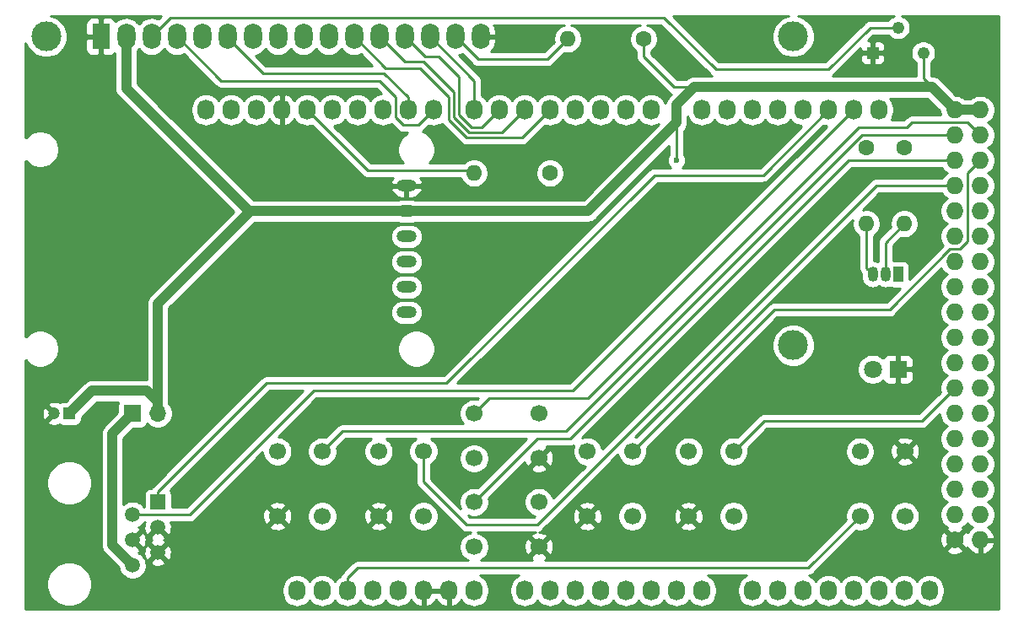
<source format=gbr>
%TF.GenerationSoftware,KiCad,Pcbnew,(5.1.9)-1*%
%TF.CreationDate,2021-02-15T00:05:21-06:00*%
%TF.ProjectId,coleco-adam-ade-pro-shield,636f6c65-636f-42d6-9164-616d2d616465,rev?*%
%TF.SameCoordinates,Original*%
%TF.FileFunction,Copper,L1,Top*%
%TF.FilePolarity,Positive*%
%FSLAX46Y46*%
G04 Gerber Fmt 4.6, Leading zero omitted, Abs format (unit mm)*
G04 Created by KiCad (PCBNEW (5.1.9)-1) date 2021-02-15 00:05:21*
%MOMM*%
%LPD*%
G01*
G04 APERTURE LIST*
%TA.AperFunction,ComponentPad*%
%ADD10C,3.000000*%
%TD*%
%TA.AperFunction,ComponentPad*%
%ADD11O,1.800000X2.600000*%
%TD*%
%TA.AperFunction,ComponentPad*%
%ADD12R,1.800000X2.600000*%
%TD*%
%TA.AperFunction,ComponentPad*%
%ADD13R,1.222000X1.222000*%
%TD*%
%TA.AperFunction,ComponentPad*%
%ADD14C,1.222000*%
%TD*%
%TA.AperFunction,ComponentPad*%
%ADD15C,1.700000*%
%TD*%
%TA.AperFunction,ComponentPad*%
%ADD16O,1.700000X1.700000*%
%TD*%
%TA.AperFunction,ComponentPad*%
%ADD17R,1.700000X1.700000*%
%TD*%
%TA.AperFunction,ComponentPad*%
%ADD18C,1.200000*%
%TD*%
%TA.AperFunction,ComponentPad*%
%ADD19R,1.200000X1.200000*%
%TD*%
%TA.AperFunction,ComponentPad*%
%ADD20O,2.000000X1.200000*%
%TD*%
%TA.AperFunction,ComponentPad*%
%ADD21O,1.600000X1.600000*%
%TD*%
%TA.AperFunction,ComponentPad*%
%ADD22C,1.600000*%
%TD*%
%TA.AperFunction,ComponentPad*%
%ADD23R,1.050000X1.500000*%
%TD*%
%TA.AperFunction,ComponentPad*%
%ADD24O,1.050000X1.500000*%
%TD*%
%TA.AperFunction,ComponentPad*%
%ADD25C,1.800000*%
%TD*%
%TA.AperFunction,ComponentPad*%
%ADD26R,1.800000X1.800000*%
%TD*%
%TA.AperFunction,ComponentPad*%
%ADD27R,1.520000X1.520000*%
%TD*%
%TA.AperFunction,ComponentPad*%
%ADD28C,1.520000*%
%TD*%
%TA.AperFunction,ComponentPad*%
%ADD29C,1.727200*%
%TD*%
%TA.AperFunction,ComponentPad*%
%ADD30O,1.727200X1.727200*%
%TD*%
%TA.AperFunction,ComponentPad*%
%ADD31O,1.727200X2.032000*%
%TD*%
%TA.AperFunction,ViaPad*%
%ADD32C,0.600000*%
%TD*%
%TA.AperFunction,Conductor*%
%ADD33C,1.000000*%
%TD*%
%TA.AperFunction,Conductor*%
%ADD34C,0.250000*%
%TD*%
%TA.AperFunction,Conductor*%
%ADD35C,0.254000*%
%TD*%
%TA.AperFunction,Conductor*%
%ADD36C,0.100000*%
%TD*%
G04 APERTURE END LIST*
D10*
%TO.P,DS1,*%
%TO.N,*%
X181133000Y-63500000D03*
X181132480Y-94500700D03*
X106133900Y-63500000D03*
D11*
%TO.P,DS1,16*%
%TO.N,GND*%
X149733000Y-63500000D03*
%TO.P,DS1,15*%
%TO.N,Net-(DS1-Pad15)*%
X147193000Y-63500000D03*
%TO.P,DS1,14*%
%TO.N,D7*%
X144653000Y-63500000D03*
%TO.P,DS1,13*%
%TO.N,D6*%
X142113000Y-63500000D03*
%TO.P,DS1,12*%
%TO.N,D5*%
X139573000Y-63500000D03*
%TO.P,DS1,11*%
%TO.N,D4*%
X137033000Y-63500000D03*
%TO.P,DS1,10*%
%TO.N,Net-(DS1-Pad10)*%
X134493000Y-63500000D03*
%TO.P,DS1,9*%
%TO.N,Net-(DS1-Pad9)*%
X131953000Y-63500000D03*
%TO.P,DS1,8*%
%TO.N,Net-(DS1-Pad8)*%
X129413000Y-63500000D03*
%TO.P,DS1,7*%
%TO.N,Net-(DS1-Pad7)*%
X126873000Y-63500000D03*
%TO.P,DS1,6*%
%TO.N,D9*%
X124333000Y-63500000D03*
%TO.P,DS1,5*%
%TO.N,GND*%
X121793000Y-63500000D03*
%TO.P,DS1,4*%
%TO.N,D8*%
X119253000Y-63500000D03*
%TO.P,DS1,3*%
%TO.N,Net-(DS1-Pad3)*%
X116713000Y-63500000D03*
%TO.P,DS1,2*%
%TO.N,+5V*%
X114173000Y-63500000D03*
D12*
%TO.P,DS1,1*%
%TO.N,GND*%
X111633000Y-63500000D03*
%TD*%
D13*
%TO.P,RV1,1*%
%TO.N,GND*%
X189103000Y-65151000D03*
D14*
%TO.P,RV1,2*%
%TO.N,Net-(DS1-Pad3)*%
X191643000Y-62611000D03*
%TO.P,RV1,3*%
%TO.N,+5V*%
X194183000Y-65151000D03*
%TD*%
D15*
%TO.P,SW2,1*%
%TO.N,26_[..]*%
X144018000Y-105156000D03*
%TO.P,SW2,2*%
%TO.N,Net-(SW2-Pad2)*%
X144018000Y-111656000D03*
%TO.P,SW2,3*%
%TO.N,Net-(SW2-Pad3)*%
X139518000Y-105156000D03*
%TO.P,SW2,4*%
%TO.N,GND*%
X139518000Y-111656000D03*
%TD*%
D16*
%TO.P,JP1,2*%
%TO.N,+5V*%
X117348000Y-101346000D03*
D17*
%TO.P,JP1,1*%
%TO.N,ADAMNET_5V*%
X114808000Y-101346000D03*
%TD*%
D18*
%TO.P,C1,2*%
%TO.N,GND*%
X106958000Y-101346000D03*
D19*
%TO.P,C1,1*%
%TO.N,+5V*%
X108458000Y-101346000D03*
%TD*%
D20*
%TO.P,MOD1,GND*%
%TO.N,GND*%
X142313000Y-78482000D03*
%TO.P,MOD1,VCC5V*%
%TO.N,+5V*%
X142313000Y-81022000D03*
%TO.P,MOD1,MISO*%
%TO.N,50_MISO*%
X142313000Y-83562000D03*
%TO.P,MOD1,MOSI*%
%TO.N,51_MOSI*%
X142313000Y-86102000D03*
%TO.P,MOD1,SCK*%
%TO.N,52_SCK*%
X142313000Y-88642000D03*
%TO.P,MOD1,CS*%
%TO.N,53_SS*%
X142313000Y-91182000D03*
%TD*%
D21*
%TO.P,R4,2*%
%TO.N,Net-(DS1-Pad15)*%
X158496000Y-63754000D03*
D22*
%TO.P,R4,1*%
%TO.N,+5V*%
X166116000Y-63754000D03*
%TD*%
D21*
%TO.P,R3,2*%
%TO.N,13_ACTIVITY_LED*%
X149098000Y-77216000D03*
D22*
%TO.P,R3,1*%
%TO.N,Net-(D1-Pad2)*%
X156718000Y-77216000D03*
%TD*%
D21*
%TO.P,R2,2*%
%TO.N,Net-(Q1-Pad3)*%
X188468000Y-82296000D03*
D22*
%TO.P,R2,1*%
%TO.N,19_ADAMNET*%
X188468000Y-74676000D03*
%TD*%
D21*
%TO.P,R1,2*%
%TO.N,Net-(Q1-Pad2)*%
X192278000Y-82296000D03*
D22*
%TO.P,R1,1*%
%TO.N,21_ADAMNET*%
X192278000Y-74676000D03*
%TD*%
D23*
%TO.P,Q1,1*%
%TO.N,+5V*%
X191643000Y-87376000D03*
D24*
%TO.P,Q1,3*%
%TO.N,Net-(Q1-Pad3)*%
X189103000Y-87376000D03*
%TO.P,Q1,2*%
%TO.N,Net-(Q1-Pad2)*%
X190373000Y-87376000D03*
%TD*%
D25*
%TO.P,D1,2*%
%TO.N,Net-(D1-Pad2)*%
X189103000Y-96901000D03*
D26*
%TO.P,D1,1*%
%TO.N,GND*%
X191643000Y-96901000D03*
%TD*%
D15*
%TO.P,SW7,1*%
%TO.N,RESET*%
X187833000Y-111658400D03*
%TO.P,SW7,2*%
%TO.N,Net-(SW7-Pad2)*%
X187833000Y-105158400D03*
%TO.P,SW7,3*%
%TO.N,Net-(SW7-Pad3)*%
X192333000Y-111658400D03*
%TO.P,SW7,4*%
%TO.N,GND*%
X192333000Y-105158400D03*
%TD*%
%TO.P,SW6,1*%
%TO.N,22_DRIVE_SELECT*%
X133858000Y-105156000D03*
%TO.P,SW6,2*%
%TO.N,Net-(SW6-Pad2)*%
X133858000Y-111656000D03*
%TO.P,SW6,3*%
%TO.N,Net-(SW6-Pad3)*%
X129358000Y-105156000D03*
%TO.P,SW6,4*%
%TO.N,GND*%
X129358000Y-111656000D03*
%TD*%
%TO.P,SW5,1*%
%TO.N,23_UP*%
X149098000Y-101346000D03*
%TO.P,SW5,2*%
%TO.N,Net-(SW5-Pad2)*%
X155598000Y-101346000D03*
%TO.P,SW5,3*%
%TO.N,Net-(SW5-Pad3)*%
X149098000Y-105846000D03*
%TO.P,SW5,4*%
%TO.N,GND*%
X155598000Y-105846000D03*
%TD*%
%TO.P,SW4,1*%
%TO.N,24_DOWN*%
X149098000Y-110236000D03*
%TO.P,SW4,2*%
%TO.N,Net-(SW4-Pad2)*%
X155598000Y-110236000D03*
%TO.P,SW4,3*%
%TO.N,Net-(SW4-Pad3)*%
X149098000Y-114736000D03*
%TO.P,SW4,4*%
%TO.N,GND*%
X155598000Y-114736000D03*
%TD*%
%TO.P,SW3,1*%
%TO.N,25_UNMOUNT*%
X164973000Y-105156000D03*
%TO.P,SW3,2*%
%TO.N,Net-(SW3-Pad2)*%
X164973000Y-111656000D03*
%TO.P,SW3,3*%
%TO.N,Net-(SW3-Pad3)*%
X160473000Y-105156000D03*
%TO.P,SW3,4*%
%TO.N,GND*%
X160473000Y-111656000D03*
%TD*%
%TO.P,SW1,1*%
%TO.N,42_SWAP*%
X175133000Y-105156000D03*
%TO.P,SW1,2*%
%TO.N,Net-(SW1-Pad2)*%
X175133000Y-111656000D03*
%TO.P,SW1,3*%
%TO.N,Net-(SW1-Pad3)*%
X170633000Y-105156000D03*
%TO.P,SW1,4*%
%TO.N,GND*%
X170633000Y-111656000D03*
%TD*%
D27*
%TO.P,J1,1*%
%TO.N,19_ADAMNET*%
X117348000Y-110236000D03*
D28*
%TO.P,J1,2*%
%TO.N,20_ADAMNET*%
X114808000Y-111506000D03*
%TO.P,J1,3*%
%TO.N,GND*%
X117348000Y-112776000D03*
%TO.P,J1,4*%
X114808000Y-114046000D03*
%TO.P,J1,5*%
X117348000Y-115316000D03*
%TO.P,J1,6*%
%TO.N,ADAMNET_5V*%
X114808000Y-116586000D03*
%TD*%
D29*
%TO.P,P1,1*%
%TO.N,GND*%
X197358000Y-114046000D03*
D30*
%TO.P,P1,2*%
X199898000Y-114046000D03*
%TO.P,P1,3*%
%TO.N,52_SCK*%
X197358000Y-111506000D03*
%TO.P,P1,4*%
%TO.N,53_SS*%
X199898000Y-111506000D03*
%TO.P,P1,5*%
%TO.N,50_MISO*%
X197358000Y-108966000D03*
%TO.P,P1,6*%
%TO.N,51_MOSI*%
X199898000Y-108966000D03*
%TO.P,P1,7*%
%TO.N,/48*%
X197358000Y-106426000D03*
%TO.P,P1,8*%
%TO.N,/49*%
X199898000Y-106426000D03*
%TO.P,P1,9*%
%TO.N,/46*%
X197358000Y-103886000D03*
%TO.P,P1,10*%
%TO.N,/47*%
X199898000Y-103886000D03*
%TO.P,P1,11*%
%TO.N,/44*%
X197358000Y-101346000D03*
%TO.P,P1,12*%
%TO.N,/45*%
X199898000Y-101346000D03*
%TO.P,P1,13*%
%TO.N,42_SWAP*%
X197358000Y-98806000D03*
%TO.P,P1,14*%
%TO.N,/43*%
X199898000Y-98806000D03*
%TO.P,P1,15*%
%TO.N,/40*%
X197358000Y-96266000D03*
%TO.P,P1,16*%
%TO.N,/41*%
X199898000Y-96266000D03*
%TO.P,P1,17*%
%TO.N,/38*%
X197358000Y-93726000D03*
%TO.P,P1,18*%
%TO.N,/39*%
X199898000Y-93726000D03*
%TO.P,P1,19*%
%TO.N,/36*%
X197358000Y-91186000D03*
%TO.P,P1,20*%
%TO.N,/37*%
X199898000Y-91186000D03*
%TO.P,P1,21*%
%TO.N,/34*%
X197358000Y-88646000D03*
%TO.P,P1,22*%
%TO.N,/35*%
X199898000Y-88646000D03*
%TO.P,P1,23*%
%TO.N,/32*%
X197358000Y-86106000D03*
%TO.P,P1,24*%
%TO.N,/33*%
X199898000Y-86106000D03*
%TO.P,P1,25*%
%TO.N,/30*%
X197358000Y-83566000D03*
%TO.P,P1,26*%
%TO.N,/31*%
X199898000Y-83566000D03*
%TO.P,P1,27*%
%TO.N,/28*%
X197358000Y-81026000D03*
%TO.P,P1,28*%
%TO.N,/29*%
X199898000Y-81026000D03*
%TO.P,P1,29*%
%TO.N,26_[..]*%
X197358000Y-78486000D03*
%TO.P,P1,30*%
%TO.N,/27*%
X199898000Y-78486000D03*
%TO.P,P1,31*%
%TO.N,24_DOWN*%
X197358000Y-75946000D03*
%TO.P,P1,32*%
%TO.N,25_UNMOUNT*%
X199898000Y-75946000D03*
%TO.P,P1,33*%
%TO.N,22_DRIVE_SELECT*%
X197358000Y-73406000D03*
%TO.P,P1,34*%
%TO.N,23_UP*%
X199898000Y-73406000D03*
%TO.P,P1,35*%
%TO.N,+5V*%
X197358000Y-70866000D03*
%TO.P,P1,36*%
X199898000Y-70866000D03*
%TD*%
D31*
%TO.P,P2,1*%
%TO.N,Net-(P2-Pad1)*%
X131318000Y-119126000D03*
%TO.P,P2,2*%
%TO.N,/IOREF*%
X133858000Y-119126000D03*
%TO.P,P2,3*%
%TO.N,RESET*%
X136398000Y-119126000D03*
%TO.P,P2,4*%
%TO.N,+3V3*%
X138938000Y-119126000D03*
%TO.P,P2,5*%
%TO.N,+5V*%
X141478000Y-119126000D03*
%TO.P,P2,6*%
%TO.N,GND*%
X144018000Y-119126000D03*
%TO.P,P2,7*%
X146558000Y-119126000D03*
%TO.P,P2,8*%
%TO.N,/Vin*%
X149098000Y-119126000D03*
%TD*%
%TO.P,P3,1*%
%TO.N,/A0*%
X154178000Y-119126000D03*
%TO.P,P3,2*%
%TO.N,/A1*%
X156718000Y-119126000D03*
%TO.P,P3,3*%
%TO.N,/A2*%
X159258000Y-119126000D03*
%TO.P,P3,4*%
%TO.N,/A3*%
X161798000Y-119126000D03*
%TO.P,P3,5*%
%TO.N,/A4*%
X164338000Y-119126000D03*
%TO.P,P3,6*%
%TO.N,/A5*%
X166878000Y-119126000D03*
%TO.P,P3,7*%
%TO.N,/A6*%
X169418000Y-119126000D03*
%TO.P,P3,8*%
%TO.N,/A7*%
X171958000Y-119126000D03*
%TD*%
%TO.P,P4,1*%
%TO.N,/A8*%
X177038000Y-119126000D03*
%TO.P,P4,2*%
%TO.N,/A9*%
X179578000Y-119126000D03*
%TO.P,P4,3*%
%TO.N,/A10*%
X182118000Y-119126000D03*
%TO.P,P4,4*%
%TO.N,/A11*%
X184658000Y-119126000D03*
%TO.P,P4,5*%
%TO.N,/A12*%
X187198000Y-119126000D03*
%TO.P,P4,6*%
%TO.N,/A13*%
X189738000Y-119126000D03*
%TO.P,P4,7*%
%TO.N,/A14*%
X192278000Y-119126000D03*
%TO.P,P4,8*%
%TO.N,/A15*%
X194818000Y-119126000D03*
%TD*%
%TO.P,P5,1*%
%TO.N,/SCL*%
X122174000Y-70866000D03*
%TO.P,P5,2*%
%TO.N,/SDA*%
X124714000Y-70866000D03*
%TO.P,P5,3*%
%TO.N,/AREF*%
X127254000Y-70866000D03*
%TO.P,P5,4*%
%TO.N,GND*%
X129794000Y-70866000D03*
%TO.P,P5,5*%
%TO.N,13_ACTIVITY_LED*%
X132334000Y-70866000D03*
%TO.P,P5,6*%
%TO.N,/12(\u002A\u002A)*%
X134874000Y-70866000D03*
%TO.P,P5,7*%
%TO.N,/11(\u002A\u002A)*%
X137414000Y-70866000D03*
%TO.P,P5,8*%
%TO.N,/10(\u002A\u002A)*%
X139954000Y-70866000D03*
%TO.P,P5,9*%
%TO.N,D9*%
X142494000Y-70866000D03*
%TO.P,P5,10*%
%TO.N,D8*%
X145034000Y-70866000D03*
%TD*%
%TO.P,P6,1*%
%TO.N,D7*%
X149098000Y-70866000D03*
%TO.P,P6,2*%
%TO.N,D6*%
X151638000Y-70866000D03*
%TO.P,P6,3*%
%TO.N,D5*%
X154178000Y-70866000D03*
%TO.P,P6,4*%
%TO.N,D4*%
X156718000Y-70866000D03*
%TO.P,P6,5*%
%TO.N,Net-(P6-Pad5)*%
X159258000Y-70866000D03*
%TO.P,P6,6*%
%TO.N,Net-(P6-Pad6)*%
X161798000Y-70866000D03*
%TO.P,P6,7*%
%TO.N,Net-(P6-Pad7)*%
X164338000Y-70866000D03*
%TO.P,P6,8*%
%TO.N,Net-(P6-Pad8)*%
X166878000Y-70866000D03*
%TD*%
%TO.P,P7,1*%
%TO.N,Net-(P7-Pad1)*%
X171958000Y-70866000D03*
%TO.P,P7,2*%
%TO.N,Net-(P7-Pad2)*%
X174498000Y-70866000D03*
%TO.P,P7,3*%
%TO.N,Net-(P7-Pad3)*%
X177038000Y-70866000D03*
%TO.P,P7,4*%
%TO.N,Net-(P7-Pad4)*%
X179578000Y-70866000D03*
%TO.P,P7,5*%
%TO.N,Net-(P7-Pad5)*%
X182118000Y-70866000D03*
%TO.P,P7,6*%
%TO.N,19_ADAMNET*%
X184658000Y-70866000D03*
%TO.P,P7,7*%
%TO.N,20_ADAMNET*%
X187198000Y-70866000D03*
%TO.P,P7,8*%
%TO.N,21_ADAMNET*%
X189738000Y-70866000D03*
%TD*%
D32*
%TO.N,GND*%
X122428000Y-100076000D03*
X128778000Y-93726000D03*
X156718000Y-96012000D03*
X169418000Y-82296000D03*
X133858000Y-84836000D03*
X175768000Y-89916000D03*
X182118000Y-82296000D03*
X165608000Y-100076000D03*
X126238000Y-102616000D03*
X146558000Y-107696000D03*
X174498000Y-74676000D03*
X185547000Y-85979000D03*
X194564000Y-84328000D03*
X193802000Y-70866000D03*
X139065000Y-74422000D03*
X133223000Y-66167000D03*
X175514000Y-63754000D03*
X158242000Y-67310000D03*
X169418000Y-66040000D03*
%TO.N,+5V*%
X169418000Y-75946000D03*
%TD*%
D33*
%TO.N,+5V*%
X197358000Y-70866000D02*
X199898000Y-70866000D01*
X110744000Y-99060000D02*
X108458000Y-101346000D01*
X116264081Y-99060000D02*
X110744000Y-99060000D01*
X117348000Y-100143919D02*
X116264081Y-99060000D01*
X117348000Y-101346000D02*
X117348000Y-100143919D01*
X158238000Y-81022000D02*
X142313000Y-81022000D01*
X169418000Y-70358000D02*
X169418000Y-72136000D01*
X171196000Y-68580000D02*
X169418000Y-70358000D01*
X195072000Y-68580000D02*
X171196000Y-68580000D01*
X197358000Y-70866000D02*
X195072000Y-68580000D01*
D34*
X169418000Y-75946000D02*
X169418000Y-72136000D01*
D33*
X117348000Y-90297000D02*
X126369000Y-81276000D01*
X117348000Y-101346000D02*
X117348000Y-90297000D01*
X160532000Y-81022000D02*
X158238000Y-81022000D01*
X169418000Y-72136000D02*
X160532000Y-81022000D01*
X130220322Y-81022000D02*
X142313000Y-81022000D01*
X126488000Y-81022000D02*
X130220322Y-81022000D01*
X114173000Y-68707000D02*
X126488000Y-81022000D01*
X114173000Y-63500000D02*
X114173000Y-68707000D01*
D34*
X194183000Y-67691000D02*
X195072000Y-68580000D01*
X194183000Y-65151000D02*
X194183000Y-67691000D01*
X170942000Y-68580000D02*
X171196000Y-68580000D01*
X166116000Y-63754000D02*
X166116000Y-65532000D01*
X169164000Y-68580000D02*
X171196000Y-68580000D01*
X166116000Y-65532000D02*
X169164000Y-68580000D01*
%TO.N,Net-(DS1-Pad15)*%
X149479000Y-65786000D02*
X147193000Y-63500000D01*
X156464000Y-65786000D02*
X149479000Y-65786000D01*
X158496000Y-63754000D02*
X156464000Y-65786000D01*
%TO.N,Net-(DS1-Pad3)*%
X118618000Y-61595000D02*
X116713000Y-63500000D01*
X118618000Y-61595000D02*
X120523000Y-61595000D01*
X120142000Y-61595000D02*
X120523000Y-61595000D01*
X188849000Y-62611000D02*
X191643000Y-62611000D01*
X184658000Y-66802000D02*
X188849000Y-62611000D01*
X173355000Y-66802000D02*
X184658000Y-66802000D01*
X168148000Y-61595000D02*
X173355000Y-66802000D01*
X120523000Y-61595000D02*
X168148000Y-61595000D01*
%TO.N,D7*%
X149098000Y-67945000D02*
X144653000Y-63500000D01*
X149098000Y-70866000D02*
X149098000Y-67945000D01*
%TO.N,D6*%
X149860000Y-72644000D02*
X151638000Y-70866000D01*
X148844000Y-72644000D02*
X149860000Y-72644000D01*
X147574000Y-67564000D02*
X147574000Y-71374000D01*
X145542000Y-65532000D02*
X147574000Y-67564000D01*
X147574000Y-71374000D02*
X148844000Y-72644000D01*
X144145000Y-65532000D02*
X145542000Y-65532000D01*
X142113000Y-63500000D02*
X144145000Y-65532000D01*
%TO.N,D5*%
X151892000Y-73152000D02*
X154178000Y-70866000D01*
X147066000Y-71628000D02*
X148590000Y-73152000D01*
X148590000Y-73152000D02*
X151892000Y-73152000D01*
X147066000Y-69088000D02*
X147066000Y-71628000D01*
X144018000Y-66040000D02*
X147066000Y-69088000D01*
X142113000Y-66040000D02*
X144018000Y-66040000D01*
X139573000Y-63500000D02*
X142113000Y-66040000D01*
%TO.N,D4*%
X146558000Y-69596000D02*
X143637000Y-66675000D01*
X146558000Y-71882000D02*
X146558000Y-69596000D01*
X148336000Y-73660000D02*
X146558000Y-71882000D01*
X153924000Y-73660000D02*
X148336000Y-73660000D01*
X156718000Y-70866000D02*
X153924000Y-73660000D01*
X140208000Y-66675000D02*
X143637000Y-66675000D01*
X137033000Y-63500000D02*
X140208000Y-66675000D01*
%TO.N,D9*%
X124333000Y-63627000D02*
X124333000Y-63500000D01*
X127889000Y-67183000D02*
X124333000Y-63627000D01*
X140077000Y-67183000D02*
X127889000Y-67183000D01*
X142494000Y-69600000D02*
X140077000Y-67183000D01*
X142494000Y-70866000D02*
X142494000Y-69600000D01*
%TO.N,D8*%
X143510000Y-72390000D02*
X145034000Y-70866000D01*
X141986000Y-72390000D02*
X143510000Y-72390000D01*
X141224000Y-69596000D02*
X141224000Y-71628000D01*
X139573000Y-67945000D02*
X141224000Y-69596000D01*
X123698000Y-67945000D02*
X139573000Y-67945000D01*
X141224000Y-71628000D02*
X141986000Y-72390000D01*
X119253000Y-63500000D02*
X123698000Y-67945000D01*
%TO.N,19_ADAMNET*%
X178113013Y-77410987D02*
X184658000Y-70866000D01*
X146340177Y-98298000D02*
X167227190Y-77410987D01*
X128276000Y-98298000D02*
X146340177Y-98298000D01*
X167227190Y-77410987D02*
X178113013Y-77410987D01*
X117348000Y-109226000D02*
X128276000Y-98298000D01*
X117348000Y-110236000D02*
X117348000Y-109226000D01*
%TO.N,20_ADAMNET*%
X158986591Y-99060000D02*
X187180591Y-70866000D01*
X187180591Y-70866000D02*
X187198000Y-70866000D01*
X132980839Y-99060000D02*
X158986591Y-99060000D01*
X120534839Y-111506000D02*
X132980839Y-99060000D01*
X114808000Y-111506000D02*
X120534839Y-111506000D01*
%TO.N,42_SWAP*%
X194056000Y-102108000D02*
X197358000Y-98806000D01*
X178181000Y-102108000D02*
X194056000Y-102108000D01*
X175133000Y-105156000D02*
X178181000Y-102108000D01*
%TO.N,26_[..]*%
X155403999Y-112522000D02*
X189439999Y-78486000D01*
X148336000Y-112522000D02*
X155403999Y-112522000D01*
X144018000Y-108204000D02*
X148336000Y-112522000D01*
X189439999Y-78486000D02*
X197358000Y-78486000D01*
X144018000Y-105156000D02*
X144018000Y-108204000D01*
%TO.N,24_DOWN*%
X158750000Y-103886000D02*
X186690000Y-75946000D01*
X155448000Y-103886000D02*
X158750000Y-103886000D01*
X186690000Y-75946000D02*
X197358000Y-75946000D01*
X149098000Y-110236000D02*
X155448000Y-103886000D01*
%TO.N,25_UNMOUNT*%
X198628000Y-77216000D02*
X199898000Y-75946000D01*
X198628000Y-84055130D02*
X198628000Y-77216000D01*
X197847130Y-84836000D02*
X198628000Y-84055130D01*
X196868870Y-84836000D02*
X197847130Y-84836000D01*
X196880288Y-84847418D02*
X196868870Y-84836000D01*
X190795706Y-90932000D02*
X196880288Y-84847418D01*
X179197000Y-90932000D02*
X190795706Y-90932000D01*
X164973000Y-105156000D02*
X179197000Y-90932000D01*
%TO.N,22_DRIVE_SELECT*%
X188072998Y-73406000D02*
X197358000Y-73406000D01*
X158354998Y-103124000D02*
X188072998Y-73406000D01*
X135890000Y-103124000D02*
X158354998Y-103124000D01*
X133858000Y-105156000D02*
X135890000Y-103124000D01*
%TO.N,23_UP*%
X198628000Y-72136000D02*
X199898000Y-73406000D01*
X193040000Y-72136000D02*
X198628000Y-72136000D01*
X192532000Y-72644000D02*
X193040000Y-72136000D01*
X187706000Y-72644000D02*
X192532000Y-72644000D01*
X160528000Y-99822000D02*
X187706000Y-72644000D01*
X150622000Y-99822000D02*
X160528000Y-99822000D01*
X149098000Y-101346000D02*
X150622000Y-99822000D01*
%TO.N,RESET*%
X182651400Y-116840000D02*
X187833000Y-111658400D01*
X137418000Y-116840000D02*
X182651400Y-116840000D01*
X136398000Y-117860000D02*
X137418000Y-116840000D01*
X136398000Y-119126000D02*
X136398000Y-117860000D01*
%TO.N,13_ACTIVITY_LED*%
X148844000Y-76962000D02*
X149098000Y-77216000D01*
X138430000Y-76962000D02*
X148844000Y-76962000D01*
X132334000Y-70866000D02*
X138430000Y-76962000D01*
%TO.N,Net-(Q1-Pad3)*%
X188468000Y-86741000D02*
X189103000Y-87376000D01*
X188468000Y-82296000D02*
X188468000Y-86741000D01*
%TO.N,Net-(Q1-Pad2)*%
X190373000Y-84201000D02*
X190373000Y-87376000D01*
X192278000Y-82296000D02*
X190373000Y-84201000D01*
D33*
%TO.N,ADAMNET_5V*%
X112776000Y-103378000D02*
X114808000Y-101346000D01*
X112776000Y-114554000D02*
X112776000Y-103378000D01*
X114808000Y-116586000D02*
X112776000Y-114554000D01*
%TD*%
D35*
%TO.N,GND*%
X117407499Y-61730700D02*
X117303260Y-61674983D01*
X117013912Y-61587210D01*
X116713000Y-61557573D01*
X116412087Y-61587210D01*
X116122739Y-61674983D01*
X115856073Y-61817519D01*
X115622339Y-62009339D01*
X115443000Y-62227865D01*
X115263661Y-62009339D01*
X115029926Y-61817519D01*
X114763260Y-61674983D01*
X114473912Y-61587210D01*
X114173000Y-61557573D01*
X113872087Y-61587210D01*
X113582739Y-61674983D01*
X113316073Y-61817519D01*
X113127495Y-61972280D01*
X113122502Y-61955820D01*
X113063537Y-61845506D01*
X112984185Y-61748815D01*
X112887494Y-61669463D01*
X112777180Y-61610498D01*
X112657482Y-61574188D01*
X112533000Y-61561928D01*
X111918750Y-61565000D01*
X111760000Y-61723750D01*
X111760000Y-63373000D01*
X111780000Y-63373000D01*
X111780000Y-63627000D01*
X111760000Y-63627000D01*
X111760000Y-65276250D01*
X111918750Y-65435000D01*
X112533000Y-65438072D01*
X112657482Y-65425812D01*
X112777180Y-65389502D01*
X112887494Y-65330537D01*
X112984185Y-65251185D01*
X113038000Y-65185611D01*
X113038001Y-68651239D01*
X113032509Y-68707000D01*
X113054423Y-68929498D01*
X113119324Y-69143446D01*
X113157557Y-69214974D01*
X113224717Y-69340623D01*
X113366552Y-69513449D01*
X113409860Y-69548991D01*
X124950368Y-81089500D01*
X116584860Y-89455009D01*
X116541552Y-89490551D01*
X116399717Y-89663377D01*
X116386877Y-89687400D01*
X116294324Y-89860554D01*
X116229423Y-90074502D01*
X116207509Y-90297000D01*
X116213001Y-90352761D01*
X116213000Y-97924540D01*
X116208330Y-97925000D01*
X110799743Y-97925000D01*
X110743999Y-97919510D01*
X110688255Y-97925000D01*
X110688248Y-97925000D01*
X110542493Y-97939356D01*
X110521500Y-97941423D01*
X110471705Y-97956529D01*
X110307553Y-98006324D01*
X110110377Y-98111716D01*
X109937551Y-98253551D01*
X109902009Y-98296859D01*
X108090941Y-100107928D01*
X107858000Y-100107928D01*
X107733518Y-100120188D01*
X107613820Y-100156498D01*
X107503506Y-100215463D01*
X107486319Y-100229568D01*
X107359484Y-100171763D01*
X107122687Y-100116000D01*
X106879562Y-100107505D01*
X106639451Y-100146605D01*
X106411582Y-100231798D01*
X106335148Y-100272652D01*
X106287841Y-100496236D01*
X106958000Y-101166395D01*
X106972143Y-101152253D01*
X107151748Y-101331858D01*
X107137605Y-101346000D01*
X107151748Y-101360143D01*
X106972143Y-101539748D01*
X106958000Y-101525605D01*
X106287841Y-102195764D01*
X106335148Y-102419348D01*
X106556516Y-102520237D01*
X106793313Y-102576000D01*
X107036438Y-102584495D01*
X107276549Y-102545395D01*
X107490117Y-102465549D01*
X107503506Y-102476537D01*
X107613820Y-102535502D01*
X107733518Y-102571812D01*
X107858000Y-102584072D01*
X109058000Y-102584072D01*
X109182482Y-102571812D01*
X109302180Y-102535502D01*
X109412494Y-102476537D01*
X109509185Y-102397185D01*
X109588537Y-102300494D01*
X109647502Y-102190180D01*
X109683812Y-102070482D01*
X109696072Y-101946000D01*
X109696072Y-101713059D01*
X111214132Y-100195000D01*
X113398869Y-100195000D01*
X113368498Y-100251820D01*
X113332188Y-100371518D01*
X113319928Y-100496000D01*
X113319928Y-101228940D01*
X112012860Y-102536009D01*
X111969552Y-102571551D01*
X111827717Y-102744377D01*
X111781416Y-102831000D01*
X111722324Y-102941554D01*
X111657423Y-103155502D01*
X111635509Y-103378000D01*
X111641001Y-103433761D01*
X111641000Y-114498248D01*
X111635509Y-114554000D01*
X111641000Y-114609751D01*
X111657423Y-114776498D01*
X111722324Y-114990446D01*
X111827716Y-115187623D01*
X111969551Y-115360449D01*
X112012865Y-115395996D01*
X113431060Y-116814192D01*
X113466609Y-116992907D01*
X113571767Y-117246780D01*
X113724433Y-117475261D01*
X113918739Y-117669567D01*
X114147220Y-117822233D01*
X114401093Y-117927391D01*
X114670604Y-117981000D01*
X114945396Y-117981000D01*
X115214907Y-117927391D01*
X115468780Y-117822233D01*
X115697261Y-117669567D01*
X115891567Y-117475261D01*
X116044233Y-117246780D01*
X116149391Y-116992907D01*
X116203000Y-116723396D01*
X116203000Y-116448604D01*
X116169490Y-116280137D01*
X116563469Y-116280137D01*
X116630206Y-116520025D01*
X116878892Y-116636924D01*
X117145606Y-116703061D01*
X117420097Y-116715895D01*
X117691817Y-116674931D01*
X117950326Y-116581744D01*
X118065794Y-116520025D01*
X118132531Y-116280137D01*
X117348000Y-115495605D01*
X116563469Y-116280137D01*
X116169490Y-116280137D01*
X116149391Y-116179093D01*
X116044233Y-115925220D01*
X115891567Y-115696739D01*
X115697261Y-115502433D01*
X115526145Y-115388097D01*
X115948105Y-115388097D01*
X115989069Y-115659817D01*
X116082256Y-115918326D01*
X116143975Y-116033794D01*
X116383863Y-116100531D01*
X117168395Y-115316000D01*
X117527605Y-115316000D01*
X118312137Y-116100531D01*
X118552025Y-116033794D01*
X118668924Y-115785108D01*
X118735061Y-115518394D01*
X118747895Y-115243903D01*
X118706931Y-114972183D01*
X118613744Y-114713674D01*
X118552025Y-114598206D01*
X118312137Y-114531469D01*
X117527605Y-115316000D01*
X117168395Y-115316000D01*
X116383863Y-114531469D01*
X116143975Y-114598206D01*
X116027076Y-114846892D01*
X115960939Y-115113606D01*
X115948105Y-115388097D01*
X115526145Y-115388097D01*
X115468780Y-115349767D01*
X115392499Y-115318170D01*
X115410326Y-115311744D01*
X115525794Y-115250025D01*
X115592531Y-115010137D01*
X114808000Y-114225605D01*
X114793858Y-114239748D01*
X114614253Y-114060143D01*
X114628395Y-114046000D01*
X114987605Y-114046000D01*
X115772137Y-114830531D01*
X116012025Y-114763794D01*
X116128924Y-114515108D01*
X116195061Y-114248394D01*
X116207895Y-113973903D01*
X116172653Y-113740137D01*
X116563469Y-113740137D01*
X116630206Y-113980025D01*
X116764882Y-114043332D01*
X116745674Y-114050256D01*
X116630206Y-114111975D01*
X116563469Y-114351863D01*
X117348000Y-115136395D01*
X118132531Y-114351863D01*
X118065794Y-114111975D01*
X117931118Y-114048668D01*
X117950326Y-114041744D01*
X118065794Y-113980025D01*
X118132531Y-113740137D01*
X117348000Y-112955605D01*
X116563469Y-113740137D01*
X116172653Y-113740137D01*
X116166931Y-113702183D01*
X116073744Y-113443674D01*
X116012025Y-113328206D01*
X115772137Y-113261469D01*
X114987605Y-114046000D01*
X114628395Y-114046000D01*
X114614252Y-114031858D01*
X114793858Y-113852252D01*
X114808000Y-113866395D01*
X115592531Y-113081863D01*
X115525794Y-112841975D01*
X115386293Y-112776400D01*
X115468780Y-112742233D01*
X115697261Y-112589567D01*
X115891567Y-112395261D01*
X115977936Y-112266000D01*
X116046298Y-112266000D01*
X116027076Y-112306892D01*
X115960939Y-112573606D01*
X115948105Y-112848097D01*
X115989069Y-113119817D01*
X116082256Y-113378326D01*
X116143975Y-113493794D01*
X116383863Y-113560531D01*
X117168395Y-112776000D01*
X117154252Y-112761858D01*
X117333858Y-112582253D01*
X117348000Y-112596395D01*
X117362143Y-112582253D01*
X117541748Y-112761858D01*
X117527605Y-112776000D01*
X118312137Y-113560531D01*
X118552025Y-113493794D01*
X118668924Y-113245108D01*
X118735061Y-112978394D01*
X118747895Y-112703903D01*
X118744955Y-112684397D01*
X128509208Y-112684397D01*
X128586843Y-112933472D01*
X128850883Y-113059371D01*
X129134411Y-113131339D01*
X129426531Y-113146611D01*
X129716019Y-113104599D01*
X129991747Y-113006919D01*
X130129157Y-112933472D01*
X130206792Y-112684397D01*
X129358000Y-111835605D01*
X128509208Y-112684397D01*
X118744955Y-112684397D01*
X118706931Y-112432183D01*
X118647026Y-112266000D01*
X120497517Y-112266000D01*
X120534839Y-112269676D01*
X120572161Y-112266000D01*
X120572172Y-112266000D01*
X120683825Y-112255003D01*
X120827086Y-112211546D01*
X120959115Y-112140974D01*
X121074840Y-112046001D01*
X121098643Y-112016997D01*
X121391109Y-111724531D01*
X127867389Y-111724531D01*
X127909401Y-112014019D01*
X128007081Y-112289747D01*
X128080528Y-112427157D01*
X128329603Y-112504792D01*
X129178395Y-111656000D01*
X129537605Y-111656000D01*
X130386397Y-112504792D01*
X130635472Y-112427157D01*
X130761371Y-112163117D01*
X130833339Y-111879589D01*
X130848611Y-111587469D01*
X130837331Y-111509740D01*
X132373000Y-111509740D01*
X132373000Y-111802260D01*
X132430068Y-112089158D01*
X132542010Y-112359411D01*
X132704525Y-112602632D01*
X132911368Y-112809475D01*
X133154589Y-112971990D01*
X133424842Y-113083932D01*
X133711740Y-113141000D01*
X134004260Y-113141000D01*
X134291158Y-113083932D01*
X134561411Y-112971990D01*
X134804632Y-112809475D01*
X134929710Y-112684397D01*
X138669208Y-112684397D01*
X138746843Y-112933472D01*
X139010883Y-113059371D01*
X139294411Y-113131339D01*
X139586531Y-113146611D01*
X139876019Y-113104599D01*
X140151747Y-113006919D01*
X140289157Y-112933472D01*
X140366792Y-112684397D01*
X139518000Y-111835605D01*
X138669208Y-112684397D01*
X134929710Y-112684397D01*
X135011475Y-112602632D01*
X135173990Y-112359411D01*
X135285932Y-112089158D01*
X135343000Y-111802260D01*
X135343000Y-111724531D01*
X138027389Y-111724531D01*
X138069401Y-112014019D01*
X138167081Y-112289747D01*
X138240528Y-112427157D01*
X138489603Y-112504792D01*
X139338395Y-111656000D01*
X139697605Y-111656000D01*
X140546397Y-112504792D01*
X140795472Y-112427157D01*
X140921371Y-112163117D01*
X140993339Y-111879589D01*
X141008611Y-111587469D01*
X140997331Y-111509740D01*
X142533000Y-111509740D01*
X142533000Y-111802260D01*
X142590068Y-112089158D01*
X142702010Y-112359411D01*
X142864525Y-112602632D01*
X143071368Y-112809475D01*
X143314589Y-112971990D01*
X143584842Y-113083932D01*
X143871740Y-113141000D01*
X144164260Y-113141000D01*
X144451158Y-113083932D01*
X144721411Y-112971990D01*
X144964632Y-112809475D01*
X145171475Y-112602632D01*
X145333990Y-112359411D01*
X145445932Y-112089158D01*
X145503000Y-111802260D01*
X145503000Y-111509740D01*
X145445932Y-111222842D01*
X145333990Y-110952589D01*
X145171475Y-110709368D01*
X144964632Y-110502525D01*
X144721411Y-110340010D01*
X144451158Y-110228068D01*
X144164260Y-110171000D01*
X143871740Y-110171000D01*
X143584842Y-110228068D01*
X143314589Y-110340010D01*
X143071368Y-110502525D01*
X142864525Y-110709368D01*
X142702010Y-110952589D01*
X142590068Y-111222842D01*
X142533000Y-111509740D01*
X140997331Y-111509740D01*
X140966599Y-111297981D01*
X140868919Y-111022253D01*
X140795472Y-110884843D01*
X140546397Y-110807208D01*
X139697605Y-111656000D01*
X139338395Y-111656000D01*
X138489603Y-110807208D01*
X138240528Y-110884843D01*
X138114629Y-111148883D01*
X138042661Y-111432411D01*
X138027389Y-111724531D01*
X135343000Y-111724531D01*
X135343000Y-111509740D01*
X135285932Y-111222842D01*
X135173990Y-110952589D01*
X135011475Y-110709368D01*
X134929710Y-110627603D01*
X138669208Y-110627603D01*
X139518000Y-111476395D01*
X140366792Y-110627603D01*
X140289157Y-110378528D01*
X140025117Y-110252629D01*
X139741589Y-110180661D01*
X139449469Y-110165389D01*
X139159981Y-110207401D01*
X138884253Y-110305081D01*
X138746843Y-110378528D01*
X138669208Y-110627603D01*
X134929710Y-110627603D01*
X134804632Y-110502525D01*
X134561411Y-110340010D01*
X134291158Y-110228068D01*
X134004260Y-110171000D01*
X133711740Y-110171000D01*
X133424842Y-110228068D01*
X133154589Y-110340010D01*
X132911368Y-110502525D01*
X132704525Y-110709368D01*
X132542010Y-110952589D01*
X132430068Y-111222842D01*
X132373000Y-111509740D01*
X130837331Y-111509740D01*
X130806599Y-111297981D01*
X130708919Y-111022253D01*
X130635472Y-110884843D01*
X130386397Y-110807208D01*
X129537605Y-111656000D01*
X129178395Y-111656000D01*
X128329603Y-110807208D01*
X128080528Y-110884843D01*
X127954629Y-111148883D01*
X127882661Y-111432411D01*
X127867389Y-111724531D01*
X121391109Y-111724531D01*
X122488037Y-110627603D01*
X128509208Y-110627603D01*
X129358000Y-111476395D01*
X130206792Y-110627603D01*
X130129157Y-110378528D01*
X129865117Y-110252629D01*
X129581589Y-110180661D01*
X129289469Y-110165389D01*
X128999981Y-110207401D01*
X128724253Y-110305081D01*
X128586843Y-110378528D01*
X128509208Y-110627603D01*
X122488037Y-110627603D01*
X127873000Y-105242641D01*
X127873000Y-105302260D01*
X127930068Y-105589158D01*
X128042010Y-105859411D01*
X128204525Y-106102632D01*
X128411368Y-106309475D01*
X128654589Y-106471990D01*
X128924842Y-106583932D01*
X129211740Y-106641000D01*
X129504260Y-106641000D01*
X129791158Y-106583932D01*
X130061411Y-106471990D01*
X130304632Y-106309475D01*
X130511475Y-106102632D01*
X130673990Y-105859411D01*
X130785932Y-105589158D01*
X130843000Y-105302260D01*
X130843000Y-105009740D01*
X130785932Y-104722842D01*
X130673990Y-104452589D01*
X130511475Y-104209368D01*
X130304632Y-104002525D01*
X130061411Y-103840010D01*
X129791158Y-103728068D01*
X129504260Y-103671000D01*
X129444641Y-103671000D01*
X133295641Y-99820000D01*
X149549198Y-99820000D01*
X149464407Y-99904790D01*
X149244260Y-99861000D01*
X148951740Y-99861000D01*
X148664842Y-99918068D01*
X148394589Y-100030010D01*
X148151368Y-100192525D01*
X147944525Y-100399368D01*
X147782010Y-100642589D01*
X147670068Y-100912842D01*
X147613000Y-101199740D01*
X147613000Y-101492260D01*
X147670068Y-101779158D01*
X147782010Y-102049411D01*
X147944525Y-102292632D01*
X148015893Y-102364000D01*
X135927323Y-102364000D01*
X135890000Y-102360324D01*
X135852677Y-102364000D01*
X135852667Y-102364000D01*
X135741014Y-102374997D01*
X135597753Y-102418454D01*
X135465723Y-102489026D01*
X135397038Y-102545395D01*
X135349999Y-102583999D01*
X135326201Y-102612997D01*
X134224408Y-103714791D01*
X134004260Y-103671000D01*
X133711740Y-103671000D01*
X133424842Y-103728068D01*
X133154589Y-103840010D01*
X132911368Y-104002525D01*
X132704525Y-104209368D01*
X132542010Y-104452589D01*
X132430068Y-104722842D01*
X132373000Y-105009740D01*
X132373000Y-105302260D01*
X132430068Y-105589158D01*
X132542010Y-105859411D01*
X132704525Y-106102632D01*
X132911368Y-106309475D01*
X133154589Y-106471990D01*
X133424842Y-106583932D01*
X133711740Y-106641000D01*
X134004260Y-106641000D01*
X134291158Y-106583932D01*
X134561411Y-106471990D01*
X134804632Y-106309475D01*
X135011475Y-106102632D01*
X135173990Y-105859411D01*
X135285932Y-105589158D01*
X135343000Y-105302260D01*
X135343000Y-105009740D01*
X135299209Y-104789592D01*
X136204802Y-103884000D01*
X138748753Y-103884000D01*
X138571368Y-104002525D01*
X138364525Y-104209368D01*
X138202010Y-104452589D01*
X138090068Y-104722842D01*
X138033000Y-105009740D01*
X138033000Y-105302260D01*
X138090068Y-105589158D01*
X138202010Y-105859411D01*
X138364525Y-106102632D01*
X138571368Y-106309475D01*
X138814589Y-106471990D01*
X139084842Y-106583932D01*
X139371740Y-106641000D01*
X139664260Y-106641000D01*
X139951158Y-106583932D01*
X140221411Y-106471990D01*
X140464632Y-106309475D01*
X140671475Y-106102632D01*
X140833990Y-105859411D01*
X140945932Y-105589158D01*
X141003000Y-105302260D01*
X141003000Y-105009740D01*
X140945932Y-104722842D01*
X140833990Y-104452589D01*
X140671475Y-104209368D01*
X140464632Y-104002525D01*
X140287247Y-103884000D01*
X143248753Y-103884000D01*
X143071368Y-104002525D01*
X142864525Y-104209368D01*
X142702010Y-104452589D01*
X142590068Y-104722842D01*
X142533000Y-105009740D01*
X142533000Y-105302260D01*
X142590068Y-105589158D01*
X142702010Y-105859411D01*
X142864525Y-106102632D01*
X143071368Y-106309475D01*
X143258000Y-106434179D01*
X143258001Y-108166668D01*
X143254324Y-108204000D01*
X143268998Y-108352985D01*
X143312454Y-108496246D01*
X143383026Y-108628276D01*
X143430399Y-108685999D01*
X143478000Y-108744001D01*
X143506998Y-108767799D01*
X147772201Y-113033003D01*
X147795999Y-113062001D01*
X147911724Y-113156974D01*
X148043753Y-113227546D01*
X148187014Y-113271003D01*
X148298667Y-113282000D01*
X148298676Y-113282000D01*
X148335999Y-113285676D01*
X148373322Y-113282000D01*
X148795894Y-113282000D01*
X148664842Y-113308068D01*
X148394589Y-113420010D01*
X148151368Y-113582525D01*
X147944525Y-113789368D01*
X147782010Y-114032589D01*
X147670068Y-114302842D01*
X147613000Y-114589740D01*
X147613000Y-114882260D01*
X147670068Y-115169158D01*
X147782010Y-115439411D01*
X147944525Y-115682632D01*
X148151368Y-115889475D01*
X148394589Y-116051990D01*
X148462211Y-116080000D01*
X137455323Y-116080000D01*
X137418000Y-116076324D01*
X137380677Y-116080000D01*
X137380667Y-116080000D01*
X137269014Y-116090997D01*
X137125753Y-116134454D01*
X136993724Y-116205026D01*
X136877999Y-116299999D01*
X136854201Y-116328997D01*
X135886998Y-117296201D01*
X135858000Y-117319999D01*
X135834202Y-117348997D01*
X135834201Y-117348998D01*
X135763026Y-117435724D01*
X135692454Y-117567754D01*
X135662143Y-117667679D01*
X135561394Y-117721531D01*
X135333203Y-117908803D01*
X135145931Y-118136995D01*
X135128000Y-118170541D01*
X135110069Y-118136994D01*
X134922797Y-117908803D01*
X134694605Y-117721531D01*
X134434263Y-117582375D01*
X134151776Y-117496684D01*
X133858000Y-117467749D01*
X133564223Y-117496684D01*
X133281736Y-117582375D01*
X133021394Y-117721531D01*
X132793203Y-117908803D01*
X132605931Y-118136995D01*
X132588000Y-118170541D01*
X132570069Y-118136994D01*
X132382797Y-117908803D01*
X132154605Y-117721531D01*
X131894263Y-117582375D01*
X131611776Y-117496684D01*
X131318000Y-117467749D01*
X131024223Y-117496684D01*
X130741736Y-117582375D01*
X130481394Y-117721531D01*
X130253203Y-117908803D01*
X130065931Y-118136995D01*
X129926775Y-118397337D01*
X129841084Y-118679824D01*
X129819400Y-118899982D01*
X129819400Y-119352019D01*
X129841084Y-119572177D01*
X129926775Y-119854664D01*
X130065931Y-120115006D01*
X130253203Y-120343197D01*
X130481395Y-120530469D01*
X130741737Y-120669625D01*
X131024224Y-120755316D01*
X131318000Y-120784251D01*
X131611777Y-120755316D01*
X131894264Y-120669625D01*
X132154606Y-120530469D01*
X132382797Y-120343197D01*
X132570069Y-120115006D01*
X132588000Y-120081459D01*
X132605931Y-120115006D01*
X132793203Y-120343197D01*
X133021395Y-120530469D01*
X133281737Y-120669625D01*
X133564224Y-120755316D01*
X133858000Y-120784251D01*
X134151777Y-120755316D01*
X134434264Y-120669625D01*
X134694606Y-120530469D01*
X134922797Y-120343197D01*
X135110069Y-120115006D01*
X135128000Y-120081459D01*
X135145931Y-120115006D01*
X135333203Y-120343197D01*
X135561395Y-120530469D01*
X135821737Y-120669625D01*
X136104224Y-120755316D01*
X136398000Y-120784251D01*
X136691777Y-120755316D01*
X136974264Y-120669625D01*
X137234606Y-120530469D01*
X137462797Y-120343197D01*
X137650069Y-120115006D01*
X137668000Y-120081459D01*
X137685931Y-120115006D01*
X137873203Y-120343197D01*
X138101395Y-120530469D01*
X138361737Y-120669625D01*
X138644224Y-120755316D01*
X138938000Y-120784251D01*
X139231777Y-120755316D01*
X139514264Y-120669625D01*
X139774606Y-120530469D01*
X140002797Y-120343197D01*
X140190069Y-120115006D01*
X140208000Y-120081459D01*
X140225931Y-120115006D01*
X140413203Y-120343197D01*
X140641395Y-120530469D01*
X140901737Y-120669625D01*
X141184224Y-120755316D01*
X141478000Y-120784251D01*
X141771777Y-120755316D01*
X142054264Y-120669625D01*
X142314606Y-120530469D01*
X142542797Y-120343197D01*
X142730069Y-120115006D01*
X142751424Y-120075053D01*
X142899514Y-120277729D01*
X143115965Y-120476733D01*
X143367081Y-120629686D01*
X143643211Y-120730709D01*
X143658974Y-120733358D01*
X143891000Y-120612217D01*
X143891000Y-119253000D01*
X144145000Y-119253000D01*
X144145000Y-120612217D01*
X144377026Y-120733358D01*
X144392789Y-120730709D01*
X144668919Y-120629686D01*
X144920035Y-120476733D01*
X145136486Y-120277729D01*
X145288000Y-120070367D01*
X145439514Y-120277729D01*
X145655965Y-120476733D01*
X145907081Y-120629686D01*
X146183211Y-120730709D01*
X146198974Y-120733358D01*
X146431000Y-120612217D01*
X146431000Y-119253000D01*
X144145000Y-119253000D01*
X143891000Y-119253000D01*
X143871000Y-119253000D01*
X143871000Y-118999000D01*
X143891000Y-118999000D01*
X143891000Y-118979000D01*
X144145000Y-118979000D01*
X144145000Y-118999000D01*
X146431000Y-118999000D01*
X146431000Y-118979000D01*
X146685000Y-118979000D01*
X146685000Y-118999000D01*
X146705000Y-118999000D01*
X146705000Y-119253000D01*
X146685000Y-119253000D01*
X146685000Y-120612217D01*
X146917026Y-120733358D01*
X146932789Y-120730709D01*
X147208919Y-120629686D01*
X147460035Y-120476733D01*
X147676486Y-120277729D01*
X147824576Y-120075053D01*
X147845931Y-120115006D01*
X148033203Y-120343197D01*
X148261395Y-120530469D01*
X148521737Y-120669625D01*
X148804224Y-120755316D01*
X149098000Y-120784251D01*
X149391777Y-120755316D01*
X149674264Y-120669625D01*
X149934606Y-120530469D01*
X150162797Y-120343197D01*
X150350069Y-120115006D01*
X150489225Y-119854663D01*
X150574916Y-119572176D01*
X150596600Y-119352018D01*
X150596600Y-118899981D01*
X150574916Y-118679823D01*
X150489225Y-118397336D01*
X150350069Y-118136994D01*
X150162797Y-117908803D01*
X149934605Y-117721531D01*
X149707237Y-117600000D01*
X153568762Y-117600000D01*
X153341394Y-117721531D01*
X153113203Y-117908803D01*
X152925931Y-118136995D01*
X152786775Y-118397337D01*
X152701084Y-118679824D01*
X152679400Y-118899982D01*
X152679400Y-119352019D01*
X152701084Y-119572177D01*
X152786775Y-119854664D01*
X152925931Y-120115006D01*
X153113203Y-120343197D01*
X153341395Y-120530469D01*
X153601737Y-120669625D01*
X153884224Y-120755316D01*
X154178000Y-120784251D01*
X154471777Y-120755316D01*
X154754264Y-120669625D01*
X155014606Y-120530469D01*
X155242797Y-120343197D01*
X155430069Y-120115006D01*
X155448000Y-120081459D01*
X155465931Y-120115006D01*
X155653203Y-120343197D01*
X155881395Y-120530469D01*
X156141737Y-120669625D01*
X156424224Y-120755316D01*
X156718000Y-120784251D01*
X157011777Y-120755316D01*
X157294264Y-120669625D01*
X157554606Y-120530469D01*
X157782797Y-120343197D01*
X157970069Y-120115006D01*
X157988000Y-120081459D01*
X158005931Y-120115006D01*
X158193203Y-120343197D01*
X158421395Y-120530469D01*
X158681737Y-120669625D01*
X158964224Y-120755316D01*
X159258000Y-120784251D01*
X159551777Y-120755316D01*
X159834264Y-120669625D01*
X160094606Y-120530469D01*
X160322797Y-120343197D01*
X160510069Y-120115006D01*
X160528000Y-120081459D01*
X160545931Y-120115006D01*
X160733203Y-120343197D01*
X160961395Y-120530469D01*
X161221737Y-120669625D01*
X161504224Y-120755316D01*
X161798000Y-120784251D01*
X162091777Y-120755316D01*
X162374264Y-120669625D01*
X162634606Y-120530469D01*
X162862797Y-120343197D01*
X163050069Y-120115006D01*
X163068000Y-120081459D01*
X163085931Y-120115006D01*
X163273203Y-120343197D01*
X163501395Y-120530469D01*
X163761737Y-120669625D01*
X164044224Y-120755316D01*
X164338000Y-120784251D01*
X164631777Y-120755316D01*
X164914264Y-120669625D01*
X165174606Y-120530469D01*
X165402797Y-120343197D01*
X165590069Y-120115006D01*
X165608000Y-120081459D01*
X165625931Y-120115006D01*
X165813203Y-120343197D01*
X166041395Y-120530469D01*
X166301737Y-120669625D01*
X166584224Y-120755316D01*
X166878000Y-120784251D01*
X167171777Y-120755316D01*
X167454264Y-120669625D01*
X167714606Y-120530469D01*
X167942797Y-120343197D01*
X168130069Y-120115006D01*
X168148000Y-120081459D01*
X168165931Y-120115006D01*
X168353203Y-120343197D01*
X168581395Y-120530469D01*
X168841737Y-120669625D01*
X169124224Y-120755316D01*
X169418000Y-120784251D01*
X169711777Y-120755316D01*
X169994264Y-120669625D01*
X170254606Y-120530469D01*
X170482797Y-120343197D01*
X170670069Y-120115006D01*
X170688000Y-120081459D01*
X170705931Y-120115006D01*
X170893203Y-120343197D01*
X171121395Y-120530469D01*
X171381737Y-120669625D01*
X171664224Y-120755316D01*
X171958000Y-120784251D01*
X172251777Y-120755316D01*
X172534264Y-120669625D01*
X172794606Y-120530469D01*
X173022797Y-120343197D01*
X173210069Y-120115006D01*
X173349225Y-119854663D01*
X173434916Y-119572176D01*
X173456600Y-119352018D01*
X173456600Y-118899981D01*
X173434916Y-118679823D01*
X173349225Y-118397336D01*
X173210069Y-118136994D01*
X173022797Y-117908803D01*
X172794605Y-117721531D01*
X172567237Y-117600000D01*
X176428762Y-117600000D01*
X176201394Y-117721531D01*
X175973203Y-117908803D01*
X175785931Y-118136995D01*
X175646775Y-118397337D01*
X175561084Y-118679824D01*
X175539400Y-118899982D01*
X175539400Y-119352019D01*
X175561084Y-119572177D01*
X175646775Y-119854664D01*
X175785931Y-120115006D01*
X175973203Y-120343197D01*
X176201395Y-120530469D01*
X176461737Y-120669625D01*
X176744224Y-120755316D01*
X177038000Y-120784251D01*
X177331777Y-120755316D01*
X177614264Y-120669625D01*
X177874606Y-120530469D01*
X178102797Y-120343197D01*
X178290069Y-120115006D01*
X178308000Y-120081459D01*
X178325931Y-120115006D01*
X178513203Y-120343197D01*
X178741395Y-120530469D01*
X179001737Y-120669625D01*
X179284224Y-120755316D01*
X179578000Y-120784251D01*
X179871777Y-120755316D01*
X180154264Y-120669625D01*
X180414606Y-120530469D01*
X180642797Y-120343197D01*
X180830069Y-120115006D01*
X180848000Y-120081459D01*
X180865931Y-120115006D01*
X181053203Y-120343197D01*
X181281395Y-120530469D01*
X181541737Y-120669625D01*
X181824224Y-120755316D01*
X182118000Y-120784251D01*
X182411777Y-120755316D01*
X182694264Y-120669625D01*
X182954606Y-120530469D01*
X183182797Y-120343197D01*
X183370069Y-120115006D01*
X183388000Y-120081459D01*
X183405931Y-120115006D01*
X183593203Y-120343197D01*
X183821395Y-120530469D01*
X184081737Y-120669625D01*
X184364224Y-120755316D01*
X184658000Y-120784251D01*
X184951777Y-120755316D01*
X185234264Y-120669625D01*
X185494606Y-120530469D01*
X185722797Y-120343197D01*
X185910069Y-120115006D01*
X185928000Y-120081459D01*
X185945931Y-120115006D01*
X186133203Y-120343197D01*
X186361395Y-120530469D01*
X186621737Y-120669625D01*
X186904224Y-120755316D01*
X187198000Y-120784251D01*
X187491777Y-120755316D01*
X187774264Y-120669625D01*
X188034606Y-120530469D01*
X188262797Y-120343197D01*
X188450069Y-120115006D01*
X188468000Y-120081459D01*
X188485931Y-120115006D01*
X188673203Y-120343197D01*
X188901395Y-120530469D01*
X189161737Y-120669625D01*
X189444224Y-120755316D01*
X189738000Y-120784251D01*
X190031777Y-120755316D01*
X190314264Y-120669625D01*
X190574606Y-120530469D01*
X190802797Y-120343197D01*
X190990069Y-120115006D01*
X191008000Y-120081459D01*
X191025931Y-120115006D01*
X191213203Y-120343197D01*
X191441395Y-120530469D01*
X191701737Y-120669625D01*
X191984224Y-120755316D01*
X192278000Y-120784251D01*
X192571777Y-120755316D01*
X192854264Y-120669625D01*
X193114606Y-120530469D01*
X193342797Y-120343197D01*
X193530069Y-120115006D01*
X193548000Y-120081459D01*
X193565931Y-120115006D01*
X193753203Y-120343197D01*
X193981395Y-120530469D01*
X194241737Y-120669625D01*
X194524224Y-120755316D01*
X194818000Y-120784251D01*
X195111777Y-120755316D01*
X195394264Y-120669625D01*
X195654606Y-120530469D01*
X195882797Y-120343197D01*
X196070069Y-120115006D01*
X196209225Y-119854663D01*
X196294916Y-119572176D01*
X196316600Y-119352018D01*
X196316600Y-118899981D01*
X196294916Y-118679823D01*
X196209225Y-118397336D01*
X196070069Y-118136994D01*
X195882797Y-117908803D01*
X195654605Y-117721531D01*
X195394263Y-117582375D01*
X195111776Y-117496684D01*
X194818000Y-117467749D01*
X194524223Y-117496684D01*
X194241736Y-117582375D01*
X193981394Y-117721531D01*
X193753203Y-117908803D01*
X193565931Y-118136995D01*
X193548000Y-118170541D01*
X193530069Y-118136994D01*
X193342797Y-117908803D01*
X193114605Y-117721531D01*
X192854263Y-117582375D01*
X192571776Y-117496684D01*
X192278000Y-117467749D01*
X191984223Y-117496684D01*
X191701736Y-117582375D01*
X191441394Y-117721531D01*
X191213203Y-117908803D01*
X191025931Y-118136995D01*
X191008000Y-118170541D01*
X190990069Y-118136994D01*
X190802797Y-117908803D01*
X190574605Y-117721531D01*
X190314263Y-117582375D01*
X190031776Y-117496684D01*
X189738000Y-117467749D01*
X189444223Y-117496684D01*
X189161736Y-117582375D01*
X188901394Y-117721531D01*
X188673203Y-117908803D01*
X188485931Y-118136995D01*
X188468000Y-118170541D01*
X188450069Y-118136994D01*
X188262797Y-117908803D01*
X188034605Y-117721531D01*
X187774263Y-117582375D01*
X187491776Y-117496684D01*
X187198000Y-117467749D01*
X186904223Y-117496684D01*
X186621736Y-117582375D01*
X186361394Y-117721531D01*
X186133203Y-117908803D01*
X185945931Y-118136995D01*
X185928000Y-118170541D01*
X185910069Y-118136994D01*
X185722797Y-117908803D01*
X185494605Y-117721531D01*
X185234263Y-117582375D01*
X184951776Y-117496684D01*
X184658000Y-117467749D01*
X184364223Y-117496684D01*
X184081736Y-117582375D01*
X183821394Y-117721531D01*
X183593203Y-117908803D01*
X183405931Y-118136995D01*
X183388000Y-118170541D01*
X183370069Y-118136994D01*
X183182797Y-117908803D01*
X182954605Y-117721531D01*
X182721246Y-117596798D01*
X182800386Y-117589003D01*
X182943647Y-117545546D01*
X183075676Y-117474974D01*
X183191401Y-117380001D01*
X183215204Y-117350997D01*
X185482097Y-115084104D01*
X196499501Y-115084104D01*
X196578782Y-115334567D01*
X196845141Y-115461826D01*
X197131210Y-115534675D01*
X197425993Y-115550315D01*
X197718164Y-115508145D01*
X197996493Y-115409786D01*
X198137218Y-115334567D01*
X198216499Y-115084104D01*
X197358000Y-114225605D01*
X196499501Y-115084104D01*
X185482097Y-115084104D01*
X186452208Y-114113993D01*
X195853685Y-114113993D01*
X195895855Y-114406164D01*
X195994214Y-114684493D01*
X196069433Y-114825218D01*
X196319896Y-114904499D01*
X197178395Y-114046000D01*
X196319896Y-113187501D01*
X196069433Y-113266782D01*
X195942174Y-113533141D01*
X195869325Y-113819210D01*
X195853685Y-114113993D01*
X186452208Y-114113993D01*
X187466592Y-113099610D01*
X187686740Y-113143400D01*
X187979260Y-113143400D01*
X188266158Y-113086332D01*
X188536411Y-112974390D01*
X188779632Y-112811875D01*
X188986475Y-112605032D01*
X189148990Y-112361811D01*
X189260932Y-112091558D01*
X189318000Y-111804660D01*
X189318000Y-111512140D01*
X190848000Y-111512140D01*
X190848000Y-111804660D01*
X190905068Y-112091558D01*
X191017010Y-112361811D01*
X191179525Y-112605032D01*
X191386368Y-112811875D01*
X191629589Y-112974390D01*
X191899842Y-113086332D01*
X192186740Y-113143400D01*
X192479260Y-113143400D01*
X192766158Y-113086332D01*
X193036411Y-112974390D01*
X193279632Y-112811875D01*
X193486475Y-112605032D01*
X193648990Y-112361811D01*
X193760932Y-112091558D01*
X193818000Y-111804660D01*
X193818000Y-111512140D01*
X193760932Y-111225242D01*
X193648990Y-110954989D01*
X193486475Y-110711768D01*
X193279632Y-110504925D01*
X193036411Y-110342410D01*
X192766158Y-110230468D01*
X192479260Y-110173400D01*
X192186740Y-110173400D01*
X191899842Y-110230468D01*
X191629589Y-110342410D01*
X191386368Y-110504925D01*
X191179525Y-110711768D01*
X191017010Y-110954989D01*
X190905068Y-111225242D01*
X190848000Y-111512140D01*
X189318000Y-111512140D01*
X189260932Y-111225242D01*
X189148990Y-110954989D01*
X188986475Y-110711768D01*
X188779632Y-110504925D01*
X188536411Y-110342410D01*
X188266158Y-110230468D01*
X187979260Y-110173400D01*
X187686740Y-110173400D01*
X187399842Y-110230468D01*
X187129589Y-110342410D01*
X186886368Y-110504925D01*
X186679525Y-110711768D01*
X186517010Y-110954989D01*
X186405068Y-111225242D01*
X186348000Y-111512140D01*
X186348000Y-111804660D01*
X186391790Y-112024808D01*
X182336599Y-116080000D01*
X156244692Y-116080000D01*
X156369157Y-116013472D01*
X156446792Y-115764397D01*
X155598000Y-114915605D01*
X154749208Y-115764397D01*
X154826843Y-116013472D01*
X154966368Y-116080000D01*
X149733789Y-116080000D01*
X149801411Y-116051990D01*
X150044632Y-115889475D01*
X150251475Y-115682632D01*
X150413990Y-115439411D01*
X150525932Y-115169158D01*
X150583000Y-114882260D01*
X150583000Y-114804531D01*
X154107389Y-114804531D01*
X154149401Y-115094019D01*
X154247081Y-115369747D01*
X154320528Y-115507157D01*
X154569603Y-115584792D01*
X155418395Y-114736000D01*
X155777605Y-114736000D01*
X156626397Y-115584792D01*
X156875472Y-115507157D01*
X157001371Y-115243117D01*
X157073339Y-114959589D01*
X157088611Y-114667469D01*
X157046599Y-114377981D01*
X156948919Y-114102253D01*
X156875472Y-113964843D01*
X156626397Y-113887208D01*
X155777605Y-114736000D01*
X155418395Y-114736000D01*
X154569603Y-113887208D01*
X154320528Y-113964843D01*
X154194629Y-114228883D01*
X154122661Y-114512411D01*
X154107389Y-114804531D01*
X150583000Y-114804531D01*
X150583000Y-114589740D01*
X150525932Y-114302842D01*
X150413990Y-114032589D01*
X150251475Y-113789368D01*
X150044632Y-113582525D01*
X149801411Y-113420010D01*
X149531158Y-113308068D01*
X149400106Y-113282000D01*
X155277197Y-113282000D01*
X155239981Y-113287401D01*
X154964253Y-113385081D01*
X154826843Y-113458528D01*
X154749208Y-113707603D01*
X155598000Y-114556395D01*
X156446792Y-113707603D01*
X156369157Y-113458528D01*
X156105117Y-113332629D01*
X155821589Y-113260661D01*
X155621554Y-113250203D01*
X155696246Y-113227546D01*
X155828275Y-113156974D01*
X155944000Y-113062001D01*
X155967803Y-113032997D01*
X156316403Y-112684397D01*
X159624208Y-112684397D01*
X159701843Y-112933472D01*
X159965883Y-113059371D01*
X160249411Y-113131339D01*
X160541531Y-113146611D01*
X160831019Y-113104599D01*
X161106747Y-113006919D01*
X161244157Y-112933472D01*
X161321792Y-112684397D01*
X160473000Y-111835605D01*
X159624208Y-112684397D01*
X156316403Y-112684397D01*
X157276269Y-111724531D01*
X158982389Y-111724531D01*
X159024401Y-112014019D01*
X159122081Y-112289747D01*
X159195528Y-112427157D01*
X159444603Y-112504792D01*
X160293395Y-111656000D01*
X160652605Y-111656000D01*
X161501397Y-112504792D01*
X161750472Y-112427157D01*
X161876371Y-112163117D01*
X161948339Y-111879589D01*
X161963611Y-111587469D01*
X161952331Y-111509740D01*
X163488000Y-111509740D01*
X163488000Y-111802260D01*
X163545068Y-112089158D01*
X163657010Y-112359411D01*
X163819525Y-112602632D01*
X164026368Y-112809475D01*
X164269589Y-112971990D01*
X164539842Y-113083932D01*
X164826740Y-113141000D01*
X165119260Y-113141000D01*
X165406158Y-113083932D01*
X165676411Y-112971990D01*
X165919632Y-112809475D01*
X166044710Y-112684397D01*
X169784208Y-112684397D01*
X169861843Y-112933472D01*
X170125883Y-113059371D01*
X170409411Y-113131339D01*
X170701531Y-113146611D01*
X170991019Y-113104599D01*
X171266747Y-113006919D01*
X171404157Y-112933472D01*
X171481792Y-112684397D01*
X170633000Y-111835605D01*
X169784208Y-112684397D01*
X166044710Y-112684397D01*
X166126475Y-112602632D01*
X166288990Y-112359411D01*
X166400932Y-112089158D01*
X166458000Y-111802260D01*
X166458000Y-111724531D01*
X169142389Y-111724531D01*
X169184401Y-112014019D01*
X169282081Y-112289747D01*
X169355528Y-112427157D01*
X169604603Y-112504792D01*
X170453395Y-111656000D01*
X170812605Y-111656000D01*
X171661397Y-112504792D01*
X171910472Y-112427157D01*
X172036371Y-112163117D01*
X172108339Y-111879589D01*
X172123611Y-111587469D01*
X172112331Y-111509740D01*
X173648000Y-111509740D01*
X173648000Y-111802260D01*
X173705068Y-112089158D01*
X173817010Y-112359411D01*
X173979525Y-112602632D01*
X174186368Y-112809475D01*
X174429589Y-112971990D01*
X174699842Y-113083932D01*
X174986740Y-113141000D01*
X175279260Y-113141000D01*
X175566158Y-113083932D01*
X175836411Y-112971990D01*
X176079632Y-112809475D01*
X176286475Y-112602632D01*
X176448990Y-112359411D01*
X176560932Y-112089158D01*
X176618000Y-111802260D01*
X176618000Y-111509740D01*
X176560932Y-111222842D01*
X176448990Y-110952589D01*
X176286475Y-110709368D01*
X176079632Y-110502525D01*
X175836411Y-110340010D01*
X175566158Y-110228068D01*
X175279260Y-110171000D01*
X174986740Y-110171000D01*
X174699842Y-110228068D01*
X174429589Y-110340010D01*
X174186368Y-110502525D01*
X173979525Y-110709368D01*
X173817010Y-110952589D01*
X173705068Y-111222842D01*
X173648000Y-111509740D01*
X172112331Y-111509740D01*
X172081599Y-111297981D01*
X171983919Y-111022253D01*
X171910472Y-110884843D01*
X171661397Y-110807208D01*
X170812605Y-111656000D01*
X170453395Y-111656000D01*
X169604603Y-110807208D01*
X169355528Y-110884843D01*
X169229629Y-111148883D01*
X169157661Y-111432411D01*
X169142389Y-111724531D01*
X166458000Y-111724531D01*
X166458000Y-111509740D01*
X166400932Y-111222842D01*
X166288990Y-110952589D01*
X166126475Y-110709368D01*
X166044710Y-110627603D01*
X169784208Y-110627603D01*
X170633000Y-111476395D01*
X171481792Y-110627603D01*
X171404157Y-110378528D01*
X171140117Y-110252629D01*
X170856589Y-110180661D01*
X170564469Y-110165389D01*
X170274981Y-110207401D01*
X169999253Y-110305081D01*
X169861843Y-110378528D01*
X169784208Y-110627603D01*
X166044710Y-110627603D01*
X165919632Y-110502525D01*
X165676411Y-110340010D01*
X165406158Y-110228068D01*
X165119260Y-110171000D01*
X164826740Y-110171000D01*
X164539842Y-110228068D01*
X164269589Y-110340010D01*
X164026368Y-110502525D01*
X163819525Y-110709368D01*
X163657010Y-110952589D01*
X163545068Y-111222842D01*
X163488000Y-111509740D01*
X161952331Y-111509740D01*
X161921599Y-111297981D01*
X161823919Y-111022253D01*
X161750472Y-110884843D01*
X161501397Y-110807208D01*
X160652605Y-111656000D01*
X160293395Y-111656000D01*
X159444603Y-110807208D01*
X159195528Y-110884843D01*
X159069629Y-111148883D01*
X158997661Y-111432411D01*
X158982389Y-111724531D01*
X157276269Y-111724531D01*
X158373197Y-110627603D01*
X159624208Y-110627603D01*
X160473000Y-111476395D01*
X161321792Y-110627603D01*
X161244157Y-110378528D01*
X160980117Y-110252629D01*
X160696589Y-110180661D01*
X160404469Y-110165389D01*
X160114981Y-110207401D01*
X159839253Y-110305081D01*
X159701843Y-110378528D01*
X159624208Y-110627603D01*
X158373197Y-110627603D01*
X163522931Y-105477869D01*
X163545068Y-105589158D01*
X163657010Y-105859411D01*
X163819525Y-106102632D01*
X164026368Y-106309475D01*
X164269589Y-106471990D01*
X164539842Y-106583932D01*
X164826740Y-106641000D01*
X165119260Y-106641000D01*
X165406158Y-106583932D01*
X165676411Y-106471990D01*
X165919632Y-106309475D01*
X166126475Y-106102632D01*
X166288990Y-105859411D01*
X166400932Y-105589158D01*
X166458000Y-105302260D01*
X166458000Y-105009740D01*
X169148000Y-105009740D01*
X169148000Y-105302260D01*
X169205068Y-105589158D01*
X169317010Y-105859411D01*
X169479525Y-106102632D01*
X169686368Y-106309475D01*
X169929589Y-106471990D01*
X170199842Y-106583932D01*
X170486740Y-106641000D01*
X170779260Y-106641000D01*
X171066158Y-106583932D01*
X171336411Y-106471990D01*
X171579632Y-106309475D01*
X171786475Y-106102632D01*
X171948990Y-105859411D01*
X172060932Y-105589158D01*
X172118000Y-105302260D01*
X172118000Y-105009740D01*
X172060932Y-104722842D01*
X171948990Y-104452589D01*
X171786475Y-104209368D01*
X171579632Y-104002525D01*
X171336411Y-103840010D01*
X171066158Y-103728068D01*
X170779260Y-103671000D01*
X170486740Y-103671000D01*
X170199842Y-103728068D01*
X169929589Y-103840010D01*
X169686368Y-104002525D01*
X169479525Y-104209368D01*
X169317010Y-104452589D01*
X169205068Y-104722842D01*
X169148000Y-105009740D01*
X166458000Y-105009740D01*
X166414209Y-104789592D01*
X174453985Y-96749816D01*
X187568000Y-96749816D01*
X187568000Y-97052184D01*
X187626989Y-97348743D01*
X187742701Y-97628095D01*
X187910688Y-97879505D01*
X188124495Y-98093312D01*
X188375905Y-98261299D01*
X188655257Y-98377011D01*
X188951816Y-98436000D01*
X189254184Y-98436000D01*
X189550743Y-98377011D01*
X189830095Y-98261299D01*
X190081505Y-98093312D01*
X190147944Y-98026873D01*
X190153498Y-98045180D01*
X190212463Y-98155494D01*
X190291815Y-98252185D01*
X190388506Y-98331537D01*
X190498820Y-98390502D01*
X190618518Y-98426812D01*
X190743000Y-98439072D01*
X191357250Y-98436000D01*
X191516000Y-98277250D01*
X191516000Y-97028000D01*
X191770000Y-97028000D01*
X191770000Y-98277250D01*
X191928750Y-98436000D01*
X192543000Y-98439072D01*
X192667482Y-98426812D01*
X192787180Y-98390502D01*
X192897494Y-98331537D01*
X192994185Y-98252185D01*
X193073537Y-98155494D01*
X193132502Y-98045180D01*
X193168812Y-97925482D01*
X193181072Y-97801000D01*
X193178000Y-97186750D01*
X193019250Y-97028000D01*
X191770000Y-97028000D01*
X191516000Y-97028000D01*
X191496000Y-97028000D01*
X191496000Y-96774000D01*
X191516000Y-96774000D01*
X191516000Y-95524750D01*
X191770000Y-95524750D01*
X191770000Y-96774000D01*
X193019250Y-96774000D01*
X193178000Y-96615250D01*
X193181072Y-96001000D01*
X193168812Y-95876518D01*
X193132502Y-95756820D01*
X193073537Y-95646506D01*
X192994185Y-95549815D01*
X192897494Y-95470463D01*
X192787180Y-95411498D01*
X192667482Y-95375188D01*
X192543000Y-95362928D01*
X191928750Y-95366000D01*
X191770000Y-95524750D01*
X191516000Y-95524750D01*
X191357250Y-95366000D01*
X190743000Y-95362928D01*
X190618518Y-95375188D01*
X190498820Y-95411498D01*
X190388506Y-95470463D01*
X190291815Y-95549815D01*
X190212463Y-95646506D01*
X190153498Y-95756820D01*
X190147944Y-95775127D01*
X190081505Y-95708688D01*
X189830095Y-95540701D01*
X189550743Y-95424989D01*
X189254184Y-95366000D01*
X188951816Y-95366000D01*
X188655257Y-95424989D01*
X188375905Y-95540701D01*
X188124495Y-95708688D01*
X187910688Y-95922495D01*
X187742701Y-96173905D01*
X187626989Y-96453257D01*
X187568000Y-96749816D01*
X174453985Y-96749816D01*
X176913380Y-94290421D01*
X178997480Y-94290421D01*
X178997480Y-94710979D01*
X179079527Y-95123456D01*
X179240468Y-95512002D01*
X179474117Y-95861683D01*
X179771497Y-96159063D01*
X180121178Y-96392712D01*
X180509724Y-96553653D01*
X180922201Y-96635700D01*
X181342759Y-96635700D01*
X181755236Y-96553653D01*
X182143782Y-96392712D01*
X182493463Y-96159063D01*
X182790843Y-95861683D01*
X183024492Y-95512002D01*
X183185433Y-95123456D01*
X183267480Y-94710979D01*
X183267480Y-94290421D01*
X183185433Y-93877944D01*
X183024492Y-93489398D01*
X182790843Y-93139717D01*
X182493463Y-92842337D01*
X182143782Y-92608688D01*
X181755236Y-92447747D01*
X181342759Y-92365700D01*
X180922201Y-92365700D01*
X180509724Y-92447747D01*
X180121178Y-92608688D01*
X179771497Y-92842337D01*
X179474117Y-93139717D01*
X179240468Y-93489398D01*
X179079527Y-93877944D01*
X178997480Y-94290421D01*
X176913380Y-94290421D01*
X179511802Y-91692000D01*
X190758384Y-91692000D01*
X190795706Y-91695676D01*
X190833028Y-91692000D01*
X190833039Y-91692000D01*
X190944692Y-91681003D01*
X191087953Y-91637546D01*
X191219982Y-91566974D01*
X191335707Y-91472001D01*
X191359510Y-91442997D01*
X196017275Y-86785234D01*
X196029958Y-86815853D01*
X196193961Y-87061302D01*
X196402698Y-87270039D01*
X196561281Y-87376000D01*
X196402698Y-87481961D01*
X196193961Y-87690698D01*
X196029958Y-87936147D01*
X195916990Y-88208875D01*
X195859400Y-88498401D01*
X195859400Y-88793599D01*
X195916990Y-89083125D01*
X196029958Y-89355853D01*
X196193961Y-89601302D01*
X196402698Y-89810039D01*
X196561281Y-89916000D01*
X196402698Y-90021961D01*
X196193961Y-90230698D01*
X196029958Y-90476147D01*
X195916990Y-90748875D01*
X195859400Y-91038401D01*
X195859400Y-91333599D01*
X195916990Y-91623125D01*
X196029958Y-91895853D01*
X196193961Y-92141302D01*
X196402698Y-92350039D01*
X196561281Y-92456000D01*
X196402698Y-92561961D01*
X196193961Y-92770698D01*
X196029958Y-93016147D01*
X195916990Y-93288875D01*
X195859400Y-93578401D01*
X195859400Y-93873599D01*
X195916990Y-94163125D01*
X196029958Y-94435853D01*
X196193961Y-94681302D01*
X196402698Y-94890039D01*
X196561281Y-94996000D01*
X196402698Y-95101961D01*
X196193961Y-95310698D01*
X196029958Y-95556147D01*
X195916990Y-95828875D01*
X195859400Y-96118401D01*
X195859400Y-96413599D01*
X195916990Y-96703125D01*
X196029958Y-96975853D01*
X196193961Y-97221302D01*
X196402698Y-97430039D01*
X196561281Y-97536000D01*
X196402698Y-97641961D01*
X196193961Y-97850698D01*
X196029958Y-98096147D01*
X195916990Y-98368875D01*
X195859400Y-98658401D01*
X195859400Y-98953599D01*
X195905224Y-99183974D01*
X193741199Y-101348000D01*
X178218323Y-101348000D01*
X178181000Y-101344324D01*
X178143677Y-101348000D01*
X178143667Y-101348000D01*
X178032014Y-101358997D01*
X177891071Y-101401751D01*
X177888753Y-101402454D01*
X177756723Y-101473026D01*
X177692656Y-101525605D01*
X177640999Y-101567999D01*
X177617201Y-101596997D01*
X175499408Y-103714791D01*
X175279260Y-103671000D01*
X174986740Y-103671000D01*
X174699842Y-103728068D01*
X174429589Y-103840010D01*
X174186368Y-104002525D01*
X173979525Y-104209368D01*
X173817010Y-104452589D01*
X173705068Y-104722842D01*
X173648000Y-105009740D01*
X173648000Y-105302260D01*
X173705068Y-105589158D01*
X173817010Y-105859411D01*
X173979525Y-106102632D01*
X174186368Y-106309475D01*
X174429589Y-106471990D01*
X174699842Y-106583932D01*
X174986740Y-106641000D01*
X175279260Y-106641000D01*
X175566158Y-106583932D01*
X175836411Y-106471990D01*
X176079632Y-106309475D01*
X176286475Y-106102632D01*
X176448990Y-105859411D01*
X176560932Y-105589158D01*
X176618000Y-105302260D01*
X176618000Y-105012140D01*
X186348000Y-105012140D01*
X186348000Y-105304660D01*
X186405068Y-105591558D01*
X186517010Y-105861811D01*
X186679525Y-106105032D01*
X186886368Y-106311875D01*
X187129589Y-106474390D01*
X187399842Y-106586332D01*
X187686740Y-106643400D01*
X187979260Y-106643400D01*
X188266158Y-106586332D01*
X188536411Y-106474390D01*
X188779632Y-106311875D01*
X188904710Y-106186797D01*
X191484208Y-106186797D01*
X191561843Y-106435872D01*
X191825883Y-106561771D01*
X192109411Y-106633739D01*
X192401531Y-106649011D01*
X192691019Y-106606999D01*
X192966747Y-106509319D01*
X193104157Y-106435872D01*
X193181792Y-106186797D01*
X192333000Y-105338005D01*
X191484208Y-106186797D01*
X188904710Y-106186797D01*
X188986475Y-106105032D01*
X189148990Y-105861811D01*
X189260932Y-105591558D01*
X189318000Y-105304660D01*
X189318000Y-105226931D01*
X190842389Y-105226931D01*
X190884401Y-105516419D01*
X190982081Y-105792147D01*
X191055528Y-105929557D01*
X191304603Y-106007192D01*
X192153395Y-105158400D01*
X192512605Y-105158400D01*
X193361397Y-106007192D01*
X193610472Y-105929557D01*
X193736371Y-105665517D01*
X193808339Y-105381989D01*
X193823611Y-105089869D01*
X193781599Y-104800381D01*
X193683919Y-104524653D01*
X193610472Y-104387243D01*
X193361397Y-104309608D01*
X192512605Y-105158400D01*
X192153395Y-105158400D01*
X191304603Y-104309608D01*
X191055528Y-104387243D01*
X190929629Y-104651283D01*
X190857661Y-104934811D01*
X190842389Y-105226931D01*
X189318000Y-105226931D01*
X189318000Y-105012140D01*
X189260932Y-104725242D01*
X189148990Y-104454989D01*
X188986475Y-104211768D01*
X188904710Y-104130003D01*
X191484208Y-104130003D01*
X192333000Y-104978795D01*
X193181792Y-104130003D01*
X193104157Y-103880928D01*
X192840117Y-103755029D01*
X192556589Y-103683061D01*
X192264469Y-103667789D01*
X191974981Y-103709801D01*
X191699253Y-103807481D01*
X191561843Y-103880928D01*
X191484208Y-104130003D01*
X188904710Y-104130003D01*
X188779632Y-104004925D01*
X188536411Y-103842410D01*
X188266158Y-103730468D01*
X187979260Y-103673400D01*
X187686740Y-103673400D01*
X187399842Y-103730468D01*
X187129589Y-103842410D01*
X186886368Y-104004925D01*
X186679525Y-104211768D01*
X186517010Y-104454989D01*
X186405068Y-104725242D01*
X186348000Y-105012140D01*
X176618000Y-105012140D01*
X176618000Y-105009740D01*
X176574209Y-104789592D01*
X178495802Y-102868000D01*
X194018678Y-102868000D01*
X194056000Y-102871676D01*
X194093322Y-102868000D01*
X194093333Y-102868000D01*
X194204986Y-102857003D01*
X194348247Y-102813546D01*
X194480276Y-102742974D01*
X194596001Y-102648001D01*
X194619804Y-102618997D01*
X195859400Y-101379401D01*
X195859400Y-101493599D01*
X195916990Y-101783125D01*
X196029958Y-102055853D01*
X196193961Y-102301302D01*
X196402698Y-102510039D01*
X196561281Y-102616000D01*
X196402698Y-102721961D01*
X196193961Y-102930698D01*
X196029958Y-103176147D01*
X195916990Y-103448875D01*
X195859400Y-103738401D01*
X195859400Y-104033599D01*
X195916990Y-104323125D01*
X196029958Y-104595853D01*
X196193961Y-104841302D01*
X196402698Y-105050039D01*
X196561281Y-105156000D01*
X196402698Y-105261961D01*
X196193961Y-105470698D01*
X196029958Y-105716147D01*
X195916990Y-105988875D01*
X195859400Y-106278401D01*
X195859400Y-106573599D01*
X195916990Y-106863125D01*
X196029958Y-107135853D01*
X196193961Y-107381302D01*
X196402698Y-107590039D01*
X196561281Y-107696000D01*
X196402698Y-107801961D01*
X196193961Y-108010698D01*
X196029958Y-108256147D01*
X195916990Y-108528875D01*
X195859400Y-108818401D01*
X195859400Y-109113599D01*
X195916990Y-109403125D01*
X196029958Y-109675853D01*
X196193961Y-109921302D01*
X196402698Y-110130039D01*
X196561281Y-110236000D01*
X196402698Y-110341961D01*
X196193961Y-110550698D01*
X196029958Y-110796147D01*
X195916990Y-111068875D01*
X195859400Y-111358401D01*
X195859400Y-111653599D01*
X195916990Y-111943125D01*
X196029958Y-112215853D01*
X196193961Y-112461302D01*
X196402698Y-112670039D01*
X196570875Y-112782411D01*
X196499501Y-113007896D01*
X197358000Y-113866395D01*
X198216499Y-113007896D01*
X198145125Y-112782411D01*
X198313302Y-112670039D01*
X198522039Y-112461302D01*
X198628000Y-112302719D01*
X198733961Y-112461302D01*
X198942698Y-112670039D01*
X199103813Y-112777692D01*
X198887707Y-112939146D01*
X198691183Y-113157512D01*
X198629434Y-113261359D01*
X198396104Y-113187501D01*
X197537605Y-114046000D01*
X198396104Y-114904499D01*
X198629434Y-114830641D01*
X198691183Y-114934488D01*
X198887707Y-115152854D01*
X199123056Y-115328684D01*
X199388186Y-115455222D01*
X199538974Y-115500958D01*
X199771000Y-115379817D01*
X199771000Y-114173000D01*
X200025000Y-114173000D01*
X200025000Y-115379817D01*
X200257026Y-115500958D01*
X200407814Y-115455222D01*
X200672944Y-115328684D01*
X200908293Y-115152854D01*
X201104817Y-114934488D01*
X201254964Y-114681978D01*
X201352963Y-114405027D01*
X201232464Y-114173000D01*
X200025000Y-114173000D01*
X199771000Y-114173000D01*
X199751000Y-114173000D01*
X199751000Y-113919000D01*
X199771000Y-113919000D01*
X199771000Y-113899000D01*
X200025000Y-113899000D01*
X200025000Y-113919000D01*
X201232464Y-113919000D01*
X201352963Y-113686973D01*
X201254964Y-113410022D01*
X201104817Y-113157512D01*
X200908293Y-112939146D01*
X200692187Y-112777692D01*
X200853302Y-112670039D01*
X201062039Y-112461302D01*
X201226042Y-112215853D01*
X201339010Y-111943125D01*
X201396600Y-111653599D01*
X201396600Y-111358401D01*
X201339010Y-111068875D01*
X201226042Y-110796147D01*
X201062039Y-110550698D01*
X200853302Y-110341961D01*
X200694719Y-110236000D01*
X200853302Y-110130039D01*
X201062039Y-109921302D01*
X201226042Y-109675853D01*
X201339010Y-109403125D01*
X201396600Y-109113599D01*
X201396600Y-108818401D01*
X201339010Y-108528875D01*
X201226042Y-108256147D01*
X201062039Y-108010698D01*
X200853302Y-107801961D01*
X200694719Y-107696000D01*
X200853302Y-107590039D01*
X201062039Y-107381302D01*
X201226042Y-107135853D01*
X201339010Y-106863125D01*
X201396600Y-106573599D01*
X201396600Y-106278401D01*
X201339010Y-105988875D01*
X201226042Y-105716147D01*
X201062039Y-105470698D01*
X200853302Y-105261961D01*
X200694719Y-105156000D01*
X200853302Y-105050039D01*
X201062039Y-104841302D01*
X201226042Y-104595853D01*
X201339010Y-104323125D01*
X201396600Y-104033599D01*
X201396600Y-103738401D01*
X201339010Y-103448875D01*
X201226042Y-103176147D01*
X201062039Y-102930698D01*
X200853302Y-102721961D01*
X200694719Y-102616000D01*
X200853302Y-102510039D01*
X201062039Y-102301302D01*
X201226042Y-102055853D01*
X201339010Y-101783125D01*
X201396600Y-101493599D01*
X201396600Y-101198401D01*
X201339010Y-100908875D01*
X201226042Y-100636147D01*
X201062039Y-100390698D01*
X200853302Y-100181961D01*
X200694719Y-100076000D01*
X200853302Y-99970039D01*
X201062039Y-99761302D01*
X201226042Y-99515853D01*
X201339010Y-99243125D01*
X201396600Y-98953599D01*
X201396600Y-98658401D01*
X201339010Y-98368875D01*
X201226042Y-98096147D01*
X201062039Y-97850698D01*
X200853302Y-97641961D01*
X200694719Y-97536000D01*
X200853302Y-97430039D01*
X201062039Y-97221302D01*
X201226042Y-96975853D01*
X201339010Y-96703125D01*
X201396600Y-96413599D01*
X201396600Y-96118401D01*
X201339010Y-95828875D01*
X201226042Y-95556147D01*
X201062039Y-95310698D01*
X200853302Y-95101961D01*
X200694719Y-94996000D01*
X200853302Y-94890039D01*
X201062039Y-94681302D01*
X201226042Y-94435853D01*
X201339010Y-94163125D01*
X201396600Y-93873599D01*
X201396600Y-93578401D01*
X201339010Y-93288875D01*
X201226042Y-93016147D01*
X201062039Y-92770698D01*
X200853302Y-92561961D01*
X200694719Y-92456000D01*
X200853302Y-92350039D01*
X201062039Y-92141302D01*
X201226042Y-91895853D01*
X201339010Y-91623125D01*
X201396600Y-91333599D01*
X201396600Y-91038401D01*
X201339010Y-90748875D01*
X201226042Y-90476147D01*
X201062039Y-90230698D01*
X200853302Y-90021961D01*
X200694719Y-89916000D01*
X200853302Y-89810039D01*
X201062039Y-89601302D01*
X201226042Y-89355853D01*
X201339010Y-89083125D01*
X201396600Y-88793599D01*
X201396600Y-88498401D01*
X201339010Y-88208875D01*
X201226042Y-87936147D01*
X201062039Y-87690698D01*
X200853302Y-87481961D01*
X200694719Y-87376000D01*
X200853302Y-87270039D01*
X201062039Y-87061302D01*
X201226042Y-86815853D01*
X201339010Y-86543125D01*
X201396600Y-86253599D01*
X201396600Y-85958401D01*
X201339010Y-85668875D01*
X201226042Y-85396147D01*
X201062039Y-85150698D01*
X200853302Y-84941961D01*
X200694719Y-84836000D01*
X200853302Y-84730039D01*
X201062039Y-84521302D01*
X201226042Y-84275853D01*
X201339010Y-84003125D01*
X201396600Y-83713599D01*
X201396600Y-83418401D01*
X201339010Y-83128875D01*
X201226042Y-82856147D01*
X201062039Y-82610698D01*
X200853302Y-82401961D01*
X200694719Y-82296000D01*
X200853302Y-82190039D01*
X201062039Y-81981302D01*
X201226042Y-81735853D01*
X201339010Y-81463125D01*
X201396600Y-81173599D01*
X201396600Y-80878401D01*
X201339010Y-80588875D01*
X201226042Y-80316147D01*
X201062039Y-80070698D01*
X200853302Y-79861961D01*
X200694719Y-79756000D01*
X200853302Y-79650039D01*
X201062039Y-79441302D01*
X201226042Y-79195853D01*
X201339010Y-78923125D01*
X201396600Y-78633599D01*
X201396600Y-78338401D01*
X201339010Y-78048875D01*
X201226042Y-77776147D01*
X201062039Y-77530698D01*
X200853302Y-77321961D01*
X200694719Y-77216000D01*
X200853302Y-77110039D01*
X201062039Y-76901302D01*
X201226042Y-76655853D01*
X201339010Y-76383125D01*
X201396600Y-76093599D01*
X201396600Y-75798401D01*
X201339010Y-75508875D01*
X201226042Y-75236147D01*
X201062039Y-74990698D01*
X200853302Y-74781961D01*
X200694719Y-74676000D01*
X200853302Y-74570039D01*
X201062039Y-74361302D01*
X201226042Y-74115853D01*
X201339010Y-73843125D01*
X201396600Y-73553599D01*
X201396600Y-73258401D01*
X201339010Y-72968875D01*
X201226042Y-72696147D01*
X201062039Y-72450698D01*
X200853302Y-72241961D01*
X200694719Y-72136000D01*
X200853302Y-72030039D01*
X201062039Y-71821302D01*
X201226042Y-71575853D01*
X201339010Y-71303125D01*
X201396600Y-71013599D01*
X201396600Y-70718401D01*
X201339010Y-70428875D01*
X201226042Y-70156147D01*
X201062039Y-69910698D01*
X200853302Y-69701961D01*
X200607853Y-69537958D01*
X200335125Y-69424990D01*
X200045599Y-69367400D01*
X199750401Y-69367400D01*
X199460875Y-69424990D01*
X199188147Y-69537958D01*
X198942698Y-69701961D01*
X198913659Y-69731000D01*
X198342341Y-69731000D01*
X198313302Y-69701961D01*
X198067853Y-69537958D01*
X197795125Y-69424990D01*
X197505599Y-69367400D01*
X197464532Y-69367400D01*
X195913996Y-67816865D01*
X195878449Y-67773551D01*
X195705623Y-67631716D01*
X195508447Y-67526324D01*
X195294499Y-67461423D01*
X195127752Y-67445000D01*
X195127751Y-67445000D01*
X195072000Y-67439509D01*
X195016249Y-67445000D01*
X195011801Y-67445000D01*
X194943000Y-67376199D01*
X194943000Y-66141736D01*
X194977279Y-66118832D01*
X195150832Y-65945279D01*
X195287191Y-65741202D01*
X195381117Y-65514445D01*
X195429000Y-65273720D01*
X195429000Y-65028280D01*
X195381117Y-64787555D01*
X195287191Y-64560798D01*
X195150832Y-64356721D01*
X194977279Y-64183168D01*
X194773202Y-64046809D01*
X194546445Y-63952883D01*
X194305720Y-63905000D01*
X194060280Y-63905000D01*
X193819555Y-63952883D01*
X193592798Y-64046809D01*
X193388721Y-64183168D01*
X193215168Y-64356721D01*
X193078809Y-64560798D01*
X192984883Y-64787555D01*
X192937000Y-65028280D01*
X192937000Y-65273720D01*
X192984883Y-65514445D01*
X193078809Y-65741202D01*
X193215168Y-65945279D01*
X193388721Y-66118832D01*
X193423000Y-66141737D01*
X193423001Y-67445000D01*
X185067261Y-67445000D01*
X185082276Y-67436974D01*
X185198001Y-67342001D01*
X185221804Y-67312997D01*
X186772801Y-65762000D01*
X187853928Y-65762000D01*
X187866188Y-65886482D01*
X187902498Y-66006180D01*
X187961463Y-66116494D01*
X188040815Y-66213185D01*
X188137506Y-66292537D01*
X188247820Y-66351502D01*
X188367518Y-66387812D01*
X188492000Y-66400072D01*
X188817250Y-66397000D01*
X188976000Y-66238250D01*
X188976000Y-65278000D01*
X189230000Y-65278000D01*
X189230000Y-66238250D01*
X189388750Y-66397000D01*
X189714000Y-66400072D01*
X189838482Y-66387812D01*
X189958180Y-66351502D01*
X190068494Y-66292537D01*
X190165185Y-66213185D01*
X190244537Y-66116494D01*
X190303502Y-66006180D01*
X190339812Y-65886482D01*
X190352072Y-65762000D01*
X190349000Y-65436750D01*
X190190250Y-65278000D01*
X189230000Y-65278000D01*
X188976000Y-65278000D01*
X188015750Y-65278000D01*
X187857000Y-65436750D01*
X187853928Y-65762000D01*
X186772801Y-65762000D01*
X187855246Y-64679556D01*
X187857000Y-64865250D01*
X188015750Y-65024000D01*
X188976000Y-65024000D01*
X188976000Y-64063750D01*
X189230000Y-64063750D01*
X189230000Y-65024000D01*
X190190250Y-65024000D01*
X190349000Y-64865250D01*
X190352072Y-64540000D01*
X190339812Y-64415518D01*
X190303502Y-64295820D01*
X190244537Y-64185506D01*
X190165185Y-64088815D01*
X190068494Y-64009463D01*
X189958180Y-63950498D01*
X189838482Y-63914188D01*
X189714000Y-63901928D01*
X189388750Y-63905000D01*
X189230000Y-64063750D01*
X188976000Y-64063750D01*
X188817250Y-63905000D01*
X188631556Y-63903246D01*
X189163802Y-63371000D01*
X190652264Y-63371000D01*
X190675168Y-63405279D01*
X190848721Y-63578832D01*
X191052798Y-63715191D01*
X191279555Y-63809117D01*
X191520280Y-63857000D01*
X191765720Y-63857000D01*
X192006445Y-63809117D01*
X192233202Y-63715191D01*
X192437279Y-63578832D01*
X192610832Y-63405279D01*
X192747191Y-63201202D01*
X192841117Y-62974445D01*
X192889000Y-62733720D01*
X192889000Y-62488280D01*
X192841117Y-62247555D01*
X192747191Y-62020798D01*
X192610832Y-61816721D01*
X192437279Y-61643168D01*
X192233202Y-61506809D01*
X192013970Y-61416000D01*
X201728000Y-61416000D01*
X201728001Y-120956000D01*
X104088000Y-120956000D01*
X104088000Y-118263409D01*
X106198000Y-118263409D01*
X106198000Y-118708591D01*
X106284851Y-119145218D01*
X106455214Y-119556511D01*
X106702544Y-119926666D01*
X107017334Y-120241456D01*
X107387489Y-120488786D01*
X107798782Y-120659149D01*
X108235409Y-120746000D01*
X108680591Y-120746000D01*
X109117218Y-120659149D01*
X109528511Y-120488786D01*
X109898666Y-120241456D01*
X110213456Y-119926666D01*
X110460786Y-119556511D01*
X110631149Y-119145218D01*
X110718000Y-118708591D01*
X110718000Y-118263409D01*
X110631149Y-117826782D01*
X110460786Y-117415489D01*
X110213456Y-117045334D01*
X109898666Y-116730544D01*
X109528511Y-116483214D01*
X109117218Y-116312851D01*
X108680591Y-116226000D01*
X108235409Y-116226000D01*
X107798782Y-116312851D01*
X107387489Y-116483214D01*
X107017334Y-116730544D01*
X106702544Y-117045334D01*
X106455214Y-117415489D01*
X106284851Y-117826782D01*
X106198000Y-118263409D01*
X104088000Y-118263409D01*
X104088000Y-108103409D01*
X106198000Y-108103409D01*
X106198000Y-108548591D01*
X106284851Y-108985218D01*
X106455214Y-109396511D01*
X106702544Y-109766666D01*
X107017334Y-110081456D01*
X107387489Y-110328786D01*
X107798782Y-110499149D01*
X108235409Y-110586000D01*
X108680591Y-110586000D01*
X109117218Y-110499149D01*
X109528511Y-110328786D01*
X109898666Y-110081456D01*
X110213456Y-109766666D01*
X110460786Y-109396511D01*
X110631149Y-108985218D01*
X110718000Y-108548591D01*
X110718000Y-108103409D01*
X110631149Y-107666782D01*
X110460786Y-107255489D01*
X110213456Y-106885334D01*
X109898666Y-106570544D01*
X109528511Y-106323214D01*
X109117218Y-106152851D01*
X108680591Y-106066000D01*
X108235409Y-106066000D01*
X107798782Y-106152851D01*
X107387489Y-106323214D01*
X107017334Y-106570544D01*
X106702544Y-106885334D01*
X106455214Y-107255489D01*
X106284851Y-107666782D01*
X106198000Y-108103409D01*
X104088000Y-108103409D01*
X104088000Y-101424438D01*
X105719505Y-101424438D01*
X105758605Y-101664549D01*
X105843798Y-101892418D01*
X105884652Y-101968852D01*
X106108236Y-102016159D01*
X106778395Y-101346000D01*
X106108236Y-100675841D01*
X105884652Y-100723148D01*
X105783763Y-100944516D01*
X105728000Y-101181313D01*
X105719505Y-101424438D01*
X104088000Y-101424438D01*
X104088000Y-96017417D01*
X104098825Y-96033618D01*
X104361382Y-96296175D01*
X104670118Y-96502466D01*
X105013166Y-96644561D01*
X105377344Y-96717000D01*
X105748656Y-96717000D01*
X106112834Y-96644561D01*
X106455882Y-96502466D01*
X106764618Y-96296175D01*
X107027175Y-96033618D01*
X107233466Y-95724882D01*
X107375561Y-95381834D01*
X107448000Y-95017656D01*
X107448000Y-94646344D01*
X107375561Y-94282166D01*
X107233466Y-93939118D01*
X107027175Y-93630382D01*
X106764618Y-93367825D01*
X106455882Y-93161534D01*
X106112834Y-93019439D01*
X105748656Y-92947000D01*
X105377344Y-92947000D01*
X105013166Y-93019439D01*
X104670118Y-93161534D01*
X104361382Y-93367825D01*
X104098825Y-93630382D01*
X104088000Y-93646583D01*
X104088000Y-76017417D01*
X104098825Y-76033618D01*
X104361382Y-76296175D01*
X104670118Y-76502466D01*
X105013166Y-76644561D01*
X105377344Y-76717000D01*
X105748656Y-76717000D01*
X106112834Y-76644561D01*
X106455882Y-76502466D01*
X106764618Y-76296175D01*
X107027175Y-76033618D01*
X107233466Y-75724882D01*
X107375561Y-75381834D01*
X107448000Y-75017656D01*
X107448000Y-74646344D01*
X107375561Y-74282166D01*
X107233466Y-73939118D01*
X107027175Y-73630382D01*
X106764618Y-73367825D01*
X106455882Y-73161534D01*
X106112834Y-73019439D01*
X105748656Y-72947000D01*
X105377344Y-72947000D01*
X105013166Y-73019439D01*
X104670118Y-73161534D01*
X104361382Y-73367825D01*
X104098825Y-73630382D01*
X104088000Y-73646583D01*
X104088000Y-64139783D01*
X104241888Y-64511302D01*
X104475537Y-64860983D01*
X104772917Y-65158363D01*
X105122598Y-65392012D01*
X105511144Y-65552953D01*
X105923621Y-65635000D01*
X106344179Y-65635000D01*
X106756656Y-65552953D01*
X107145202Y-65392012D01*
X107494883Y-65158363D01*
X107792263Y-64860983D01*
X107833010Y-64800000D01*
X110094928Y-64800000D01*
X110107188Y-64924482D01*
X110143498Y-65044180D01*
X110202463Y-65154494D01*
X110281815Y-65251185D01*
X110378506Y-65330537D01*
X110488820Y-65389502D01*
X110608518Y-65425812D01*
X110733000Y-65438072D01*
X111347250Y-65435000D01*
X111506000Y-65276250D01*
X111506000Y-63627000D01*
X110256750Y-63627000D01*
X110098000Y-63785750D01*
X110094928Y-64800000D01*
X107833010Y-64800000D01*
X108025912Y-64511302D01*
X108186853Y-64122756D01*
X108268900Y-63710279D01*
X108268900Y-63289721D01*
X108186853Y-62877244D01*
X108025912Y-62488698D01*
X107833011Y-62200000D01*
X110094928Y-62200000D01*
X110098000Y-63214250D01*
X110256750Y-63373000D01*
X111506000Y-63373000D01*
X111506000Y-61723750D01*
X111347250Y-61565000D01*
X110733000Y-61561928D01*
X110608518Y-61574188D01*
X110488820Y-61610498D01*
X110378506Y-61669463D01*
X110281815Y-61748815D01*
X110202463Y-61845506D01*
X110143498Y-61955820D01*
X110107188Y-62075518D01*
X110094928Y-62200000D01*
X107833011Y-62200000D01*
X107792263Y-62139017D01*
X107494883Y-61841637D01*
X107145202Y-61607988D01*
X106756656Y-61447047D01*
X106600573Y-61416000D01*
X117722198Y-61416000D01*
X117407499Y-61730700D01*
%TA.AperFunction,Conductor*%
D36*
G36*
X117407499Y-61730700D02*
G01*
X117303260Y-61674983D01*
X117013912Y-61587210D01*
X116713000Y-61557573D01*
X116412087Y-61587210D01*
X116122739Y-61674983D01*
X115856073Y-61817519D01*
X115622339Y-62009339D01*
X115443000Y-62227865D01*
X115263661Y-62009339D01*
X115029926Y-61817519D01*
X114763260Y-61674983D01*
X114473912Y-61587210D01*
X114173000Y-61557573D01*
X113872087Y-61587210D01*
X113582739Y-61674983D01*
X113316073Y-61817519D01*
X113127495Y-61972280D01*
X113122502Y-61955820D01*
X113063537Y-61845506D01*
X112984185Y-61748815D01*
X112887494Y-61669463D01*
X112777180Y-61610498D01*
X112657482Y-61574188D01*
X112533000Y-61561928D01*
X111918750Y-61565000D01*
X111760000Y-61723750D01*
X111760000Y-63373000D01*
X111780000Y-63373000D01*
X111780000Y-63627000D01*
X111760000Y-63627000D01*
X111760000Y-65276250D01*
X111918750Y-65435000D01*
X112533000Y-65438072D01*
X112657482Y-65425812D01*
X112777180Y-65389502D01*
X112887494Y-65330537D01*
X112984185Y-65251185D01*
X113038000Y-65185611D01*
X113038001Y-68651239D01*
X113032509Y-68707000D01*
X113054423Y-68929498D01*
X113119324Y-69143446D01*
X113157557Y-69214974D01*
X113224717Y-69340623D01*
X113366552Y-69513449D01*
X113409860Y-69548991D01*
X124950368Y-81089500D01*
X116584860Y-89455009D01*
X116541552Y-89490551D01*
X116399717Y-89663377D01*
X116386877Y-89687400D01*
X116294324Y-89860554D01*
X116229423Y-90074502D01*
X116207509Y-90297000D01*
X116213001Y-90352761D01*
X116213000Y-97924540D01*
X116208330Y-97925000D01*
X110799743Y-97925000D01*
X110743999Y-97919510D01*
X110688255Y-97925000D01*
X110688248Y-97925000D01*
X110542493Y-97939356D01*
X110521500Y-97941423D01*
X110471705Y-97956529D01*
X110307553Y-98006324D01*
X110110377Y-98111716D01*
X109937551Y-98253551D01*
X109902009Y-98296859D01*
X108090941Y-100107928D01*
X107858000Y-100107928D01*
X107733518Y-100120188D01*
X107613820Y-100156498D01*
X107503506Y-100215463D01*
X107486319Y-100229568D01*
X107359484Y-100171763D01*
X107122687Y-100116000D01*
X106879562Y-100107505D01*
X106639451Y-100146605D01*
X106411582Y-100231798D01*
X106335148Y-100272652D01*
X106287841Y-100496236D01*
X106958000Y-101166395D01*
X106972143Y-101152253D01*
X107151748Y-101331858D01*
X107137605Y-101346000D01*
X107151748Y-101360143D01*
X106972143Y-101539748D01*
X106958000Y-101525605D01*
X106287841Y-102195764D01*
X106335148Y-102419348D01*
X106556516Y-102520237D01*
X106793313Y-102576000D01*
X107036438Y-102584495D01*
X107276549Y-102545395D01*
X107490117Y-102465549D01*
X107503506Y-102476537D01*
X107613820Y-102535502D01*
X107733518Y-102571812D01*
X107858000Y-102584072D01*
X109058000Y-102584072D01*
X109182482Y-102571812D01*
X109302180Y-102535502D01*
X109412494Y-102476537D01*
X109509185Y-102397185D01*
X109588537Y-102300494D01*
X109647502Y-102190180D01*
X109683812Y-102070482D01*
X109696072Y-101946000D01*
X109696072Y-101713059D01*
X111214132Y-100195000D01*
X113398869Y-100195000D01*
X113368498Y-100251820D01*
X113332188Y-100371518D01*
X113319928Y-100496000D01*
X113319928Y-101228940D01*
X112012860Y-102536009D01*
X111969552Y-102571551D01*
X111827717Y-102744377D01*
X111781416Y-102831000D01*
X111722324Y-102941554D01*
X111657423Y-103155502D01*
X111635509Y-103378000D01*
X111641001Y-103433761D01*
X111641000Y-114498248D01*
X111635509Y-114554000D01*
X111641000Y-114609751D01*
X111657423Y-114776498D01*
X111722324Y-114990446D01*
X111827716Y-115187623D01*
X111969551Y-115360449D01*
X112012865Y-115395996D01*
X113431060Y-116814192D01*
X113466609Y-116992907D01*
X113571767Y-117246780D01*
X113724433Y-117475261D01*
X113918739Y-117669567D01*
X114147220Y-117822233D01*
X114401093Y-117927391D01*
X114670604Y-117981000D01*
X114945396Y-117981000D01*
X115214907Y-117927391D01*
X115468780Y-117822233D01*
X115697261Y-117669567D01*
X115891567Y-117475261D01*
X116044233Y-117246780D01*
X116149391Y-116992907D01*
X116203000Y-116723396D01*
X116203000Y-116448604D01*
X116169490Y-116280137D01*
X116563469Y-116280137D01*
X116630206Y-116520025D01*
X116878892Y-116636924D01*
X117145606Y-116703061D01*
X117420097Y-116715895D01*
X117691817Y-116674931D01*
X117950326Y-116581744D01*
X118065794Y-116520025D01*
X118132531Y-116280137D01*
X117348000Y-115495605D01*
X116563469Y-116280137D01*
X116169490Y-116280137D01*
X116149391Y-116179093D01*
X116044233Y-115925220D01*
X115891567Y-115696739D01*
X115697261Y-115502433D01*
X115526145Y-115388097D01*
X115948105Y-115388097D01*
X115989069Y-115659817D01*
X116082256Y-115918326D01*
X116143975Y-116033794D01*
X116383863Y-116100531D01*
X117168395Y-115316000D01*
X117527605Y-115316000D01*
X118312137Y-116100531D01*
X118552025Y-116033794D01*
X118668924Y-115785108D01*
X118735061Y-115518394D01*
X118747895Y-115243903D01*
X118706931Y-114972183D01*
X118613744Y-114713674D01*
X118552025Y-114598206D01*
X118312137Y-114531469D01*
X117527605Y-115316000D01*
X117168395Y-115316000D01*
X116383863Y-114531469D01*
X116143975Y-114598206D01*
X116027076Y-114846892D01*
X115960939Y-115113606D01*
X115948105Y-115388097D01*
X115526145Y-115388097D01*
X115468780Y-115349767D01*
X115392499Y-115318170D01*
X115410326Y-115311744D01*
X115525794Y-115250025D01*
X115592531Y-115010137D01*
X114808000Y-114225605D01*
X114793858Y-114239748D01*
X114614253Y-114060143D01*
X114628395Y-114046000D01*
X114987605Y-114046000D01*
X115772137Y-114830531D01*
X116012025Y-114763794D01*
X116128924Y-114515108D01*
X116195061Y-114248394D01*
X116207895Y-113973903D01*
X116172653Y-113740137D01*
X116563469Y-113740137D01*
X116630206Y-113980025D01*
X116764882Y-114043332D01*
X116745674Y-114050256D01*
X116630206Y-114111975D01*
X116563469Y-114351863D01*
X117348000Y-115136395D01*
X118132531Y-114351863D01*
X118065794Y-114111975D01*
X117931118Y-114048668D01*
X117950326Y-114041744D01*
X118065794Y-113980025D01*
X118132531Y-113740137D01*
X117348000Y-112955605D01*
X116563469Y-113740137D01*
X116172653Y-113740137D01*
X116166931Y-113702183D01*
X116073744Y-113443674D01*
X116012025Y-113328206D01*
X115772137Y-113261469D01*
X114987605Y-114046000D01*
X114628395Y-114046000D01*
X114614252Y-114031858D01*
X114793858Y-113852252D01*
X114808000Y-113866395D01*
X115592531Y-113081863D01*
X115525794Y-112841975D01*
X115386293Y-112776400D01*
X115468780Y-112742233D01*
X115697261Y-112589567D01*
X115891567Y-112395261D01*
X115977936Y-112266000D01*
X116046298Y-112266000D01*
X116027076Y-112306892D01*
X115960939Y-112573606D01*
X115948105Y-112848097D01*
X115989069Y-113119817D01*
X116082256Y-113378326D01*
X116143975Y-113493794D01*
X116383863Y-113560531D01*
X117168395Y-112776000D01*
X117154252Y-112761858D01*
X117333858Y-112582253D01*
X117348000Y-112596395D01*
X117362143Y-112582253D01*
X117541748Y-112761858D01*
X117527605Y-112776000D01*
X118312137Y-113560531D01*
X118552025Y-113493794D01*
X118668924Y-113245108D01*
X118735061Y-112978394D01*
X118747895Y-112703903D01*
X118744955Y-112684397D01*
X128509208Y-112684397D01*
X128586843Y-112933472D01*
X128850883Y-113059371D01*
X129134411Y-113131339D01*
X129426531Y-113146611D01*
X129716019Y-113104599D01*
X129991747Y-113006919D01*
X130129157Y-112933472D01*
X130206792Y-112684397D01*
X129358000Y-111835605D01*
X128509208Y-112684397D01*
X118744955Y-112684397D01*
X118706931Y-112432183D01*
X118647026Y-112266000D01*
X120497517Y-112266000D01*
X120534839Y-112269676D01*
X120572161Y-112266000D01*
X120572172Y-112266000D01*
X120683825Y-112255003D01*
X120827086Y-112211546D01*
X120959115Y-112140974D01*
X121074840Y-112046001D01*
X121098643Y-112016997D01*
X121391109Y-111724531D01*
X127867389Y-111724531D01*
X127909401Y-112014019D01*
X128007081Y-112289747D01*
X128080528Y-112427157D01*
X128329603Y-112504792D01*
X129178395Y-111656000D01*
X129537605Y-111656000D01*
X130386397Y-112504792D01*
X130635472Y-112427157D01*
X130761371Y-112163117D01*
X130833339Y-111879589D01*
X130848611Y-111587469D01*
X130837331Y-111509740D01*
X132373000Y-111509740D01*
X132373000Y-111802260D01*
X132430068Y-112089158D01*
X132542010Y-112359411D01*
X132704525Y-112602632D01*
X132911368Y-112809475D01*
X133154589Y-112971990D01*
X133424842Y-113083932D01*
X133711740Y-113141000D01*
X134004260Y-113141000D01*
X134291158Y-113083932D01*
X134561411Y-112971990D01*
X134804632Y-112809475D01*
X134929710Y-112684397D01*
X138669208Y-112684397D01*
X138746843Y-112933472D01*
X139010883Y-113059371D01*
X139294411Y-113131339D01*
X139586531Y-113146611D01*
X139876019Y-113104599D01*
X140151747Y-113006919D01*
X140289157Y-112933472D01*
X140366792Y-112684397D01*
X139518000Y-111835605D01*
X138669208Y-112684397D01*
X134929710Y-112684397D01*
X135011475Y-112602632D01*
X135173990Y-112359411D01*
X135285932Y-112089158D01*
X135343000Y-111802260D01*
X135343000Y-111724531D01*
X138027389Y-111724531D01*
X138069401Y-112014019D01*
X138167081Y-112289747D01*
X138240528Y-112427157D01*
X138489603Y-112504792D01*
X139338395Y-111656000D01*
X139697605Y-111656000D01*
X140546397Y-112504792D01*
X140795472Y-112427157D01*
X140921371Y-112163117D01*
X140993339Y-111879589D01*
X141008611Y-111587469D01*
X140997331Y-111509740D01*
X142533000Y-111509740D01*
X142533000Y-111802260D01*
X142590068Y-112089158D01*
X142702010Y-112359411D01*
X142864525Y-112602632D01*
X143071368Y-112809475D01*
X143314589Y-112971990D01*
X143584842Y-113083932D01*
X143871740Y-113141000D01*
X144164260Y-113141000D01*
X144451158Y-113083932D01*
X144721411Y-112971990D01*
X144964632Y-112809475D01*
X145171475Y-112602632D01*
X145333990Y-112359411D01*
X145445932Y-112089158D01*
X145503000Y-111802260D01*
X145503000Y-111509740D01*
X145445932Y-111222842D01*
X145333990Y-110952589D01*
X145171475Y-110709368D01*
X144964632Y-110502525D01*
X144721411Y-110340010D01*
X144451158Y-110228068D01*
X144164260Y-110171000D01*
X143871740Y-110171000D01*
X143584842Y-110228068D01*
X143314589Y-110340010D01*
X143071368Y-110502525D01*
X142864525Y-110709368D01*
X142702010Y-110952589D01*
X142590068Y-111222842D01*
X142533000Y-111509740D01*
X140997331Y-111509740D01*
X140966599Y-111297981D01*
X140868919Y-111022253D01*
X140795472Y-110884843D01*
X140546397Y-110807208D01*
X139697605Y-111656000D01*
X139338395Y-111656000D01*
X138489603Y-110807208D01*
X138240528Y-110884843D01*
X138114629Y-111148883D01*
X138042661Y-111432411D01*
X138027389Y-111724531D01*
X135343000Y-111724531D01*
X135343000Y-111509740D01*
X135285932Y-111222842D01*
X135173990Y-110952589D01*
X135011475Y-110709368D01*
X134929710Y-110627603D01*
X138669208Y-110627603D01*
X139518000Y-111476395D01*
X140366792Y-110627603D01*
X140289157Y-110378528D01*
X140025117Y-110252629D01*
X139741589Y-110180661D01*
X139449469Y-110165389D01*
X139159981Y-110207401D01*
X138884253Y-110305081D01*
X138746843Y-110378528D01*
X138669208Y-110627603D01*
X134929710Y-110627603D01*
X134804632Y-110502525D01*
X134561411Y-110340010D01*
X134291158Y-110228068D01*
X134004260Y-110171000D01*
X133711740Y-110171000D01*
X133424842Y-110228068D01*
X133154589Y-110340010D01*
X132911368Y-110502525D01*
X132704525Y-110709368D01*
X132542010Y-110952589D01*
X132430068Y-111222842D01*
X132373000Y-111509740D01*
X130837331Y-111509740D01*
X130806599Y-111297981D01*
X130708919Y-111022253D01*
X130635472Y-110884843D01*
X130386397Y-110807208D01*
X129537605Y-111656000D01*
X129178395Y-111656000D01*
X128329603Y-110807208D01*
X128080528Y-110884843D01*
X127954629Y-111148883D01*
X127882661Y-111432411D01*
X127867389Y-111724531D01*
X121391109Y-111724531D01*
X122488037Y-110627603D01*
X128509208Y-110627603D01*
X129358000Y-111476395D01*
X130206792Y-110627603D01*
X130129157Y-110378528D01*
X129865117Y-110252629D01*
X129581589Y-110180661D01*
X129289469Y-110165389D01*
X128999981Y-110207401D01*
X128724253Y-110305081D01*
X128586843Y-110378528D01*
X128509208Y-110627603D01*
X122488037Y-110627603D01*
X127873000Y-105242641D01*
X127873000Y-105302260D01*
X127930068Y-105589158D01*
X128042010Y-105859411D01*
X128204525Y-106102632D01*
X128411368Y-106309475D01*
X128654589Y-106471990D01*
X128924842Y-106583932D01*
X129211740Y-106641000D01*
X129504260Y-106641000D01*
X129791158Y-106583932D01*
X130061411Y-106471990D01*
X130304632Y-106309475D01*
X130511475Y-106102632D01*
X130673990Y-105859411D01*
X130785932Y-105589158D01*
X130843000Y-105302260D01*
X130843000Y-105009740D01*
X130785932Y-104722842D01*
X130673990Y-104452589D01*
X130511475Y-104209368D01*
X130304632Y-104002525D01*
X130061411Y-103840010D01*
X129791158Y-103728068D01*
X129504260Y-103671000D01*
X129444641Y-103671000D01*
X133295641Y-99820000D01*
X149549198Y-99820000D01*
X149464407Y-99904790D01*
X149244260Y-99861000D01*
X148951740Y-99861000D01*
X148664842Y-99918068D01*
X148394589Y-100030010D01*
X148151368Y-100192525D01*
X147944525Y-100399368D01*
X147782010Y-100642589D01*
X147670068Y-100912842D01*
X147613000Y-101199740D01*
X147613000Y-101492260D01*
X147670068Y-101779158D01*
X147782010Y-102049411D01*
X147944525Y-102292632D01*
X148015893Y-102364000D01*
X135927323Y-102364000D01*
X135890000Y-102360324D01*
X135852677Y-102364000D01*
X135852667Y-102364000D01*
X135741014Y-102374997D01*
X135597753Y-102418454D01*
X135465723Y-102489026D01*
X135397038Y-102545395D01*
X135349999Y-102583999D01*
X135326201Y-102612997D01*
X134224408Y-103714791D01*
X134004260Y-103671000D01*
X133711740Y-103671000D01*
X133424842Y-103728068D01*
X133154589Y-103840010D01*
X132911368Y-104002525D01*
X132704525Y-104209368D01*
X132542010Y-104452589D01*
X132430068Y-104722842D01*
X132373000Y-105009740D01*
X132373000Y-105302260D01*
X132430068Y-105589158D01*
X132542010Y-105859411D01*
X132704525Y-106102632D01*
X132911368Y-106309475D01*
X133154589Y-106471990D01*
X133424842Y-106583932D01*
X133711740Y-106641000D01*
X134004260Y-106641000D01*
X134291158Y-106583932D01*
X134561411Y-106471990D01*
X134804632Y-106309475D01*
X135011475Y-106102632D01*
X135173990Y-105859411D01*
X135285932Y-105589158D01*
X135343000Y-105302260D01*
X135343000Y-105009740D01*
X135299209Y-104789592D01*
X136204802Y-103884000D01*
X138748753Y-103884000D01*
X138571368Y-104002525D01*
X138364525Y-104209368D01*
X138202010Y-104452589D01*
X138090068Y-104722842D01*
X138033000Y-105009740D01*
X138033000Y-105302260D01*
X138090068Y-105589158D01*
X138202010Y-105859411D01*
X138364525Y-106102632D01*
X138571368Y-106309475D01*
X138814589Y-106471990D01*
X139084842Y-106583932D01*
X139371740Y-106641000D01*
X139664260Y-106641000D01*
X139951158Y-106583932D01*
X140221411Y-106471990D01*
X140464632Y-106309475D01*
X140671475Y-106102632D01*
X140833990Y-105859411D01*
X140945932Y-105589158D01*
X141003000Y-105302260D01*
X141003000Y-105009740D01*
X140945932Y-104722842D01*
X140833990Y-104452589D01*
X140671475Y-104209368D01*
X140464632Y-104002525D01*
X140287247Y-103884000D01*
X143248753Y-103884000D01*
X143071368Y-104002525D01*
X142864525Y-104209368D01*
X142702010Y-104452589D01*
X142590068Y-104722842D01*
X142533000Y-105009740D01*
X142533000Y-105302260D01*
X142590068Y-105589158D01*
X142702010Y-105859411D01*
X142864525Y-106102632D01*
X143071368Y-106309475D01*
X143258000Y-106434179D01*
X143258001Y-108166668D01*
X143254324Y-108204000D01*
X143268998Y-108352985D01*
X143312454Y-108496246D01*
X143383026Y-108628276D01*
X143430399Y-108685999D01*
X143478000Y-108744001D01*
X143506998Y-108767799D01*
X147772201Y-113033003D01*
X147795999Y-113062001D01*
X147911724Y-113156974D01*
X148043753Y-113227546D01*
X148187014Y-113271003D01*
X148298667Y-113282000D01*
X148298676Y-113282000D01*
X148335999Y-113285676D01*
X148373322Y-113282000D01*
X148795894Y-113282000D01*
X148664842Y-113308068D01*
X148394589Y-113420010D01*
X148151368Y-113582525D01*
X147944525Y-113789368D01*
X147782010Y-114032589D01*
X147670068Y-114302842D01*
X147613000Y-114589740D01*
X147613000Y-114882260D01*
X147670068Y-115169158D01*
X147782010Y-115439411D01*
X147944525Y-115682632D01*
X148151368Y-115889475D01*
X148394589Y-116051990D01*
X148462211Y-116080000D01*
X137455323Y-116080000D01*
X137418000Y-116076324D01*
X137380677Y-116080000D01*
X137380667Y-116080000D01*
X137269014Y-116090997D01*
X137125753Y-116134454D01*
X136993724Y-116205026D01*
X136877999Y-116299999D01*
X136854201Y-116328997D01*
X135886998Y-117296201D01*
X135858000Y-117319999D01*
X135834202Y-117348997D01*
X135834201Y-117348998D01*
X135763026Y-117435724D01*
X135692454Y-117567754D01*
X135662143Y-117667679D01*
X135561394Y-117721531D01*
X135333203Y-117908803D01*
X135145931Y-118136995D01*
X135128000Y-118170541D01*
X135110069Y-118136994D01*
X134922797Y-117908803D01*
X134694605Y-117721531D01*
X134434263Y-117582375D01*
X134151776Y-117496684D01*
X133858000Y-117467749D01*
X133564223Y-117496684D01*
X133281736Y-117582375D01*
X133021394Y-117721531D01*
X132793203Y-117908803D01*
X132605931Y-118136995D01*
X132588000Y-118170541D01*
X132570069Y-118136994D01*
X132382797Y-117908803D01*
X132154605Y-117721531D01*
X131894263Y-117582375D01*
X131611776Y-117496684D01*
X131318000Y-117467749D01*
X131024223Y-117496684D01*
X130741736Y-117582375D01*
X130481394Y-117721531D01*
X130253203Y-117908803D01*
X130065931Y-118136995D01*
X129926775Y-118397337D01*
X129841084Y-118679824D01*
X129819400Y-118899982D01*
X129819400Y-119352019D01*
X129841084Y-119572177D01*
X129926775Y-119854664D01*
X130065931Y-120115006D01*
X130253203Y-120343197D01*
X130481395Y-120530469D01*
X130741737Y-120669625D01*
X131024224Y-120755316D01*
X131318000Y-120784251D01*
X131611777Y-120755316D01*
X131894264Y-120669625D01*
X132154606Y-120530469D01*
X132382797Y-120343197D01*
X132570069Y-120115006D01*
X132588000Y-120081459D01*
X132605931Y-120115006D01*
X132793203Y-120343197D01*
X133021395Y-120530469D01*
X133281737Y-120669625D01*
X133564224Y-120755316D01*
X133858000Y-120784251D01*
X134151777Y-120755316D01*
X134434264Y-120669625D01*
X134694606Y-120530469D01*
X134922797Y-120343197D01*
X135110069Y-120115006D01*
X135128000Y-120081459D01*
X135145931Y-120115006D01*
X135333203Y-120343197D01*
X135561395Y-120530469D01*
X135821737Y-120669625D01*
X136104224Y-120755316D01*
X136398000Y-120784251D01*
X136691777Y-120755316D01*
X136974264Y-120669625D01*
X137234606Y-120530469D01*
X137462797Y-120343197D01*
X137650069Y-120115006D01*
X137668000Y-120081459D01*
X137685931Y-120115006D01*
X137873203Y-120343197D01*
X138101395Y-120530469D01*
X138361737Y-120669625D01*
X138644224Y-120755316D01*
X138938000Y-120784251D01*
X139231777Y-120755316D01*
X139514264Y-120669625D01*
X139774606Y-120530469D01*
X140002797Y-120343197D01*
X140190069Y-120115006D01*
X140208000Y-120081459D01*
X140225931Y-120115006D01*
X140413203Y-120343197D01*
X140641395Y-120530469D01*
X140901737Y-120669625D01*
X141184224Y-120755316D01*
X141478000Y-120784251D01*
X141771777Y-120755316D01*
X142054264Y-120669625D01*
X142314606Y-120530469D01*
X142542797Y-120343197D01*
X142730069Y-120115006D01*
X142751424Y-120075053D01*
X142899514Y-120277729D01*
X143115965Y-120476733D01*
X143367081Y-120629686D01*
X143643211Y-120730709D01*
X143658974Y-120733358D01*
X143891000Y-120612217D01*
X143891000Y-119253000D01*
X144145000Y-119253000D01*
X144145000Y-120612217D01*
X144377026Y-120733358D01*
X144392789Y-120730709D01*
X144668919Y-120629686D01*
X144920035Y-120476733D01*
X145136486Y-120277729D01*
X145288000Y-120070367D01*
X145439514Y-120277729D01*
X145655965Y-120476733D01*
X145907081Y-120629686D01*
X146183211Y-120730709D01*
X146198974Y-120733358D01*
X146431000Y-120612217D01*
X146431000Y-119253000D01*
X144145000Y-119253000D01*
X143891000Y-119253000D01*
X143871000Y-119253000D01*
X143871000Y-118999000D01*
X143891000Y-118999000D01*
X143891000Y-118979000D01*
X144145000Y-118979000D01*
X144145000Y-118999000D01*
X146431000Y-118999000D01*
X146431000Y-118979000D01*
X146685000Y-118979000D01*
X146685000Y-118999000D01*
X146705000Y-118999000D01*
X146705000Y-119253000D01*
X146685000Y-119253000D01*
X146685000Y-120612217D01*
X146917026Y-120733358D01*
X146932789Y-120730709D01*
X147208919Y-120629686D01*
X147460035Y-120476733D01*
X147676486Y-120277729D01*
X147824576Y-120075053D01*
X147845931Y-120115006D01*
X148033203Y-120343197D01*
X148261395Y-120530469D01*
X148521737Y-120669625D01*
X148804224Y-120755316D01*
X149098000Y-120784251D01*
X149391777Y-120755316D01*
X149674264Y-120669625D01*
X149934606Y-120530469D01*
X150162797Y-120343197D01*
X150350069Y-120115006D01*
X150489225Y-119854663D01*
X150574916Y-119572176D01*
X150596600Y-119352018D01*
X150596600Y-118899981D01*
X150574916Y-118679823D01*
X150489225Y-118397336D01*
X150350069Y-118136994D01*
X150162797Y-117908803D01*
X149934605Y-117721531D01*
X149707237Y-117600000D01*
X153568762Y-117600000D01*
X153341394Y-117721531D01*
X153113203Y-117908803D01*
X152925931Y-118136995D01*
X152786775Y-118397337D01*
X152701084Y-118679824D01*
X152679400Y-118899982D01*
X152679400Y-119352019D01*
X152701084Y-119572177D01*
X152786775Y-119854664D01*
X152925931Y-120115006D01*
X153113203Y-120343197D01*
X153341395Y-120530469D01*
X153601737Y-120669625D01*
X153884224Y-120755316D01*
X154178000Y-120784251D01*
X154471777Y-120755316D01*
X154754264Y-120669625D01*
X155014606Y-120530469D01*
X155242797Y-120343197D01*
X155430069Y-120115006D01*
X155448000Y-120081459D01*
X155465931Y-120115006D01*
X155653203Y-120343197D01*
X155881395Y-120530469D01*
X156141737Y-120669625D01*
X156424224Y-120755316D01*
X156718000Y-120784251D01*
X157011777Y-120755316D01*
X157294264Y-120669625D01*
X157554606Y-120530469D01*
X157782797Y-120343197D01*
X157970069Y-120115006D01*
X157988000Y-120081459D01*
X158005931Y-120115006D01*
X158193203Y-120343197D01*
X158421395Y-120530469D01*
X158681737Y-120669625D01*
X158964224Y-120755316D01*
X159258000Y-120784251D01*
X159551777Y-120755316D01*
X159834264Y-120669625D01*
X160094606Y-120530469D01*
X160322797Y-120343197D01*
X160510069Y-120115006D01*
X160528000Y-120081459D01*
X160545931Y-120115006D01*
X160733203Y-120343197D01*
X160961395Y-120530469D01*
X161221737Y-120669625D01*
X161504224Y-120755316D01*
X161798000Y-120784251D01*
X162091777Y-120755316D01*
X162374264Y-120669625D01*
X162634606Y-120530469D01*
X162862797Y-120343197D01*
X163050069Y-120115006D01*
X163068000Y-120081459D01*
X163085931Y-120115006D01*
X163273203Y-120343197D01*
X163501395Y-120530469D01*
X163761737Y-120669625D01*
X164044224Y-120755316D01*
X164338000Y-120784251D01*
X164631777Y-120755316D01*
X164914264Y-120669625D01*
X165174606Y-120530469D01*
X165402797Y-120343197D01*
X165590069Y-120115006D01*
X165608000Y-120081459D01*
X165625931Y-120115006D01*
X165813203Y-120343197D01*
X166041395Y-120530469D01*
X166301737Y-120669625D01*
X166584224Y-120755316D01*
X166878000Y-120784251D01*
X167171777Y-120755316D01*
X167454264Y-120669625D01*
X167714606Y-120530469D01*
X167942797Y-120343197D01*
X168130069Y-120115006D01*
X168148000Y-120081459D01*
X168165931Y-120115006D01*
X168353203Y-120343197D01*
X168581395Y-120530469D01*
X168841737Y-120669625D01*
X169124224Y-120755316D01*
X169418000Y-120784251D01*
X169711777Y-120755316D01*
X169994264Y-120669625D01*
X170254606Y-120530469D01*
X170482797Y-120343197D01*
X170670069Y-120115006D01*
X170688000Y-120081459D01*
X170705931Y-120115006D01*
X170893203Y-120343197D01*
X171121395Y-120530469D01*
X171381737Y-120669625D01*
X171664224Y-120755316D01*
X171958000Y-120784251D01*
X172251777Y-120755316D01*
X172534264Y-120669625D01*
X172794606Y-120530469D01*
X173022797Y-120343197D01*
X173210069Y-120115006D01*
X173349225Y-119854663D01*
X173434916Y-119572176D01*
X173456600Y-119352018D01*
X173456600Y-118899981D01*
X173434916Y-118679823D01*
X173349225Y-118397336D01*
X173210069Y-118136994D01*
X173022797Y-117908803D01*
X172794605Y-117721531D01*
X172567237Y-117600000D01*
X176428762Y-117600000D01*
X176201394Y-117721531D01*
X175973203Y-117908803D01*
X175785931Y-118136995D01*
X175646775Y-118397337D01*
X175561084Y-118679824D01*
X175539400Y-118899982D01*
X175539400Y-119352019D01*
X175561084Y-119572177D01*
X175646775Y-119854664D01*
X175785931Y-120115006D01*
X175973203Y-120343197D01*
X176201395Y-120530469D01*
X176461737Y-120669625D01*
X176744224Y-120755316D01*
X177038000Y-120784251D01*
X177331777Y-120755316D01*
X177614264Y-120669625D01*
X177874606Y-120530469D01*
X178102797Y-120343197D01*
X178290069Y-120115006D01*
X178308000Y-120081459D01*
X178325931Y-120115006D01*
X178513203Y-120343197D01*
X178741395Y-120530469D01*
X179001737Y-120669625D01*
X179284224Y-120755316D01*
X179578000Y-120784251D01*
X179871777Y-120755316D01*
X180154264Y-120669625D01*
X180414606Y-120530469D01*
X180642797Y-120343197D01*
X180830069Y-120115006D01*
X180848000Y-120081459D01*
X180865931Y-120115006D01*
X181053203Y-120343197D01*
X181281395Y-120530469D01*
X181541737Y-120669625D01*
X181824224Y-120755316D01*
X182118000Y-120784251D01*
X182411777Y-120755316D01*
X182694264Y-120669625D01*
X182954606Y-120530469D01*
X183182797Y-120343197D01*
X183370069Y-120115006D01*
X183388000Y-120081459D01*
X183405931Y-120115006D01*
X183593203Y-120343197D01*
X183821395Y-120530469D01*
X184081737Y-120669625D01*
X184364224Y-120755316D01*
X184658000Y-120784251D01*
X184951777Y-120755316D01*
X185234264Y-120669625D01*
X185494606Y-120530469D01*
X185722797Y-120343197D01*
X185910069Y-120115006D01*
X185928000Y-120081459D01*
X185945931Y-120115006D01*
X186133203Y-120343197D01*
X186361395Y-120530469D01*
X186621737Y-120669625D01*
X186904224Y-120755316D01*
X187198000Y-120784251D01*
X187491777Y-120755316D01*
X187774264Y-120669625D01*
X188034606Y-120530469D01*
X188262797Y-120343197D01*
X188450069Y-120115006D01*
X188468000Y-120081459D01*
X188485931Y-120115006D01*
X188673203Y-120343197D01*
X188901395Y-120530469D01*
X189161737Y-120669625D01*
X189444224Y-120755316D01*
X189738000Y-120784251D01*
X190031777Y-120755316D01*
X190314264Y-120669625D01*
X190574606Y-120530469D01*
X190802797Y-120343197D01*
X190990069Y-120115006D01*
X191008000Y-120081459D01*
X191025931Y-120115006D01*
X191213203Y-120343197D01*
X191441395Y-120530469D01*
X191701737Y-120669625D01*
X191984224Y-120755316D01*
X192278000Y-120784251D01*
X192571777Y-120755316D01*
X192854264Y-120669625D01*
X193114606Y-120530469D01*
X193342797Y-120343197D01*
X193530069Y-120115006D01*
X193548000Y-120081459D01*
X193565931Y-120115006D01*
X193753203Y-120343197D01*
X193981395Y-120530469D01*
X194241737Y-120669625D01*
X194524224Y-120755316D01*
X194818000Y-120784251D01*
X195111777Y-120755316D01*
X195394264Y-120669625D01*
X195654606Y-120530469D01*
X195882797Y-120343197D01*
X196070069Y-120115006D01*
X196209225Y-119854663D01*
X196294916Y-119572176D01*
X196316600Y-119352018D01*
X196316600Y-118899981D01*
X196294916Y-118679823D01*
X196209225Y-118397336D01*
X196070069Y-118136994D01*
X195882797Y-117908803D01*
X195654605Y-117721531D01*
X195394263Y-117582375D01*
X195111776Y-117496684D01*
X194818000Y-117467749D01*
X194524223Y-117496684D01*
X194241736Y-117582375D01*
X193981394Y-117721531D01*
X193753203Y-117908803D01*
X193565931Y-118136995D01*
X193548000Y-118170541D01*
X193530069Y-118136994D01*
X193342797Y-117908803D01*
X193114605Y-117721531D01*
X192854263Y-117582375D01*
X192571776Y-117496684D01*
X192278000Y-117467749D01*
X191984223Y-117496684D01*
X191701736Y-117582375D01*
X191441394Y-117721531D01*
X191213203Y-117908803D01*
X191025931Y-118136995D01*
X191008000Y-118170541D01*
X190990069Y-118136994D01*
X190802797Y-117908803D01*
X190574605Y-117721531D01*
X190314263Y-117582375D01*
X190031776Y-117496684D01*
X189738000Y-117467749D01*
X189444223Y-117496684D01*
X189161736Y-117582375D01*
X188901394Y-117721531D01*
X188673203Y-117908803D01*
X188485931Y-118136995D01*
X188468000Y-118170541D01*
X188450069Y-118136994D01*
X188262797Y-117908803D01*
X188034605Y-117721531D01*
X187774263Y-117582375D01*
X187491776Y-117496684D01*
X187198000Y-117467749D01*
X186904223Y-117496684D01*
X186621736Y-117582375D01*
X186361394Y-117721531D01*
X186133203Y-117908803D01*
X185945931Y-118136995D01*
X185928000Y-118170541D01*
X185910069Y-118136994D01*
X185722797Y-117908803D01*
X185494605Y-117721531D01*
X185234263Y-117582375D01*
X184951776Y-117496684D01*
X184658000Y-117467749D01*
X184364223Y-117496684D01*
X184081736Y-117582375D01*
X183821394Y-117721531D01*
X183593203Y-117908803D01*
X183405931Y-118136995D01*
X183388000Y-118170541D01*
X183370069Y-118136994D01*
X183182797Y-117908803D01*
X182954605Y-117721531D01*
X182721246Y-117596798D01*
X182800386Y-117589003D01*
X182943647Y-117545546D01*
X183075676Y-117474974D01*
X183191401Y-117380001D01*
X183215204Y-117350997D01*
X185482097Y-115084104D01*
X196499501Y-115084104D01*
X196578782Y-115334567D01*
X196845141Y-115461826D01*
X197131210Y-115534675D01*
X197425993Y-115550315D01*
X197718164Y-115508145D01*
X197996493Y-115409786D01*
X198137218Y-115334567D01*
X198216499Y-115084104D01*
X197358000Y-114225605D01*
X196499501Y-115084104D01*
X185482097Y-115084104D01*
X186452208Y-114113993D01*
X195853685Y-114113993D01*
X195895855Y-114406164D01*
X195994214Y-114684493D01*
X196069433Y-114825218D01*
X196319896Y-114904499D01*
X197178395Y-114046000D01*
X196319896Y-113187501D01*
X196069433Y-113266782D01*
X195942174Y-113533141D01*
X195869325Y-113819210D01*
X195853685Y-114113993D01*
X186452208Y-114113993D01*
X187466592Y-113099610D01*
X187686740Y-113143400D01*
X187979260Y-113143400D01*
X188266158Y-113086332D01*
X188536411Y-112974390D01*
X188779632Y-112811875D01*
X188986475Y-112605032D01*
X189148990Y-112361811D01*
X189260932Y-112091558D01*
X189318000Y-111804660D01*
X189318000Y-111512140D01*
X190848000Y-111512140D01*
X190848000Y-111804660D01*
X190905068Y-112091558D01*
X191017010Y-112361811D01*
X191179525Y-112605032D01*
X191386368Y-112811875D01*
X191629589Y-112974390D01*
X191899842Y-113086332D01*
X192186740Y-113143400D01*
X192479260Y-113143400D01*
X192766158Y-113086332D01*
X193036411Y-112974390D01*
X193279632Y-112811875D01*
X193486475Y-112605032D01*
X193648990Y-112361811D01*
X193760932Y-112091558D01*
X193818000Y-111804660D01*
X193818000Y-111512140D01*
X193760932Y-111225242D01*
X193648990Y-110954989D01*
X193486475Y-110711768D01*
X193279632Y-110504925D01*
X193036411Y-110342410D01*
X192766158Y-110230468D01*
X192479260Y-110173400D01*
X192186740Y-110173400D01*
X191899842Y-110230468D01*
X191629589Y-110342410D01*
X191386368Y-110504925D01*
X191179525Y-110711768D01*
X191017010Y-110954989D01*
X190905068Y-111225242D01*
X190848000Y-111512140D01*
X189318000Y-111512140D01*
X189260932Y-111225242D01*
X189148990Y-110954989D01*
X188986475Y-110711768D01*
X188779632Y-110504925D01*
X188536411Y-110342410D01*
X188266158Y-110230468D01*
X187979260Y-110173400D01*
X187686740Y-110173400D01*
X187399842Y-110230468D01*
X187129589Y-110342410D01*
X186886368Y-110504925D01*
X186679525Y-110711768D01*
X186517010Y-110954989D01*
X186405068Y-111225242D01*
X186348000Y-111512140D01*
X186348000Y-111804660D01*
X186391790Y-112024808D01*
X182336599Y-116080000D01*
X156244692Y-116080000D01*
X156369157Y-116013472D01*
X156446792Y-115764397D01*
X155598000Y-114915605D01*
X154749208Y-115764397D01*
X154826843Y-116013472D01*
X154966368Y-116080000D01*
X149733789Y-116080000D01*
X149801411Y-116051990D01*
X150044632Y-115889475D01*
X150251475Y-115682632D01*
X150413990Y-115439411D01*
X150525932Y-115169158D01*
X150583000Y-114882260D01*
X150583000Y-114804531D01*
X154107389Y-114804531D01*
X154149401Y-115094019D01*
X154247081Y-115369747D01*
X154320528Y-115507157D01*
X154569603Y-115584792D01*
X155418395Y-114736000D01*
X155777605Y-114736000D01*
X156626397Y-115584792D01*
X156875472Y-115507157D01*
X157001371Y-115243117D01*
X157073339Y-114959589D01*
X157088611Y-114667469D01*
X157046599Y-114377981D01*
X156948919Y-114102253D01*
X156875472Y-113964843D01*
X156626397Y-113887208D01*
X155777605Y-114736000D01*
X155418395Y-114736000D01*
X154569603Y-113887208D01*
X154320528Y-113964843D01*
X154194629Y-114228883D01*
X154122661Y-114512411D01*
X154107389Y-114804531D01*
X150583000Y-114804531D01*
X150583000Y-114589740D01*
X150525932Y-114302842D01*
X150413990Y-114032589D01*
X150251475Y-113789368D01*
X150044632Y-113582525D01*
X149801411Y-113420010D01*
X149531158Y-113308068D01*
X149400106Y-113282000D01*
X155277197Y-113282000D01*
X155239981Y-113287401D01*
X154964253Y-113385081D01*
X154826843Y-113458528D01*
X154749208Y-113707603D01*
X155598000Y-114556395D01*
X156446792Y-113707603D01*
X156369157Y-113458528D01*
X156105117Y-113332629D01*
X155821589Y-113260661D01*
X155621554Y-113250203D01*
X155696246Y-113227546D01*
X155828275Y-113156974D01*
X155944000Y-113062001D01*
X155967803Y-113032997D01*
X156316403Y-112684397D01*
X159624208Y-112684397D01*
X159701843Y-112933472D01*
X159965883Y-113059371D01*
X160249411Y-113131339D01*
X160541531Y-113146611D01*
X160831019Y-113104599D01*
X161106747Y-113006919D01*
X161244157Y-112933472D01*
X161321792Y-112684397D01*
X160473000Y-111835605D01*
X159624208Y-112684397D01*
X156316403Y-112684397D01*
X157276269Y-111724531D01*
X158982389Y-111724531D01*
X159024401Y-112014019D01*
X159122081Y-112289747D01*
X159195528Y-112427157D01*
X159444603Y-112504792D01*
X160293395Y-111656000D01*
X160652605Y-111656000D01*
X161501397Y-112504792D01*
X161750472Y-112427157D01*
X161876371Y-112163117D01*
X161948339Y-111879589D01*
X161963611Y-111587469D01*
X161952331Y-111509740D01*
X163488000Y-111509740D01*
X163488000Y-111802260D01*
X163545068Y-112089158D01*
X163657010Y-112359411D01*
X163819525Y-112602632D01*
X164026368Y-112809475D01*
X164269589Y-112971990D01*
X164539842Y-113083932D01*
X164826740Y-113141000D01*
X165119260Y-113141000D01*
X165406158Y-113083932D01*
X165676411Y-112971990D01*
X165919632Y-112809475D01*
X166044710Y-112684397D01*
X169784208Y-112684397D01*
X169861843Y-112933472D01*
X170125883Y-113059371D01*
X170409411Y-113131339D01*
X170701531Y-113146611D01*
X170991019Y-113104599D01*
X171266747Y-113006919D01*
X171404157Y-112933472D01*
X171481792Y-112684397D01*
X170633000Y-111835605D01*
X169784208Y-112684397D01*
X166044710Y-112684397D01*
X166126475Y-112602632D01*
X166288990Y-112359411D01*
X166400932Y-112089158D01*
X166458000Y-111802260D01*
X166458000Y-111724531D01*
X169142389Y-111724531D01*
X169184401Y-112014019D01*
X169282081Y-112289747D01*
X169355528Y-112427157D01*
X169604603Y-112504792D01*
X170453395Y-111656000D01*
X170812605Y-111656000D01*
X171661397Y-112504792D01*
X171910472Y-112427157D01*
X172036371Y-112163117D01*
X172108339Y-111879589D01*
X172123611Y-111587469D01*
X172112331Y-111509740D01*
X173648000Y-111509740D01*
X173648000Y-111802260D01*
X173705068Y-112089158D01*
X173817010Y-112359411D01*
X173979525Y-112602632D01*
X174186368Y-112809475D01*
X174429589Y-112971990D01*
X174699842Y-113083932D01*
X174986740Y-113141000D01*
X175279260Y-113141000D01*
X175566158Y-113083932D01*
X175836411Y-112971990D01*
X176079632Y-112809475D01*
X176286475Y-112602632D01*
X176448990Y-112359411D01*
X176560932Y-112089158D01*
X176618000Y-111802260D01*
X176618000Y-111509740D01*
X176560932Y-111222842D01*
X176448990Y-110952589D01*
X176286475Y-110709368D01*
X176079632Y-110502525D01*
X175836411Y-110340010D01*
X175566158Y-110228068D01*
X175279260Y-110171000D01*
X174986740Y-110171000D01*
X174699842Y-110228068D01*
X174429589Y-110340010D01*
X174186368Y-110502525D01*
X173979525Y-110709368D01*
X173817010Y-110952589D01*
X173705068Y-111222842D01*
X173648000Y-111509740D01*
X172112331Y-111509740D01*
X172081599Y-111297981D01*
X171983919Y-111022253D01*
X171910472Y-110884843D01*
X171661397Y-110807208D01*
X170812605Y-111656000D01*
X170453395Y-111656000D01*
X169604603Y-110807208D01*
X169355528Y-110884843D01*
X169229629Y-111148883D01*
X169157661Y-111432411D01*
X169142389Y-111724531D01*
X166458000Y-111724531D01*
X166458000Y-111509740D01*
X166400932Y-111222842D01*
X166288990Y-110952589D01*
X166126475Y-110709368D01*
X166044710Y-110627603D01*
X169784208Y-110627603D01*
X170633000Y-111476395D01*
X171481792Y-110627603D01*
X171404157Y-110378528D01*
X171140117Y-110252629D01*
X170856589Y-110180661D01*
X170564469Y-110165389D01*
X170274981Y-110207401D01*
X169999253Y-110305081D01*
X169861843Y-110378528D01*
X169784208Y-110627603D01*
X166044710Y-110627603D01*
X165919632Y-110502525D01*
X165676411Y-110340010D01*
X165406158Y-110228068D01*
X165119260Y-110171000D01*
X164826740Y-110171000D01*
X164539842Y-110228068D01*
X164269589Y-110340010D01*
X164026368Y-110502525D01*
X163819525Y-110709368D01*
X163657010Y-110952589D01*
X163545068Y-111222842D01*
X163488000Y-111509740D01*
X161952331Y-111509740D01*
X161921599Y-111297981D01*
X161823919Y-111022253D01*
X161750472Y-110884843D01*
X161501397Y-110807208D01*
X160652605Y-111656000D01*
X160293395Y-111656000D01*
X159444603Y-110807208D01*
X159195528Y-110884843D01*
X159069629Y-111148883D01*
X158997661Y-111432411D01*
X158982389Y-111724531D01*
X157276269Y-111724531D01*
X158373197Y-110627603D01*
X159624208Y-110627603D01*
X160473000Y-111476395D01*
X161321792Y-110627603D01*
X161244157Y-110378528D01*
X160980117Y-110252629D01*
X160696589Y-110180661D01*
X160404469Y-110165389D01*
X160114981Y-110207401D01*
X159839253Y-110305081D01*
X159701843Y-110378528D01*
X159624208Y-110627603D01*
X158373197Y-110627603D01*
X163522931Y-105477869D01*
X163545068Y-105589158D01*
X163657010Y-105859411D01*
X163819525Y-106102632D01*
X164026368Y-106309475D01*
X164269589Y-106471990D01*
X164539842Y-106583932D01*
X164826740Y-106641000D01*
X165119260Y-106641000D01*
X165406158Y-106583932D01*
X165676411Y-106471990D01*
X165919632Y-106309475D01*
X166126475Y-106102632D01*
X166288990Y-105859411D01*
X166400932Y-105589158D01*
X166458000Y-105302260D01*
X166458000Y-105009740D01*
X169148000Y-105009740D01*
X169148000Y-105302260D01*
X169205068Y-105589158D01*
X169317010Y-105859411D01*
X169479525Y-106102632D01*
X169686368Y-106309475D01*
X169929589Y-106471990D01*
X170199842Y-106583932D01*
X170486740Y-106641000D01*
X170779260Y-106641000D01*
X171066158Y-106583932D01*
X171336411Y-106471990D01*
X171579632Y-106309475D01*
X171786475Y-106102632D01*
X171948990Y-105859411D01*
X172060932Y-105589158D01*
X172118000Y-105302260D01*
X172118000Y-105009740D01*
X172060932Y-104722842D01*
X171948990Y-104452589D01*
X171786475Y-104209368D01*
X171579632Y-104002525D01*
X171336411Y-103840010D01*
X171066158Y-103728068D01*
X170779260Y-103671000D01*
X170486740Y-103671000D01*
X170199842Y-103728068D01*
X169929589Y-103840010D01*
X169686368Y-104002525D01*
X169479525Y-104209368D01*
X169317010Y-104452589D01*
X169205068Y-104722842D01*
X169148000Y-105009740D01*
X166458000Y-105009740D01*
X166414209Y-104789592D01*
X174453985Y-96749816D01*
X187568000Y-96749816D01*
X187568000Y-97052184D01*
X187626989Y-97348743D01*
X187742701Y-97628095D01*
X187910688Y-97879505D01*
X188124495Y-98093312D01*
X188375905Y-98261299D01*
X188655257Y-98377011D01*
X188951816Y-98436000D01*
X189254184Y-98436000D01*
X189550743Y-98377011D01*
X189830095Y-98261299D01*
X190081505Y-98093312D01*
X190147944Y-98026873D01*
X190153498Y-98045180D01*
X190212463Y-98155494D01*
X190291815Y-98252185D01*
X190388506Y-98331537D01*
X190498820Y-98390502D01*
X190618518Y-98426812D01*
X190743000Y-98439072D01*
X191357250Y-98436000D01*
X191516000Y-98277250D01*
X191516000Y-97028000D01*
X191770000Y-97028000D01*
X191770000Y-98277250D01*
X191928750Y-98436000D01*
X192543000Y-98439072D01*
X192667482Y-98426812D01*
X192787180Y-98390502D01*
X192897494Y-98331537D01*
X192994185Y-98252185D01*
X193073537Y-98155494D01*
X193132502Y-98045180D01*
X193168812Y-97925482D01*
X193181072Y-97801000D01*
X193178000Y-97186750D01*
X193019250Y-97028000D01*
X191770000Y-97028000D01*
X191516000Y-97028000D01*
X191496000Y-97028000D01*
X191496000Y-96774000D01*
X191516000Y-96774000D01*
X191516000Y-95524750D01*
X191770000Y-95524750D01*
X191770000Y-96774000D01*
X193019250Y-96774000D01*
X193178000Y-96615250D01*
X193181072Y-96001000D01*
X193168812Y-95876518D01*
X193132502Y-95756820D01*
X193073537Y-95646506D01*
X192994185Y-95549815D01*
X192897494Y-95470463D01*
X192787180Y-95411498D01*
X192667482Y-95375188D01*
X192543000Y-95362928D01*
X191928750Y-95366000D01*
X191770000Y-95524750D01*
X191516000Y-95524750D01*
X191357250Y-95366000D01*
X190743000Y-95362928D01*
X190618518Y-95375188D01*
X190498820Y-95411498D01*
X190388506Y-95470463D01*
X190291815Y-95549815D01*
X190212463Y-95646506D01*
X190153498Y-95756820D01*
X190147944Y-95775127D01*
X190081505Y-95708688D01*
X189830095Y-95540701D01*
X189550743Y-95424989D01*
X189254184Y-95366000D01*
X188951816Y-95366000D01*
X188655257Y-95424989D01*
X188375905Y-95540701D01*
X188124495Y-95708688D01*
X187910688Y-95922495D01*
X187742701Y-96173905D01*
X187626989Y-96453257D01*
X187568000Y-96749816D01*
X174453985Y-96749816D01*
X176913380Y-94290421D01*
X178997480Y-94290421D01*
X178997480Y-94710979D01*
X179079527Y-95123456D01*
X179240468Y-95512002D01*
X179474117Y-95861683D01*
X179771497Y-96159063D01*
X180121178Y-96392712D01*
X180509724Y-96553653D01*
X180922201Y-96635700D01*
X181342759Y-96635700D01*
X181755236Y-96553653D01*
X182143782Y-96392712D01*
X182493463Y-96159063D01*
X182790843Y-95861683D01*
X183024492Y-95512002D01*
X183185433Y-95123456D01*
X183267480Y-94710979D01*
X183267480Y-94290421D01*
X183185433Y-93877944D01*
X183024492Y-93489398D01*
X182790843Y-93139717D01*
X182493463Y-92842337D01*
X182143782Y-92608688D01*
X181755236Y-92447747D01*
X181342759Y-92365700D01*
X180922201Y-92365700D01*
X180509724Y-92447747D01*
X180121178Y-92608688D01*
X179771497Y-92842337D01*
X179474117Y-93139717D01*
X179240468Y-93489398D01*
X179079527Y-93877944D01*
X178997480Y-94290421D01*
X176913380Y-94290421D01*
X179511802Y-91692000D01*
X190758384Y-91692000D01*
X190795706Y-91695676D01*
X190833028Y-91692000D01*
X190833039Y-91692000D01*
X190944692Y-91681003D01*
X191087953Y-91637546D01*
X191219982Y-91566974D01*
X191335707Y-91472001D01*
X191359510Y-91442997D01*
X196017275Y-86785234D01*
X196029958Y-86815853D01*
X196193961Y-87061302D01*
X196402698Y-87270039D01*
X196561281Y-87376000D01*
X196402698Y-87481961D01*
X196193961Y-87690698D01*
X196029958Y-87936147D01*
X195916990Y-88208875D01*
X195859400Y-88498401D01*
X195859400Y-88793599D01*
X195916990Y-89083125D01*
X196029958Y-89355853D01*
X196193961Y-89601302D01*
X196402698Y-89810039D01*
X196561281Y-89916000D01*
X196402698Y-90021961D01*
X196193961Y-90230698D01*
X196029958Y-90476147D01*
X195916990Y-90748875D01*
X195859400Y-91038401D01*
X195859400Y-91333599D01*
X195916990Y-91623125D01*
X196029958Y-91895853D01*
X196193961Y-92141302D01*
X196402698Y-92350039D01*
X196561281Y-92456000D01*
X196402698Y-92561961D01*
X196193961Y-92770698D01*
X196029958Y-93016147D01*
X195916990Y-93288875D01*
X195859400Y-93578401D01*
X195859400Y-93873599D01*
X195916990Y-94163125D01*
X196029958Y-94435853D01*
X196193961Y-94681302D01*
X196402698Y-94890039D01*
X196561281Y-94996000D01*
X196402698Y-95101961D01*
X196193961Y-95310698D01*
X196029958Y-95556147D01*
X195916990Y-95828875D01*
X195859400Y-96118401D01*
X195859400Y-96413599D01*
X195916990Y-96703125D01*
X196029958Y-96975853D01*
X196193961Y-97221302D01*
X196402698Y-97430039D01*
X196561281Y-97536000D01*
X196402698Y-97641961D01*
X196193961Y-97850698D01*
X196029958Y-98096147D01*
X195916990Y-98368875D01*
X195859400Y-98658401D01*
X195859400Y-98953599D01*
X195905224Y-99183974D01*
X193741199Y-101348000D01*
X178218323Y-101348000D01*
X178181000Y-101344324D01*
X178143677Y-101348000D01*
X178143667Y-101348000D01*
X178032014Y-101358997D01*
X177891071Y-101401751D01*
X177888753Y-101402454D01*
X177756723Y-101473026D01*
X177692656Y-101525605D01*
X177640999Y-101567999D01*
X177617201Y-101596997D01*
X175499408Y-103714791D01*
X175279260Y-103671000D01*
X174986740Y-103671000D01*
X174699842Y-103728068D01*
X174429589Y-103840010D01*
X174186368Y-104002525D01*
X173979525Y-104209368D01*
X173817010Y-104452589D01*
X173705068Y-104722842D01*
X173648000Y-105009740D01*
X173648000Y-105302260D01*
X173705068Y-105589158D01*
X173817010Y-105859411D01*
X173979525Y-106102632D01*
X174186368Y-106309475D01*
X174429589Y-106471990D01*
X174699842Y-106583932D01*
X174986740Y-106641000D01*
X175279260Y-106641000D01*
X175566158Y-106583932D01*
X175836411Y-106471990D01*
X176079632Y-106309475D01*
X176286475Y-106102632D01*
X176448990Y-105859411D01*
X176560932Y-105589158D01*
X176618000Y-105302260D01*
X176618000Y-105012140D01*
X186348000Y-105012140D01*
X186348000Y-105304660D01*
X186405068Y-105591558D01*
X186517010Y-105861811D01*
X186679525Y-106105032D01*
X186886368Y-106311875D01*
X187129589Y-106474390D01*
X187399842Y-106586332D01*
X187686740Y-106643400D01*
X187979260Y-106643400D01*
X188266158Y-106586332D01*
X188536411Y-106474390D01*
X188779632Y-106311875D01*
X188904710Y-106186797D01*
X191484208Y-106186797D01*
X191561843Y-106435872D01*
X191825883Y-106561771D01*
X192109411Y-106633739D01*
X192401531Y-106649011D01*
X192691019Y-106606999D01*
X192966747Y-106509319D01*
X193104157Y-106435872D01*
X193181792Y-106186797D01*
X192333000Y-105338005D01*
X191484208Y-106186797D01*
X188904710Y-106186797D01*
X188986475Y-106105032D01*
X189148990Y-105861811D01*
X189260932Y-105591558D01*
X189318000Y-105304660D01*
X189318000Y-105226931D01*
X190842389Y-105226931D01*
X190884401Y-105516419D01*
X190982081Y-105792147D01*
X191055528Y-105929557D01*
X191304603Y-106007192D01*
X192153395Y-105158400D01*
X192512605Y-105158400D01*
X193361397Y-106007192D01*
X193610472Y-105929557D01*
X193736371Y-105665517D01*
X193808339Y-105381989D01*
X193823611Y-105089869D01*
X193781599Y-104800381D01*
X193683919Y-104524653D01*
X193610472Y-104387243D01*
X193361397Y-104309608D01*
X192512605Y-105158400D01*
X192153395Y-105158400D01*
X191304603Y-104309608D01*
X191055528Y-104387243D01*
X190929629Y-104651283D01*
X190857661Y-104934811D01*
X190842389Y-105226931D01*
X189318000Y-105226931D01*
X189318000Y-105012140D01*
X189260932Y-104725242D01*
X189148990Y-104454989D01*
X188986475Y-104211768D01*
X188904710Y-104130003D01*
X191484208Y-104130003D01*
X192333000Y-104978795D01*
X193181792Y-104130003D01*
X193104157Y-103880928D01*
X192840117Y-103755029D01*
X192556589Y-103683061D01*
X192264469Y-103667789D01*
X191974981Y-103709801D01*
X191699253Y-103807481D01*
X191561843Y-103880928D01*
X191484208Y-104130003D01*
X188904710Y-104130003D01*
X188779632Y-104004925D01*
X188536411Y-103842410D01*
X188266158Y-103730468D01*
X187979260Y-103673400D01*
X187686740Y-103673400D01*
X187399842Y-103730468D01*
X187129589Y-103842410D01*
X186886368Y-104004925D01*
X186679525Y-104211768D01*
X186517010Y-104454989D01*
X186405068Y-104725242D01*
X186348000Y-105012140D01*
X176618000Y-105012140D01*
X176618000Y-105009740D01*
X176574209Y-104789592D01*
X178495802Y-102868000D01*
X194018678Y-102868000D01*
X194056000Y-102871676D01*
X194093322Y-102868000D01*
X194093333Y-102868000D01*
X194204986Y-102857003D01*
X194348247Y-102813546D01*
X194480276Y-102742974D01*
X194596001Y-102648001D01*
X194619804Y-102618997D01*
X195859400Y-101379401D01*
X195859400Y-101493599D01*
X195916990Y-101783125D01*
X196029958Y-102055853D01*
X196193961Y-102301302D01*
X196402698Y-102510039D01*
X196561281Y-102616000D01*
X196402698Y-102721961D01*
X196193961Y-102930698D01*
X196029958Y-103176147D01*
X195916990Y-103448875D01*
X195859400Y-103738401D01*
X195859400Y-104033599D01*
X195916990Y-104323125D01*
X196029958Y-104595853D01*
X196193961Y-104841302D01*
X196402698Y-105050039D01*
X196561281Y-105156000D01*
X196402698Y-105261961D01*
X196193961Y-105470698D01*
X196029958Y-105716147D01*
X195916990Y-105988875D01*
X195859400Y-106278401D01*
X195859400Y-106573599D01*
X195916990Y-106863125D01*
X196029958Y-107135853D01*
X196193961Y-107381302D01*
X196402698Y-107590039D01*
X196561281Y-107696000D01*
X196402698Y-107801961D01*
X196193961Y-108010698D01*
X196029958Y-108256147D01*
X195916990Y-108528875D01*
X195859400Y-108818401D01*
X195859400Y-109113599D01*
X195916990Y-109403125D01*
X196029958Y-109675853D01*
X196193961Y-109921302D01*
X196402698Y-110130039D01*
X196561281Y-110236000D01*
X196402698Y-110341961D01*
X196193961Y-110550698D01*
X196029958Y-110796147D01*
X195916990Y-111068875D01*
X195859400Y-111358401D01*
X195859400Y-111653599D01*
X195916990Y-111943125D01*
X196029958Y-112215853D01*
X196193961Y-112461302D01*
X196402698Y-112670039D01*
X196570875Y-112782411D01*
X196499501Y-113007896D01*
X197358000Y-113866395D01*
X198216499Y-113007896D01*
X198145125Y-112782411D01*
X198313302Y-112670039D01*
X198522039Y-112461302D01*
X198628000Y-112302719D01*
X198733961Y-112461302D01*
X198942698Y-112670039D01*
X199103813Y-112777692D01*
X198887707Y-112939146D01*
X198691183Y-113157512D01*
X198629434Y-113261359D01*
X198396104Y-113187501D01*
X197537605Y-114046000D01*
X198396104Y-114904499D01*
X198629434Y-114830641D01*
X198691183Y-114934488D01*
X198887707Y-115152854D01*
X199123056Y-115328684D01*
X199388186Y-115455222D01*
X199538974Y-115500958D01*
X199771000Y-115379817D01*
X199771000Y-114173000D01*
X200025000Y-114173000D01*
X200025000Y-115379817D01*
X200257026Y-115500958D01*
X200407814Y-115455222D01*
X200672944Y-115328684D01*
X200908293Y-115152854D01*
X201104817Y-114934488D01*
X201254964Y-114681978D01*
X201352963Y-114405027D01*
X201232464Y-114173000D01*
X200025000Y-114173000D01*
X199771000Y-114173000D01*
X199751000Y-114173000D01*
X199751000Y-113919000D01*
X199771000Y-113919000D01*
X199771000Y-113899000D01*
X200025000Y-113899000D01*
X200025000Y-113919000D01*
X201232464Y-113919000D01*
X201352963Y-113686973D01*
X201254964Y-113410022D01*
X201104817Y-113157512D01*
X200908293Y-112939146D01*
X200692187Y-112777692D01*
X200853302Y-112670039D01*
X201062039Y-112461302D01*
X201226042Y-112215853D01*
X201339010Y-111943125D01*
X201396600Y-111653599D01*
X201396600Y-111358401D01*
X201339010Y-111068875D01*
X201226042Y-110796147D01*
X201062039Y-110550698D01*
X200853302Y-110341961D01*
X200694719Y-110236000D01*
X200853302Y-110130039D01*
X201062039Y-109921302D01*
X201226042Y-109675853D01*
X201339010Y-109403125D01*
X201396600Y-109113599D01*
X201396600Y-108818401D01*
X201339010Y-108528875D01*
X201226042Y-108256147D01*
X201062039Y-108010698D01*
X200853302Y-107801961D01*
X200694719Y-107696000D01*
X200853302Y-107590039D01*
X201062039Y-107381302D01*
X201226042Y-107135853D01*
X201339010Y-106863125D01*
X201396600Y-106573599D01*
X201396600Y-106278401D01*
X201339010Y-105988875D01*
X201226042Y-105716147D01*
X201062039Y-105470698D01*
X200853302Y-105261961D01*
X200694719Y-105156000D01*
X200853302Y-105050039D01*
X201062039Y-104841302D01*
X201226042Y-104595853D01*
X201339010Y-104323125D01*
X201396600Y-104033599D01*
X201396600Y-103738401D01*
X201339010Y-103448875D01*
X201226042Y-103176147D01*
X201062039Y-102930698D01*
X200853302Y-102721961D01*
X200694719Y-102616000D01*
X200853302Y-102510039D01*
X201062039Y-102301302D01*
X201226042Y-102055853D01*
X201339010Y-101783125D01*
X201396600Y-101493599D01*
X201396600Y-101198401D01*
X201339010Y-100908875D01*
X201226042Y-100636147D01*
X201062039Y-100390698D01*
X200853302Y-100181961D01*
X200694719Y-100076000D01*
X200853302Y-99970039D01*
X201062039Y-99761302D01*
X201226042Y-99515853D01*
X201339010Y-99243125D01*
X201396600Y-98953599D01*
X201396600Y-98658401D01*
X201339010Y-98368875D01*
X201226042Y-98096147D01*
X201062039Y-97850698D01*
X200853302Y-97641961D01*
X200694719Y-97536000D01*
X200853302Y-97430039D01*
X201062039Y-97221302D01*
X201226042Y-96975853D01*
X201339010Y-96703125D01*
X201396600Y-96413599D01*
X201396600Y-96118401D01*
X201339010Y-95828875D01*
X201226042Y-95556147D01*
X201062039Y-95310698D01*
X200853302Y-95101961D01*
X200694719Y-94996000D01*
X200853302Y-94890039D01*
X201062039Y-94681302D01*
X201226042Y-94435853D01*
X201339010Y-94163125D01*
X201396600Y-93873599D01*
X201396600Y-93578401D01*
X201339010Y-93288875D01*
X201226042Y-93016147D01*
X201062039Y-92770698D01*
X200853302Y-92561961D01*
X200694719Y-92456000D01*
X200853302Y-92350039D01*
X201062039Y-92141302D01*
X201226042Y-91895853D01*
X201339010Y-91623125D01*
X201396600Y-91333599D01*
X201396600Y-91038401D01*
X201339010Y-90748875D01*
X201226042Y-90476147D01*
X201062039Y-90230698D01*
X200853302Y-90021961D01*
X200694719Y-89916000D01*
X200853302Y-89810039D01*
X201062039Y-89601302D01*
X201226042Y-89355853D01*
X201339010Y-89083125D01*
X201396600Y-88793599D01*
X201396600Y-88498401D01*
X201339010Y-88208875D01*
X201226042Y-87936147D01*
X201062039Y-87690698D01*
X200853302Y-87481961D01*
X200694719Y-87376000D01*
X200853302Y-87270039D01*
X201062039Y-87061302D01*
X201226042Y-86815853D01*
X201339010Y-86543125D01*
X201396600Y-86253599D01*
X201396600Y-85958401D01*
X201339010Y-85668875D01*
X201226042Y-85396147D01*
X201062039Y-85150698D01*
X200853302Y-84941961D01*
X200694719Y-84836000D01*
X200853302Y-84730039D01*
X201062039Y-84521302D01*
X201226042Y-84275853D01*
X201339010Y-84003125D01*
X201396600Y-83713599D01*
X201396600Y-83418401D01*
X201339010Y-83128875D01*
X201226042Y-82856147D01*
X201062039Y-82610698D01*
X200853302Y-82401961D01*
X200694719Y-82296000D01*
X200853302Y-82190039D01*
X201062039Y-81981302D01*
X201226042Y-81735853D01*
X201339010Y-81463125D01*
X201396600Y-81173599D01*
X201396600Y-80878401D01*
X201339010Y-80588875D01*
X201226042Y-80316147D01*
X201062039Y-80070698D01*
X200853302Y-79861961D01*
X200694719Y-79756000D01*
X200853302Y-79650039D01*
X201062039Y-79441302D01*
X201226042Y-79195853D01*
X201339010Y-78923125D01*
X201396600Y-78633599D01*
X201396600Y-78338401D01*
X201339010Y-78048875D01*
X201226042Y-77776147D01*
X201062039Y-77530698D01*
X200853302Y-77321961D01*
X200694719Y-77216000D01*
X200853302Y-77110039D01*
X201062039Y-76901302D01*
X201226042Y-76655853D01*
X201339010Y-76383125D01*
X201396600Y-76093599D01*
X201396600Y-75798401D01*
X201339010Y-75508875D01*
X201226042Y-75236147D01*
X201062039Y-74990698D01*
X200853302Y-74781961D01*
X200694719Y-74676000D01*
X200853302Y-74570039D01*
X201062039Y-74361302D01*
X201226042Y-74115853D01*
X201339010Y-73843125D01*
X201396600Y-73553599D01*
X201396600Y-73258401D01*
X201339010Y-72968875D01*
X201226042Y-72696147D01*
X201062039Y-72450698D01*
X200853302Y-72241961D01*
X200694719Y-72136000D01*
X200853302Y-72030039D01*
X201062039Y-71821302D01*
X201226042Y-71575853D01*
X201339010Y-71303125D01*
X201396600Y-71013599D01*
X201396600Y-70718401D01*
X201339010Y-70428875D01*
X201226042Y-70156147D01*
X201062039Y-69910698D01*
X200853302Y-69701961D01*
X200607853Y-69537958D01*
X200335125Y-69424990D01*
X200045599Y-69367400D01*
X199750401Y-69367400D01*
X199460875Y-69424990D01*
X199188147Y-69537958D01*
X198942698Y-69701961D01*
X198913659Y-69731000D01*
X198342341Y-69731000D01*
X198313302Y-69701961D01*
X198067853Y-69537958D01*
X197795125Y-69424990D01*
X197505599Y-69367400D01*
X197464532Y-69367400D01*
X195913996Y-67816865D01*
X195878449Y-67773551D01*
X195705623Y-67631716D01*
X195508447Y-67526324D01*
X195294499Y-67461423D01*
X195127752Y-67445000D01*
X195127751Y-67445000D01*
X195072000Y-67439509D01*
X195016249Y-67445000D01*
X195011801Y-67445000D01*
X194943000Y-67376199D01*
X194943000Y-66141736D01*
X194977279Y-66118832D01*
X195150832Y-65945279D01*
X195287191Y-65741202D01*
X195381117Y-65514445D01*
X195429000Y-65273720D01*
X195429000Y-65028280D01*
X195381117Y-64787555D01*
X195287191Y-64560798D01*
X195150832Y-64356721D01*
X194977279Y-64183168D01*
X194773202Y-64046809D01*
X194546445Y-63952883D01*
X194305720Y-63905000D01*
X194060280Y-63905000D01*
X193819555Y-63952883D01*
X193592798Y-64046809D01*
X193388721Y-64183168D01*
X193215168Y-64356721D01*
X193078809Y-64560798D01*
X192984883Y-64787555D01*
X192937000Y-65028280D01*
X192937000Y-65273720D01*
X192984883Y-65514445D01*
X193078809Y-65741202D01*
X193215168Y-65945279D01*
X193388721Y-66118832D01*
X193423000Y-66141737D01*
X193423001Y-67445000D01*
X185067261Y-67445000D01*
X185082276Y-67436974D01*
X185198001Y-67342001D01*
X185221804Y-67312997D01*
X186772801Y-65762000D01*
X187853928Y-65762000D01*
X187866188Y-65886482D01*
X187902498Y-66006180D01*
X187961463Y-66116494D01*
X188040815Y-66213185D01*
X188137506Y-66292537D01*
X188247820Y-66351502D01*
X188367518Y-66387812D01*
X188492000Y-66400072D01*
X188817250Y-66397000D01*
X188976000Y-66238250D01*
X188976000Y-65278000D01*
X189230000Y-65278000D01*
X189230000Y-66238250D01*
X189388750Y-66397000D01*
X189714000Y-66400072D01*
X189838482Y-66387812D01*
X189958180Y-66351502D01*
X190068494Y-66292537D01*
X190165185Y-66213185D01*
X190244537Y-66116494D01*
X190303502Y-66006180D01*
X190339812Y-65886482D01*
X190352072Y-65762000D01*
X190349000Y-65436750D01*
X190190250Y-65278000D01*
X189230000Y-65278000D01*
X188976000Y-65278000D01*
X188015750Y-65278000D01*
X187857000Y-65436750D01*
X187853928Y-65762000D01*
X186772801Y-65762000D01*
X187855246Y-64679556D01*
X187857000Y-64865250D01*
X188015750Y-65024000D01*
X188976000Y-65024000D01*
X188976000Y-64063750D01*
X189230000Y-64063750D01*
X189230000Y-65024000D01*
X190190250Y-65024000D01*
X190349000Y-64865250D01*
X190352072Y-64540000D01*
X190339812Y-64415518D01*
X190303502Y-64295820D01*
X190244537Y-64185506D01*
X190165185Y-64088815D01*
X190068494Y-64009463D01*
X189958180Y-63950498D01*
X189838482Y-63914188D01*
X189714000Y-63901928D01*
X189388750Y-63905000D01*
X189230000Y-64063750D01*
X188976000Y-64063750D01*
X188817250Y-63905000D01*
X188631556Y-63903246D01*
X189163802Y-63371000D01*
X190652264Y-63371000D01*
X190675168Y-63405279D01*
X190848721Y-63578832D01*
X191052798Y-63715191D01*
X191279555Y-63809117D01*
X191520280Y-63857000D01*
X191765720Y-63857000D01*
X192006445Y-63809117D01*
X192233202Y-63715191D01*
X192437279Y-63578832D01*
X192610832Y-63405279D01*
X192747191Y-63201202D01*
X192841117Y-62974445D01*
X192889000Y-62733720D01*
X192889000Y-62488280D01*
X192841117Y-62247555D01*
X192747191Y-62020798D01*
X192610832Y-61816721D01*
X192437279Y-61643168D01*
X192233202Y-61506809D01*
X192013970Y-61416000D01*
X201728000Y-61416000D01*
X201728001Y-120956000D01*
X104088000Y-120956000D01*
X104088000Y-118263409D01*
X106198000Y-118263409D01*
X106198000Y-118708591D01*
X106284851Y-119145218D01*
X106455214Y-119556511D01*
X106702544Y-119926666D01*
X107017334Y-120241456D01*
X107387489Y-120488786D01*
X107798782Y-120659149D01*
X108235409Y-120746000D01*
X108680591Y-120746000D01*
X109117218Y-120659149D01*
X109528511Y-120488786D01*
X109898666Y-120241456D01*
X110213456Y-119926666D01*
X110460786Y-119556511D01*
X110631149Y-119145218D01*
X110718000Y-118708591D01*
X110718000Y-118263409D01*
X110631149Y-117826782D01*
X110460786Y-117415489D01*
X110213456Y-117045334D01*
X109898666Y-116730544D01*
X109528511Y-116483214D01*
X109117218Y-116312851D01*
X108680591Y-116226000D01*
X108235409Y-116226000D01*
X107798782Y-116312851D01*
X107387489Y-116483214D01*
X107017334Y-116730544D01*
X106702544Y-117045334D01*
X106455214Y-117415489D01*
X106284851Y-117826782D01*
X106198000Y-118263409D01*
X104088000Y-118263409D01*
X104088000Y-108103409D01*
X106198000Y-108103409D01*
X106198000Y-108548591D01*
X106284851Y-108985218D01*
X106455214Y-109396511D01*
X106702544Y-109766666D01*
X107017334Y-110081456D01*
X107387489Y-110328786D01*
X107798782Y-110499149D01*
X108235409Y-110586000D01*
X108680591Y-110586000D01*
X109117218Y-110499149D01*
X109528511Y-110328786D01*
X109898666Y-110081456D01*
X110213456Y-109766666D01*
X110460786Y-109396511D01*
X110631149Y-108985218D01*
X110718000Y-108548591D01*
X110718000Y-108103409D01*
X110631149Y-107666782D01*
X110460786Y-107255489D01*
X110213456Y-106885334D01*
X109898666Y-106570544D01*
X109528511Y-106323214D01*
X109117218Y-106152851D01*
X108680591Y-106066000D01*
X108235409Y-106066000D01*
X107798782Y-106152851D01*
X107387489Y-106323214D01*
X107017334Y-106570544D01*
X106702544Y-106885334D01*
X106455214Y-107255489D01*
X106284851Y-107666782D01*
X106198000Y-108103409D01*
X104088000Y-108103409D01*
X104088000Y-101424438D01*
X105719505Y-101424438D01*
X105758605Y-101664549D01*
X105843798Y-101892418D01*
X105884652Y-101968852D01*
X106108236Y-102016159D01*
X106778395Y-101346000D01*
X106108236Y-100675841D01*
X105884652Y-100723148D01*
X105783763Y-100944516D01*
X105728000Y-101181313D01*
X105719505Y-101424438D01*
X104088000Y-101424438D01*
X104088000Y-96017417D01*
X104098825Y-96033618D01*
X104361382Y-96296175D01*
X104670118Y-96502466D01*
X105013166Y-96644561D01*
X105377344Y-96717000D01*
X105748656Y-96717000D01*
X106112834Y-96644561D01*
X106455882Y-96502466D01*
X106764618Y-96296175D01*
X107027175Y-96033618D01*
X107233466Y-95724882D01*
X107375561Y-95381834D01*
X107448000Y-95017656D01*
X107448000Y-94646344D01*
X107375561Y-94282166D01*
X107233466Y-93939118D01*
X107027175Y-93630382D01*
X106764618Y-93367825D01*
X106455882Y-93161534D01*
X106112834Y-93019439D01*
X105748656Y-92947000D01*
X105377344Y-92947000D01*
X105013166Y-93019439D01*
X104670118Y-93161534D01*
X104361382Y-93367825D01*
X104098825Y-93630382D01*
X104088000Y-93646583D01*
X104088000Y-76017417D01*
X104098825Y-76033618D01*
X104361382Y-76296175D01*
X104670118Y-76502466D01*
X105013166Y-76644561D01*
X105377344Y-76717000D01*
X105748656Y-76717000D01*
X106112834Y-76644561D01*
X106455882Y-76502466D01*
X106764618Y-76296175D01*
X107027175Y-76033618D01*
X107233466Y-75724882D01*
X107375561Y-75381834D01*
X107448000Y-75017656D01*
X107448000Y-74646344D01*
X107375561Y-74282166D01*
X107233466Y-73939118D01*
X107027175Y-73630382D01*
X106764618Y-73367825D01*
X106455882Y-73161534D01*
X106112834Y-73019439D01*
X105748656Y-72947000D01*
X105377344Y-72947000D01*
X105013166Y-73019439D01*
X104670118Y-73161534D01*
X104361382Y-73367825D01*
X104098825Y-73630382D01*
X104088000Y-73646583D01*
X104088000Y-64139783D01*
X104241888Y-64511302D01*
X104475537Y-64860983D01*
X104772917Y-65158363D01*
X105122598Y-65392012D01*
X105511144Y-65552953D01*
X105923621Y-65635000D01*
X106344179Y-65635000D01*
X106756656Y-65552953D01*
X107145202Y-65392012D01*
X107494883Y-65158363D01*
X107792263Y-64860983D01*
X107833010Y-64800000D01*
X110094928Y-64800000D01*
X110107188Y-64924482D01*
X110143498Y-65044180D01*
X110202463Y-65154494D01*
X110281815Y-65251185D01*
X110378506Y-65330537D01*
X110488820Y-65389502D01*
X110608518Y-65425812D01*
X110733000Y-65438072D01*
X111347250Y-65435000D01*
X111506000Y-65276250D01*
X111506000Y-63627000D01*
X110256750Y-63627000D01*
X110098000Y-63785750D01*
X110094928Y-64800000D01*
X107833010Y-64800000D01*
X108025912Y-64511302D01*
X108186853Y-64122756D01*
X108268900Y-63710279D01*
X108268900Y-63289721D01*
X108186853Y-62877244D01*
X108025912Y-62488698D01*
X107833011Y-62200000D01*
X110094928Y-62200000D01*
X110098000Y-63214250D01*
X110256750Y-63373000D01*
X111506000Y-63373000D01*
X111506000Y-61723750D01*
X111347250Y-61565000D01*
X110733000Y-61561928D01*
X110608518Y-61574188D01*
X110488820Y-61610498D01*
X110378506Y-61669463D01*
X110281815Y-61748815D01*
X110202463Y-61845506D01*
X110143498Y-61955820D01*
X110107188Y-62075518D01*
X110094928Y-62200000D01*
X107833011Y-62200000D01*
X107792263Y-62139017D01*
X107494883Y-61841637D01*
X107145202Y-61607988D01*
X106756656Y-61447047D01*
X106600573Y-61416000D01*
X117722198Y-61416000D01*
X117407499Y-61730700D01*
G37*
%TD.AperFunction*%
D35*
X159045068Y-104722842D02*
X158988000Y-105009740D01*
X158988000Y-105302260D01*
X159045068Y-105589158D01*
X159157010Y-105859411D01*
X159319525Y-106102632D01*
X159526368Y-106309475D01*
X159769589Y-106471990D01*
X160039842Y-106583932D01*
X160229534Y-106621664D01*
X157029652Y-109821546D01*
X157025932Y-109802842D01*
X156913990Y-109532589D01*
X156751475Y-109289368D01*
X156544632Y-109082525D01*
X156301411Y-108920010D01*
X156031158Y-108808068D01*
X155744260Y-108751000D01*
X155451740Y-108751000D01*
X155164842Y-108808068D01*
X154894589Y-108920010D01*
X154651368Y-109082525D01*
X154444525Y-109289368D01*
X154282010Y-109532589D01*
X154170068Y-109802842D01*
X154113000Y-110089740D01*
X154113000Y-110382260D01*
X154170068Y-110669158D01*
X154282010Y-110939411D01*
X154444525Y-111182632D01*
X154651368Y-111389475D01*
X154894589Y-111551990D01*
X155164842Y-111663932D01*
X155183546Y-111667652D01*
X155089198Y-111762000D01*
X148650802Y-111762000D01*
X148473462Y-111584660D01*
X148664842Y-111663932D01*
X148951740Y-111721000D01*
X149244260Y-111721000D01*
X149531158Y-111663932D01*
X149801411Y-111551990D01*
X150044632Y-111389475D01*
X150251475Y-111182632D01*
X150413990Y-110939411D01*
X150525932Y-110669158D01*
X150583000Y-110382260D01*
X150583000Y-110089740D01*
X150539209Y-109869592D01*
X153534404Y-106874397D01*
X154749208Y-106874397D01*
X154826843Y-107123472D01*
X155090883Y-107249371D01*
X155374411Y-107321339D01*
X155666531Y-107336611D01*
X155956019Y-107294599D01*
X156231747Y-107196919D01*
X156369157Y-107123472D01*
X156446792Y-106874397D01*
X155598000Y-106025605D01*
X154749208Y-106874397D01*
X153534404Y-106874397D01*
X154163888Y-106244913D01*
X154247081Y-106479747D01*
X154320528Y-106617157D01*
X154569603Y-106694792D01*
X155418395Y-105846000D01*
X155777605Y-105846000D01*
X156626397Y-106694792D01*
X156875472Y-106617157D01*
X157001371Y-106353117D01*
X157073339Y-106069589D01*
X157088611Y-105777469D01*
X157046599Y-105487981D01*
X156948919Y-105212253D01*
X156875472Y-105074843D01*
X156626397Y-104997208D01*
X155777605Y-105846000D01*
X155418395Y-105846000D01*
X155404253Y-105831858D01*
X155583858Y-105652253D01*
X155598000Y-105666395D01*
X156446792Y-104817603D01*
X156393305Y-104646000D01*
X158712678Y-104646000D01*
X158750000Y-104649676D01*
X158787322Y-104646000D01*
X158787333Y-104646000D01*
X158898986Y-104635003D01*
X159042247Y-104591546D01*
X159115719Y-104552274D01*
X159045068Y-104722842D01*
%TA.AperFunction,Conductor*%
D36*
G36*
X159045068Y-104722842D02*
G01*
X158988000Y-105009740D01*
X158988000Y-105302260D01*
X159045068Y-105589158D01*
X159157010Y-105859411D01*
X159319525Y-106102632D01*
X159526368Y-106309475D01*
X159769589Y-106471990D01*
X160039842Y-106583932D01*
X160229534Y-106621664D01*
X157029652Y-109821546D01*
X157025932Y-109802842D01*
X156913990Y-109532589D01*
X156751475Y-109289368D01*
X156544632Y-109082525D01*
X156301411Y-108920010D01*
X156031158Y-108808068D01*
X155744260Y-108751000D01*
X155451740Y-108751000D01*
X155164842Y-108808068D01*
X154894589Y-108920010D01*
X154651368Y-109082525D01*
X154444525Y-109289368D01*
X154282010Y-109532589D01*
X154170068Y-109802842D01*
X154113000Y-110089740D01*
X154113000Y-110382260D01*
X154170068Y-110669158D01*
X154282010Y-110939411D01*
X154444525Y-111182632D01*
X154651368Y-111389475D01*
X154894589Y-111551990D01*
X155164842Y-111663932D01*
X155183546Y-111667652D01*
X155089198Y-111762000D01*
X148650802Y-111762000D01*
X148473462Y-111584660D01*
X148664842Y-111663932D01*
X148951740Y-111721000D01*
X149244260Y-111721000D01*
X149531158Y-111663932D01*
X149801411Y-111551990D01*
X150044632Y-111389475D01*
X150251475Y-111182632D01*
X150413990Y-110939411D01*
X150525932Y-110669158D01*
X150583000Y-110382260D01*
X150583000Y-110089740D01*
X150539209Y-109869592D01*
X153534404Y-106874397D01*
X154749208Y-106874397D01*
X154826843Y-107123472D01*
X155090883Y-107249371D01*
X155374411Y-107321339D01*
X155666531Y-107336611D01*
X155956019Y-107294599D01*
X156231747Y-107196919D01*
X156369157Y-107123472D01*
X156446792Y-106874397D01*
X155598000Y-106025605D01*
X154749208Y-106874397D01*
X153534404Y-106874397D01*
X154163888Y-106244913D01*
X154247081Y-106479747D01*
X154320528Y-106617157D01*
X154569603Y-106694792D01*
X155418395Y-105846000D01*
X155777605Y-105846000D01*
X156626397Y-106694792D01*
X156875472Y-106617157D01*
X157001371Y-106353117D01*
X157073339Y-106069589D01*
X157088611Y-105777469D01*
X157046599Y-105487981D01*
X156948919Y-105212253D01*
X156875472Y-105074843D01*
X156626397Y-104997208D01*
X155777605Y-105846000D01*
X155418395Y-105846000D01*
X155404253Y-105831858D01*
X155583858Y-105652253D01*
X155598000Y-105666395D01*
X156446792Y-104817603D01*
X156393305Y-104646000D01*
X158712678Y-104646000D01*
X158750000Y-104649676D01*
X158787322Y-104646000D01*
X158787333Y-104646000D01*
X158898986Y-104635003D01*
X159042247Y-104591546D01*
X159115719Y-104552274D01*
X159045068Y-104722842D01*
G37*
%TD.AperFunction*%
D35*
X149464408Y-108794791D02*
X149244260Y-108751000D01*
X148951740Y-108751000D01*
X148664842Y-108808068D01*
X148394589Y-108920010D01*
X148151368Y-109082525D01*
X147944525Y-109289368D01*
X147782010Y-109532589D01*
X147670068Y-109802842D01*
X147613000Y-110089740D01*
X147613000Y-110382260D01*
X147670068Y-110669158D01*
X147749340Y-110860538D01*
X144778000Y-107889199D01*
X144778000Y-106434178D01*
X144964632Y-106309475D01*
X145171475Y-106102632D01*
X145333990Y-105859411D01*
X145400127Y-105699740D01*
X147613000Y-105699740D01*
X147613000Y-105992260D01*
X147670068Y-106279158D01*
X147782010Y-106549411D01*
X147944525Y-106792632D01*
X148151368Y-106999475D01*
X148394589Y-107161990D01*
X148664842Y-107273932D01*
X148951740Y-107331000D01*
X149244260Y-107331000D01*
X149531158Y-107273932D01*
X149801411Y-107161990D01*
X150044632Y-106999475D01*
X150251475Y-106792632D01*
X150413990Y-106549411D01*
X150525932Y-106279158D01*
X150583000Y-105992260D01*
X150583000Y-105699740D01*
X150525932Y-105412842D01*
X150413990Y-105142589D01*
X150251475Y-104899368D01*
X150044632Y-104692525D01*
X149801411Y-104530010D01*
X149531158Y-104418068D01*
X149244260Y-104361000D01*
X148951740Y-104361000D01*
X148664842Y-104418068D01*
X148394589Y-104530010D01*
X148151368Y-104692525D01*
X147944525Y-104899368D01*
X147782010Y-105142589D01*
X147670068Y-105412842D01*
X147613000Y-105699740D01*
X145400127Y-105699740D01*
X145445932Y-105589158D01*
X145503000Y-105302260D01*
X145503000Y-105009740D01*
X145445932Y-104722842D01*
X145333990Y-104452589D01*
X145171475Y-104209368D01*
X144964632Y-104002525D01*
X144787247Y-103884000D01*
X154375198Y-103884000D01*
X149464408Y-108794791D01*
%TA.AperFunction,Conductor*%
D36*
G36*
X149464408Y-108794791D02*
G01*
X149244260Y-108751000D01*
X148951740Y-108751000D01*
X148664842Y-108808068D01*
X148394589Y-108920010D01*
X148151368Y-109082525D01*
X147944525Y-109289368D01*
X147782010Y-109532589D01*
X147670068Y-109802842D01*
X147613000Y-110089740D01*
X147613000Y-110382260D01*
X147670068Y-110669158D01*
X147749340Y-110860538D01*
X144778000Y-107889199D01*
X144778000Y-106434178D01*
X144964632Y-106309475D01*
X145171475Y-106102632D01*
X145333990Y-105859411D01*
X145400127Y-105699740D01*
X147613000Y-105699740D01*
X147613000Y-105992260D01*
X147670068Y-106279158D01*
X147782010Y-106549411D01*
X147944525Y-106792632D01*
X148151368Y-106999475D01*
X148394589Y-107161990D01*
X148664842Y-107273932D01*
X148951740Y-107331000D01*
X149244260Y-107331000D01*
X149531158Y-107273932D01*
X149801411Y-107161990D01*
X150044632Y-106999475D01*
X150251475Y-106792632D01*
X150413990Y-106549411D01*
X150525932Y-106279158D01*
X150583000Y-105992260D01*
X150583000Y-105699740D01*
X150525932Y-105412842D01*
X150413990Y-105142589D01*
X150251475Y-104899368D01*
X150044632Y-104692525D01*
X149801411Y-104530010D01*
X149531158Y-104418068D01*
X149244260Y-104361000D01*
X148951740Y-104361000D01*
X148664842Y-104418068D01*
X148394589Y-104530010D01*
X148151368Y-104692525D01*
X147944525Y-104899368D01*
X147782010Y-105142589D01*
X147670068Y-105412842D01*
X147613000Y-105699740D01*
X145400127Y-105699740D01*
X145445932Y-105589158D01*
X145503000Y-105302260D01*
X145503000Y-105009740D01*
X145445932Y-104722842D01*
X145333990Y-104452589D01*
X145171475Y-104209368D01*
X144964632Y-104002525D01*
X144787247Y-103884000D01*
X154375198Y-103884000D01*
X149464408Y-108794791D01*
G37*
%TD.AperFunction*%
D35*
X120220038Y-110746000D02*
X118746072Y-110746000D01*
X118746072Y-109476000D01*
X118733812Y-109351518D01*
X118697502Y-109231820D01*
X118638537Y-109121506D01*
X118588394Y-109060407D01*
X128590802Y-99058000D01*
X131908037Y-99058000D01*
X120220038Y-110746000D01*
%TA.AperFunction,Conductor*%
D36*
G36*
X120220038Y-110746000D02*
G01*
X118746072Y-110746000D01*
X118746072Y-109476000D01*
X118733812Y-109351518D01*
X118697502Y-109231820D01*
X118638537Y-109121506D01*
X118588394Y-109060407D01*
X128590802Y-99058000D01*
X131908037Y-99058000D01*
X120220038Y-110746000D01*
G37*
%TD.AperFunction*%
D35*
X168658000Y-75400464D02*
X168589414Y-75503111D01*
X168518932Y-75673271D01*
X168483000Y-75853911D01*
X168483000Y-76038089D01*
X168518932Y-76218729D01*
X168589414Y-76388889D01*
X168691738Y-76542028D01*
X168800697Y-76650987D01*
X167264512Y-76650987D01*
X167227189Y-76647311D01*
X167189866Y-76650987D01*
X167189857Y-76650987D01*
X167078204Y-76661984D01*
X166936403Y-76704998D01*
X166934943Y-76705441D01*
X166802913Y-76776013D01*
X166719273Y-76844655D01*
X166687189Y-76870986D01*
X166663391Y-76899984D01*
X146025376Y-97538000D01*
X128313323Y-97538000D01*
X128276000Y-97534324D01*
X128238677Y-97538000D01*
X128238667Y-97538000D01*
X128127014Y-97548997D01*
X127983753Y-97592454D01*
X127851724Y-97663026D01*
X127735999Y-97757999D01*
X127712201Y-97786997D01*
X116836998Y-108662201D01*
X116808000Y-108685999D01*
X116784202Y-108714997D01*
X116784201Y-108714998D01*
X116713026Y-108801724D01*
X116693674Y-108837928D01*
X116588000Y-108837928D01*
X116463518Y-108850188D01*
X116343820Y-108886498D01*
X116233506Y-108945463D01*
X116136815Y-109024815D01*
X116057463Y-109121506D01*
X115998498Y-109231820D01*
X115962188Y-109351518D01*
X115949928Y-109476000D01*
X115949928Y-110704082D01*
X115891567Y-110616739D01*
X115697261Y-110422433D01*
X115468780Y-110269767D01*
X115214907Y-110164609D01*
X114945396Y-110111000D01*
X114670604Y-110111000D01*
X114401093Y-110164609D01*
X114147220Y-110269767D01*
X113918739Y-110422433D01*
X113911000Y-110430172D01*
X113911000Y-103848131D01*
X114925060Y-102834072D01*
X115658000Y-102834072D01*
X115782482Y-102821812D01*
X115902180Y-102785502D01*
X116012494Y-102726537D01*
X116109185Y-102647185D01*
X116188537Y-102550494D01*
X116247502Y-102440180D01*
X116269513Y-102367620D01*
X116401368Y-102499475D01*
X116644589Y-102661990D01*
X116914842Y-102773932D01*
X117201740Y-102831000D01*
X117494260Y-102831000D01*
X117781158Y-102773932D01*
X118051411Y-102661990D01*
X118294632Y-102499475D01*
X118501475Y-102292632D01*
X118663990Y-102049411D01*
X118775932Y-101779158D01*
X118833000Y-101492260D01*
X118833000Y-101199740D01*
X118775932Y-100912842D01*
X118663990Y-100642589D01*
X118501475Y-100399368D01*
X118483000Y-100380893D01*
X118483000Y-100199670D01*
X118488491Y-100143919D01*
X118483000Y-100088167D01*
X118483000Y-94646344D01*
X141428000Y-94646344D01*
X141428000Y-95017656D01*
X141500439Y-95381834D01*
X141642534Y-95724882D01*
X141848825Y-96033618D01*
X142111382Y-96296175D01*
X142420118Y-96502466D01*
X142763166Y-96644561D01*
X143127344Y-96717000D01*
X143498656Y-96717000D01*
X143862834Y-96644561D01*
X144205882Y-96502466D01*
X144514618Y-96296175D01*
X144777175Y-96033618D01*
X144983466Y-95724882D01*
X145125561Y-95381834D01*
X145198000Y-95017656D01*
X145198000Y-94646344D01*
X145125561Y-94282166D01*
X144983466Y-93939118D01*
X144777175Y-93630382D01*
X144514618Y-93367825D01*
X144205882Y-93161534D01*
X143862834Y-93019439D01*
X143498656Y-92947000D01*
X143127344Y-92947000D01*
X142763166Y-93019439D01*
X142420118Y-93161534D01*
X142111382Y-93367825D01*
X141848825Y-93630382D01*
X141642534Y-93939118D01*
X141500439Y-94282166D01*
X141428000Y-94646344D01*
X118483000Y-94646344D01*
X118483000Y-91182000D01*
X140672025Y-91182000D01*
X140695870Y-91424102D01*
X140766489Y-91656901D01*
X140881167Y-91871449D01*
X141035498Y-92059502D01*
X141223551Y-92213833D01*
X141438099Y-92328511D01*
X141670898Y-92399130D01*
X141852335Y-92417000D01*
X142773665Y-92417000D01*
X142955102Y-92399130D01*
X143187901Y-92328511D01*
X143402449Y-92213833D01*
X143590502Y-92059502D01*
X143744833Y-91871449D01*
X143859511Y-91656901D01*
X143930130Y-91424102D01*
X143953975Y-91182000D01*
X143930130Y-90939898D01*
X143859511Y-90707099D01*
X143744833Y-90492551D01*
X143590502Y-90304498D01*
X143402449Y-90150167D01*
X143187901Y-90035489D01*
X142955102Y-89964870D01*
X142773665Y-89947000D01*
X141852335Y-89947000D01*
X141670898Y-89964870D01*
X141438099Y-90035489D01*
X141223551Y-90150167D01*
X141035498Y-90304498D01*
X140881167Y-90492551D01*
X140766489Y-90707099D01*
X140695870Y-90939898D01*
X140672025Y-91182000D01*
X118483000Y-91182000D01*
X118483000Y-90767131D01*
X120608131Y-88642000D01*
X140672025Y-88642000D01*
X140695870Y-88884102D01*
X140766489Y-89116901D01*
X140881167Y-89331449D01*
X141035498Y-89519502D01*
X141223551Y-89673833D01*
X141438099Y-89788511D01*
X141670898Y-89859130D01*
X141852335Y-89877000D01*
X142773665Y-89877000D01*
X142955102Y-89859130D01*
X143187901Y-89788511D01*
X143402449Y-89673833D01*
X143590502Y-89519502D01*
X143744833Y-89331449D01*
X143859511Y-89116901D01*
X143930130Y-88884102D01*
X143953975Y-88642000D01*
X143930130Y-88399898D01*
X143859511Y-88167099D01*
X143744833Y-87952551D01*
X143590502Y-87764498D01*
X143402449Y-87610167D01*
X143187901Y-87495489D01*
X142955102Y-87424870D01*
X142773665Y-87407000D01*
X141852335Y-87407000D01*
X141670898Y-87424870D01*
X141438099Y-87495489D01*
X141223551Y-87610167D01*
X141035498Y-87764498D01*
X140881167Y-87952551D01*
X140766489Y-88167099D01*
X140695870Y-88399898D01*
X140672025Y-88642000D01*
X120608131Y-88642000D01*
X123148131Y-86102000D01*
X140672025Y-86102000D01*
X140695870Y-86344102D01*
X140766489Y-86576901D01*
X140881167Y-86791449D01*
X141035498Y-86979502D01*
X141223551Y-87133833D01*
X141438099Y-87248511D01*
X141670898Y-87319130D01*
X141852335Y-87337000D01*
X142773665Y-87337000D01*
X142955102Y-87319130D01*
X143187901Y-87248511D01*
X143402449Y-87133833D01*
X143590502Y-86979502D01*
X143744833Y-86791449D01*
X143859511Y-86576901D01*
X143930130Y-86344102D01*
X143953975Y-86102000D01*
X143930130Y-85859898D01*
X143859511Y-85627099D01*
X143744833Y-85412551D01*
X143590502Y-85224498D01*
X143402449Y-85070167D01*
X143187901Y-84955489D01*
X142955102Y-84884870D01*
X142773665Y-84867000D01*
X141852335Y-84867000D01*
X141670898Y-84884870D01*
X141438099Y-84955489D01*
X141223551Y-85070167D01*
X141035498Y-85224498D01*
X140881167Y-85412551D01*
X140766489Y-85627099D01*
X140695870Y-85859898D01*
X140672025Y-86102000D01*
X123148131Y-86102000D01*
X125688132Y-83562000D01*
X140672025Y-83562000D01*
X140695870Y-83804102D01*
X140766489Y-84036901D01*
X140881167Y-84251449D01*
X141035498Y-84439502D01*
X141223551Y-84593833D01*
X141438099Y-84708511D01*
X141670898Y-84779130D01*
X141852335Y-84797000D01*
X142773665Y-84797000D01*
X142955102Y-84779130D01*
X143187901Y-84708511D01*
X143402449Y-84593833D01*
X143590502Y-84439502D01*
X143744833Y-84251449D01*
X143859511Y-84036901D01*
X143930130Y-83804102D01*
X143953975Y-83562000D01*
X143930130Y-83319898D01*
X143859511Y-83087099D01*
X143744833Y-82872551D01*
X143590502Y-82684498D01*
X143402449Y-82530167D01*
X143187901Y-82415489D01*
X142955102Y-82344870D01*
X142773665Y-82327000D01*
X141852335Y-82327000D01*
X141670898Y-82344870D01*
X141438099Y-82415489D01*
X141223551Y-82530167D01*
X141035498Y-82684498D01*
X140881167Y-82872551D01*
X140766489Y-83087099D01*
X140695870Y-83319898D01*
X140672025Y-83562000D01*
X125688132Y-83562000D01*
X127093133Y-82157000D01*
X141416563Y-82157000D01*
X141438099Y-82168511D01*
X141670898Y-82239130D01*
X141852335Y-82257000D01*
X142773665Y-82257000D01*
X142955102Y-82239130D01*
X143187901Y-82168511D01*
X143209437Y-82157000D01*
X160476249Y-82157000D01*
X160532000Y-82162491D01*
X160587751Y-82157000D01*
X160587752Y-82157000D01*
X160754499Y-82140577D01*
X160968447Y-82075676D01*
X161165623Y-81970284D01*
X161338449Y-81828449D01*
X161373996Y-81785135D01*
X168658000Y-74501132D01*
X168658000Y-75400464D01*
%TA.AperFunction,Conductor*%
D36*
G36*
X168658000Y-75400464D02*
G01*
X168589414Y-75503111D01*
X168518932Y-75673271D01*
X168483000Y-75853911D01*
X168483000Y-76038089D01*
X168518932Y-76218729D01*
X168589414Y-76388889D01*
X168691738Y-76542028D01*
X168800697Y-76650987D01*
X167264512Y-76650987D01*
X167227189Y-76647311D01*
X167189866Y-76650987D01*
X167189857Y-76650987D01*
X167078204Y-76661984D01*
X166936403Y-76704998D01*
X166934943Y-76705441D01*
X166802913Y-76776013D01*
X166719273Y-76844655D01*
X166687189Y-76870986D01*
X166663391Y-76899984D01*
X146025376Y-97538000D01*
X128313323Y-97538000D01*
X128276000Y-97534324D01*
X128238677Y-97538000D01*
X128238667Y-97538000D01*
X128127014Y-97548997D01*
X127983753Y-97592454D01*
X127851724Y-97663026D01*
X127735999Y-97757999D01*
X127712201Y-97786997D01*
X116836998Y-108662201D01*
X116808000Y-108685999D01*
X116784202Y-108714997D01*
X116784201Y-108714998D01*
X116713026Y-108801724D01*
X116693674Y-108837928D01*
X116588000Y-108837928D01*
X116463518Y-108850188D01*
X116343820Y-108886498D01*
X116233506Y-108945463D01*
X116136815Y-109024815D01*
X116057463Y-109121506D01*
X115998498Y-109231820D01*
X115962188Y-109351518D01*
X115949928Y-109476000D01*
X115949928Y-110704082D01*
X115891567Y-110616739D01*
X115697261Y-110422433D01*
X115468780Y-110269767D01*
X115214907Y-110164609D01*
X114945396Y-110111000D01*
X114670604Y-110111000D01*
X114401093Y-110164609D01*
X114147220Y-110269767D01*
X113918739Y-110422433D01*
X113911000Y-110430172D01*
X113911000Y-103848131D01*
X114925060Y-102834072D01*
X115658000Y-102834072D01*
X115782482Y-102821812D01*
X115902180Y-102785502D01*
X116012494Y-102726537D01*
X116109185Y-102647185D01*
X116188537Y-102550494D01*
X116247502Y-102440180D01*
X116269513Y-102367620D01*
X116401368Y-102499475D01*
X116644589Y-102661990D01*
X116914842Y-102773932D01*
X117201740Y-102831000D01*
X117494260Y-102831000D01*
X117781158Y-102773932D01*
X118051411Y-102661990D01*
X118294632Y-102499475D01*
X118501475Y-102292632D01*
X118663990Y-102049411D01*
X118775932Y-101779158D01*
X118833000Y-101492260D01*
X118833000Y-101199740D01*
X118775932Y-100912842D01*
X118663990Y-100642589D01*
X118501475Y-100399368D01*
X118483000Y-100380893D01*
X118483000Y-100199670D01*
X118488491Y-100143919D01*
X118483000Y-100088167D01*
X118483000Y-94646344D01*
X141428000Y-94646344D01*
X141428000Y-95017656D01*
X141500439Y-95381834D01*
X141642534Y-95724882D01*
X141848825Y-96033618D01*
X142111382Y-96296175D01*
X142420118Y-96502466D01*
X142763166Y-96644561D01*
X143127344Y-96717000D01*
X143498656Y-96717000D01*
X143862834Y-96644561D01*
X144205882Y-96502466D01*
X144514618Y-96296175D01*
X144777175Y-96033618D01*
X144983466Y-95724882D01*
X145125561Y-95381834D01*
X145198000Y-95017656D01*
X145198000Y-94646344D01*
X145125561Y-94282166D01*
X144983466Y-93939118D01*
X144777175Y-93630382D01*
X144514618Y-93367825D01*
X144205882Y-93161534D01*
X143862834Y-93019439D01*
X143498656Y-92947000D01*
X143127344Y-92947000D01*
X142763166Y-93019439D01*
X142420118Y-93161534D01*
X142111382Y-93367825D01*
X141848825Y-93630382D01*
X141642534Y-93939118D01*
X141500439Y-94282166D01*
X141428000Y-94646344D01*
X118483000Y-94646344D01*
X118483000Y-91182000D01*
X140672025Y-91182000D01*
X140695870Y-91424102D01*
X140766489Y-91656901D01*
X140881167Y-91871449D01*
X141035498Y-92059502D01*
X141223551Y-92213833D01*
X141438099Y-92328511D01*
X141670898Y-92399130D01*
X141852335Y-92417000D01*
X142773665Y-92417000D01*
X142955102Y-92399130D01*
X143187901Y-92328511D01*
X143402449Y-92213833D01*
X143590502Y-92059502D01*
X143744833Y-91871449D01*
X143859511Y-91656901D01*
X143930130Y-91424102D01*
X143953975Y-91182000D01*
X143930130Y-90939898D01*
X143859511Y-90707099D01*
X143744833Y-90492551D01*
X143590502Y-90304498D01*
X143402449Y-90150167D01*
X143187901Y-90035489D01*
X142955102Y-89964870D01*
X142773665Y-89947000D01*
X141852335Y-89947000D01*
X141670898Y-89964870D01*
X141438099Y-90035489D01*
X141223551Y-90150167D01*
X141035498Y-90304498D01*
X140881167Y-90492551D01*
X140766489Y-90707099D01*
X140695870Y-90939898D01*
X140672025Y-91182000D01*
X118483000Y-91182000D01*
X118483000Y-90767131D01*
X120608131Y-88642000D01*
X140672025Y-88642000D01*
X140695870Y-88884102D01*
X140766489Y-89116901D01*
X140881167Y-89331449D01*
X141035498Y-89519502D01*
X141223551Y-89673833D01*
X141438099Y-89788511D01*
X141670898Y-89859130D01*
X141852335Y-89877000D01*
X142773665Y-89877000D01*
X142955102Y-89859130D01*
X143187901Y-89788511D01*
X143402449Y-89673833D01*
X143590502Y-89519502D01*
X143744833Y-89331449D01*
X143859511Y-89116901D01*
X143930130Y-88884102D01*
X143953975Y-88642000D01*
X143930130Y-88399898D01*
X143859511Y-88167099D01*
X143744833Y-87952551D01*
X143590502Y-87764498D01*
X143402449Y-87610167D01*
X143187901Y-87495489D01*
X142955102Y-87424870D01*
X142773665Y-87407000D01*
X141852335Y-87407000D01*
X141670898Y-87424870D01*
X141438099Y-87495489D01*
X141223551Y-87610167D01*
X141035498Y-87764498D01*
X140881167Y-87952551D01*
X140766489Y-88167099D01*
X140695870Y-88399898D01*
X140672025Y-88642000D01*
X120608131Y-88642000D01*
X123148131Y-86102000D01*
X140672025Y-86102000D01*
X140695870Y-86344102D01*
X140766489Y-86576901D01*
X140881167Y-86791449D01*
X141035498Y-86979502D01*
X141223551Y-87133833D01*
X141438099Y-87248511D01*
X141670898Y-87319130D01*
X141852335Y-87337000D01*
X142773665Y-87337000D01*
X142955102Y-87319130D01*
X143187901Y-87248511D01*
X143402449Y-87133833D01*
X143590502Y-86979502D01*
X143744833Y-86791449D01*
X143859511Y-86576901D01*
X143930130Y-86344102D01*
X143953975Y-86102000D01*
X143930130Y-85859898D01*
X143859511Y-85627099D01*
X143744833Y-85412551D01*
X143590502Y-85224498D01*
X143402449Y-85070167D01*
X143187901Y-84955489D01*
X142955102Y-84884870D01*
X142773665Y-84867000D01*
X141852335Y-84867000D01*
X141670898Y-84884870D01*
X141438099Y-84955489D01*
X141223551Y-85070167D01*
X141035498Y-85224498D01*
X140881167Y-85412551D01*
X140766489Y-85627099D01*
X140695870Y-85859898D01*
X140672025Y-86102000D01*
X123148131Y-86102000D01*
X125688132Y-83562000D01*
X140672025Y-83562000D01*
X140695870Y-83804102D01*
X140766489Y-84036901D01*
X140881167Y-84251449D01*
X141035498Y-84439502D01*
X141223551Y-84593833D01*
X141438099Y-84708511D01*
X141670898Y-84779130D01*
X141852335Y-84797000D01*
X142773665Y-84797000D01*
X142955102Y-84779130D01*
X143187901Y-84708511D01*
X143402449Y-84593833D01*
X143590502Y-84439502D01*
X143744833Y-84251449D01*
X143859511Y-84036901D01*
X143930130Y-83804102D01*
X143953975Y-83562000D01*
X143930130Y-83319898D01*
X143859511Y-83087099D01*
X143744833Y-82872551D01*
X143590502Y-82684498D01*
X143402449Y-82530167D01*
X143187901Y-82415489D01*
X142955102Y-82344870D01*
X142773665Y-82327000D01*
X141852335Y-82327000D01*
X141670898Y-82344870D01*
X141438099Y-82415489D01*
X141223551Y-82530167D01*
X141035498Y-82684498D01*
X140881167Y-82872551D01*
X140766489Y-83087099D01*
X140695870Y-83319898D01*
X140672025Y-83562000D01*
X125688132Y-83562000D01*
X127093133Y-82157000D01*
X141416563Y-82157000D01*
X141438099Y-82168511D01*
X141670898Y-82239130D01*
X141852335Y-82257000D01*
X142773665Y-82257000D01*
X142955102Y-82239130D01*
X143187901Y-82168511D01*
X143209437Y-82157000D01*
X160476249Y-82157000D01*
X160532000Y-82162491D01*
X160587751Y-82157000D01*
X160587752Y-82157000D01*
X160754499Y-82140577D01*
X160968447Y-82075676D01*
X161165623Y-81970284D01*
X161338449Y-81828449D01*
X161373996Y-81785135D01*
X168658000Y-74501132D01*
X168658000Y-75400464D01*
G37*
%TD.AperFunction*%
D35*
X196193961Y-76901302D02*
X196402698Y-77110039D01*
X196561281Y-77216000D01*
X196402698Y-77321961D01*
X196193961Y-77530698D01*
X196063465Y-77726000D01*
X189477322Y-77726000D01*
X189439999Y-77722324D01*
X189402676Y-77726000D01*
X189402666Y-77726000D01*
X189291013Y-77736997D01*
X189147752Y-77780454D01*
X189015723Y-77851026D01*
X188899998Y-77945999D01*
X188876200Y-77974997D01*
X161938664Y-104912534D01*
X161900932Y-104722842D01*
X161788990Y-104452589D01*
X161626475Y-104209368D01*
X161419632Y-104002525D01*
X161176411Y-103840010D01*
X160906158Y-103728068D01*
X160619260Y-103671000D01*
X160326740Y-103671000D01*
X160039842Y-103728068D01*
X159942351Y-103768450D01*
X187004802Y-76706000D01*
X196063465Y-76706000D01*
X196193961Y-76901302D01*
%TA.AperFunction,Conductor*%
D36*
G36*
X196193961Y-76901302D02*
G01*
X196402698Y-77110039D01*
X196561281Y-77216000D01*
X196402698Y-77321961D01*
X196193961Y-77530698D01*
X196063465Y-77726000D01*
X189477322Y-77726000D01*
X189439999Y-77722324D01*
X189402676Y-77726000D01*
X189402666Y-77726000D01*
X189291013Y-77736997D01*
X189147752Y-77780454D01*
X189015723Y-77851026D01*
X188899998Y-77945999D01*
X188876200Y-77974997D01*
X161938664Y-104912534D01*
X161900932Y-104722842D01*
X161788990Y-104452589D01*
X161626475Y-104209368D01*
X161419632Y-104002525D01*
X161176411Y-103840010D01*
X160906158Y-103728068D01*
X160619260Y-103671000D01*
X160326740Y-103671000D01*
X160039842Y-103728068D01*
X159942351Y-103768450D01*
X187004802Y-76706000D01*
X196063465Y-76706000D01*
X196193961Y-76901302D01*
G37*
%TD.AperFunction*%
D35*
X187033000Y-82154665D02*
X187033000Y-82437335D01*
X187088147Y-82714574D01*
X187196320Y-82975727D01*
X187353363Y-83210759D01*
X187553241Y-83410637D01*
X187708000Y-83514044D01*
X187708001Y-86703668D01*
X187704324Y-86741000D01*
X187708001Y-86778333D01*
X187711697Y-86815853D01*
X187718998Y-86889985D01*
X187762454Y-87033246D01*
X187833026Y-87165276D01*
X187865619Y-87204990D01*
X187928000Y-87281001D01*
X187943000Y-87293311D01*
X187943000Y-87657978D01*
X187959785Y-87828399D01*
X188026115Y-88047059D01*
X188133829Y-88248578D01*
X188278788Y-88425212D01*
X188455421Y-88570171D01*
X188656940Y-88677885D01*
X188875600Y-88744215D01*
X189103000Y-88766612D01*
X189330399Y-88744215D01*
X189549059Y-88677885D01*
X189738000Y-88576894D01*
X189926940Y-88677885D01*
X190145600Y-88744215D01*
X190373000Y-88766612D01*
X190600399Y-88744215D01*
X190809098Y-88680907D01*
X190873820Y-88715502D01*
X190993518Y-88751812D01*
X191118000Y-88764072D01*
X191888832Y-88764072D01*
X190480905Y-90172000D01*
X179234325Y-90172000D01*
X179197000Y-90168324D01*
X179159675Y-90172000D01*
X179159667Y-90172000D01*
X179048014Y-90182997D01*
X178904753Y-90226454D01*
X178772724Y-90297026D01*
X178656999Y-90391999D01*
X178633201Y-90420997D01*
X165339408Y-103714791D01*
X165294869Y-103705931D01*
X187079400Y-81921401D01*
X187033000Y-82154665D01*
%TA.AperFunction,Conductor*%
D36*
G36*
X187033000Y-82154665D02*
G01*
X187033000Y-82437335D01*
X187088147Y-82714574D01*
X187196320Y-82975727D01*
X187353363Y-83210759D01*
X187553241Y-83410637D01*
X187708000Y-83514044D01*
X187708001Y-86703668D01*
X187704324Y-86741000D01*
X187708001Y-86778333D01*
X187711697Y-86815853D01*
X187718998Y-86889985D01*
X187762454Y-87033246D01*
X187833026Y-87165276D01*
X187865619Y-87204990D01*
X187928000Y-87281001D01*
X187943000Y-87293311D01*
X187943000Y-87657978D01*
X187959785Y-87828399D01*
X188026115Y-88047059D01*
X188133829Y-88248578D01*
X188278788Y-88425212D01*
X188455421Y-88570171D01*
X188656940Y-88677885D01*
X188875600Y-88744215D01*
X189103000Y-88766612D01*
X189330399Y-88744215D01*
X189549059Y-88677885D01*
X189738000Y-88576894D01*
X189926940Y-88677885D01*
X190145600Y-88744215D01*
X190373000Y-88766612D01*
X190600399Y-88744215D01*
X190809098Y-88680907D01*
X190873820Y-88715502D01*
X190993518Y-88751812D01*
X191118000Y-88764072D01*
X191888832Y-88764072D01*
X190480905Y-90172000D01*
X179234325Y-90172000D01*
X179197000Y-90168324D01*
X179159675Y-90172000D01*
X179159667Y-90172000D01*
X179048014Y-90182997D01*
X178904753Y-90226454D01*
X178772724Y-90297026D01*
X178656999Y-90391999D01*
X178633201Y-90420997D01*
X165339408Y-103714791D01*
X165294869Y-103705931D01*
X187079400Y-81921401D01*
X187033000Y-82154665D01*
G37*
%TD.AperFunction*%
D35*
X184364224Y-72495316D02*
X184466409Y-72505381D01*
X158671790Y-98300000D01*
X147412978Y-98300000D01*
X167541992Y-78170987D01*
X178075691Y-78170987D01*
X178113013Y-78174663D01*
X178150335Y-78170987D01*
X178150346Y-78170987D01*
X178261999Y-78159990D01*
X178405260Y-78116533D01*
X178537289Y-78045961D01*
X178653014Y-77950988D01*
X178676817Y-77921984D01*
X184164172Y-72434631D01*
X184364224Y-72495316D01*
%TA.AperFunction,Conductor*%
D36*
G36*
X184364224Y-72495316D02*
G01*
X184466409Y-72505381D01*
X158671790Y-98300000D01*
X147412978Y-98300000D01*
X167541992Y-78170987D01*
X178075691Y-78170987D01*
X178113013Y-78174663D01*
X178150335Y-78170987D01*
X178150346Y-78170987D01*
X178261999Y-78159990D01*
X178405260Y-78116533D01*
X178537289Y-78045961D01*
X178653014Y-77950988D01*
X178676817Y-77921984D01*
X184164172Y-72434631D01*
X184364224Y-72495316D01*
G37*
%TD.AperFunction*%
D35*
X196193961Y-79441302D02*
X196402698Y-79650039D01*
X196561281Y-79756000D01*
X196402698Y-79861961D01*
X196193961Y-80070698D01*
X196029958Y-80316147D01*
X195916990Y-80588875D01*
X195859400Y-80878401D01*
X195859400Y-81173599D01*
X195916990Y-81463125D01*
X196029958Y-81735853D01*
X196193961Y-81981302D01*
X196402698Y-82190039D01*
X196561281Y-82296000D01*
X196402698Y-82401961D01*
X196193961Y-82610698D01*
X196029958Y-82856147D01*
X195916990Y-83128875D01*
X195859400Y-83418401D01*
X195859400Y-83713599D01*
X195916990Y-84003125D01*
X196029958Y-84275853D01*
X196168983Y-84483920D01*
X192806072Y-87846832D01*
X192806072Y-86626000D01*
X192793812Y-86501518D01*
X192757502Y-86381820D01*
X192698537Y-86271506D01*
X192619185Y-86174815D01*
X192522494Y-86095463D01*
X192412180Y-86036498D01*
X192292482Y-86000188D01*
X192168000Y-85987928D01*
X191133000Y-85987928D01*
X191133000Y-84515801D01*
X191954114Y-83694688D01*
X192136665Y-83731000D01*
X192419335Y-83731000D01*
X192696574Y-83675853D01*
X192957727Y-83567680D01*
X193192759Y-83410637D01*
X193392637Y-83210759D01*
X193549680Y-82975727D01*
X193657853Y-82714574D01*
X193713000Y-82437335D01*
X193713000Y-82154665D01*
X193657853Y-81877426D01*
X193549680Y-81616273D01*
X193392637Y-81381241D01*
X193192759Y-81181363D01*
X192957727Y-81024320D01*
X192696574Y-80916147D01*
X192419335Y-80861000D01*
X192136665Y-80861000D01*
X191859426Y-80916147D01*
X191598273Y-81024320D01*
X191363241Y-81181363D01*
X191163363Y-81381241D01*
X191006320Y-81616273D01*
X190898147Y-81877426D01*
X190843000Y-82154665D01*
X190843000Y-82437335D01*
X190879312Y-82619886D01*
X189862003Y-83637196D01*
X189832999Y-83660999D01*
X189789832Y-83713599D01*
X189738026Y-83776724D01*
X189723392Y-83804102D01*
X189667454Y-83908754D01*
X189623997Y-84052015D01*
X189613000Y-84163668D01*
X189613000Y-84163678D01*
X189609324Y-84201000D01*
X189613000Y-84238323D01*
X189613001Y-86108292D01*
X189549060Y-86074115D01*
X189330400Y-86007785D01*
X189228000Y-85997699D01*
X189228000Y-83514043D01*
X189382759Y-83410637D01*
X189582637Y-83210759D01*
X189739680Y-82975727D01*
X189847853Y-82714574D01*
X189903000Y-82437335D01*
X189903000Y-82154665D01*
X189847853Y-81877426D01*
X189739680Y-81616273D01*
X189582637Y-81381241D01*
X189382759Y-81181363D01*
X189147727Y-81024320D01*
X188886574Y-80916147D01*
X188609335Y-80861000D01*
X188326665Y-80861000D01*
X188093401Y-80907400D01*
X189754801Y-79246000D01*
X196063465Y-79246000D01*
X196193961Y-79441302D01*
%TA.AperFunction,Conductor*%
D36*
G36*
X196193961Y-79441302D02*
G01*
X196402698Y-79650039D01*
X196561281Y-79756000D01*
X196402698Y-79861961D01*
X196193961Y-80070698D01*
X196029958Y-80316147D01*
X195916990Y-80588875D01*
X195859400Y-80878401D01*
X195859400Y-81173599D01*
X195916990Y-81463125D01*
X196029958Y-81735853D01*
X196193961Y-81981302D01*
X196402698Y-82190039D01*
X196561281Y-82296000D01*
X196402698Y-82401961D01*
X196193961Y-82610698D01*
X196029958Y-82856147D01*
X195916990Y-83128875D01*
X195859400Y-83418401D01*
X195859400Y-83713599D01*
X195916990Y-84003125D01*
X196029958Y-84275853D01*
X196168983Y-84483920D01*
X192806072Y-87846832D01*
X192806072Y-86626000D01*
X192793812Y-86501518D01*
X192757502Y-86381820D01*
X192698537Y-86271506D01*
X192619185Y-86174815D01*
X192522494Y-86095463D01*
X192412180Y-86036498D01*
X192292482Y-86000188D01*
X192168000Y-85987928D01*
X191133000Y-85987928D01*
X191133000Y-84515801D01*
X191954114Y-83694688D01*
X192136665Y-83731000D01*
X192419335Y-83731000D01*
X192696574Y-83675853D01*
X192957727Y-83567680D01*
X193192759Y-83410637D01*
X193392637Y-83210759D01*
X193549680Y-82975727D01*
X193657853Y-82714574D01*
X193713000Y-82437335D01*
X193713000Y-82154665D01*
X193657853Y-81877426D01*
X193549680Y-81616273D01*
X193392637Y-81381241D01*
X193192759Y-81181363D01*
X192957727Y-81024320D01*
X192696574Y-80916147D01*
X192419335Y-80861000D01*
X192136665Y-80861000D01*
X191859426Y-80916147D01*
X191598273Y-81024320D01*
X191363241Y-81181363D01*
X191163363Y-81381241D01*
X191006320Y-81616273D01*
X190898147Y-81877426D01*
X190843000Y-82154665D01*
X190843000Y-82437335D01*
X190879312Y-82619886D01*
X189862003Y-83637196D01*
X189832999Y-83660999D01*
X189789832Y-83713599D01*
X189738026Y-83776724D01*
X189723392Y-83804102D01*
X189667454Y-83908754D01*
X189623997Y-84052015D01*
X189613000Y-84163668D01*
X189613000Y-84163678D01*
X189609324Y-84201000D01*
X189613000Y-84238323D01*
X189613001Y-86108292D01*
X189549060Y-86074115D01*
X189330400Y-86007785D01*
X189228000Y-85997699D01*
X189228000Y-83514043D01*
X189382759Y-83410637D01*
X189582637Y-83210759D01*
X189739680Y-82975727D01*
X189847853Y-82714574D01*
X189903000Y-82437335D01*
X189903000Y-82154665D01*
X189847853Y-81877426D01*
X189739680Y-81616273D01*
X189582637Y-81381241D01*
X189382759Y-81181363D01*
X189147727Y-81024320D01*
X188886574Y-80916147D01*
X188609335Y-80861000D01*
X188326665Y-80861000D01*
X188093401Y-80907400D01*
X189754801Y-79246000D01*
X196063465Y-79246000D01*
X196193961Y-79441302D01*
G37*
%TD.AperFunction*%
D35*
X118162339Y-64990661D02*
X118396074Y-65182481D01*
X118662740Y-65325017D01*
X118952088Y-65412790D01*
X119253000Y-65442427D01*
X119553913Y-65412790D01*
X119843261Y-65325017D01*
X119947499Y-65269300D01*
X123134200Y-68456002D01*
X123157999Y-68485001D01*
X123273724Y-68579974D01*
X123405753Y-68650546D01*
X123549014Y-68694003D01*
X123660667Y-68705000D01*
X123660676Y-68705000D01*
X123697999Y-68708676D01*
X123735322Y-68705000D01*
X139258199Y-68705000D01*
X139778257Y-69225058D01*
X139660223Y-69236684D01*
X139377736Y-69322375D01*
X139117394Y-69461531D01*
X138889203Y-69648803D01*
X138701931Y-69876995D01*
X138684000Y-69910541D01*
X138666069Y-69876994D01*
X138478797Y-69648803D01*
X138250605Y-69461531D01*
X137990263Y-69322375D01*
X137707776Y-69236684D01*
X137414000Y-69207749D01*
X137120223Y-69236684D01*
X136837736Y-69322375D01*
X136577394Y-69461531D01*
X136349203Y-69648803D01*
X136161931Y-69876995D01*
X136144000Y-69910541D01*
X136126069Y-69876994D01*
X135938797Y-69648803D01*
X135710605Y-69461531D01*
X135450263Y-69322375D01*
X135167776Y-69236684D01*
X134874000Y-69207749D01*
X134580223Y-69236684D01*
X134297736Y-69322375D01*
X134037394Y-69461531D01*
X133809203Y-69648803D01*
X133621931Y-69876995D01*
X133604000Y-69910541D01*
X133586069Y-69876994D01*
X133398797Y-69648803D01*
X133170605Y-69461531D01*
X132910263Y-69322375D01*
X132627776Y-69236684D01*
X132334000Y-69207749D01*
X132040223Y-69236684D01*
X131757736Y-69322375D01*
X131497394Y-69461531D01*
X131269203Y-69648803D01*
X131081931Y-69876995D01*
X131060576Y-69916947D01*
X130912486Y-69714271D01*
X130696035Y-69515267D01*
X130444919Y-69362314D01*
X130168789Y-69261291D01*
X130153026Y-69258642D01*
X129921000Y-69379783D01*
X129921000Y-70739000D01*
X129941000Y-70739000D01*
X129941000Y-70993000D01*
X129921000Y-70993000D01*
X129921000Y-72352217D01*
X130153026Y-72473358D01*
X130168789Y-72470709D01*
X130444919Y-72369686D01*
X130696035Y-72216733D01*
X130912486Y-72017729D01*
X131060576Y-71815053D01*
X131081931Y-71855006D01*
X131269203Y-72083197D01*
X131497395Y-72270469D01*
X131757737Y-72409625D01*
X132040224Y-72495316D01*
X132334000Y-72524251D01*
X132627777Y-72495316D01*
X132827830Y-72434631D01*
X137866200Y-77473002D01*
X137889999Y-77502001D01*
X137918997Y-77525799D01*
X138005723Y-77596974D01*
X138086733Y-77640275D01*
X138137753Y-77667546D01*
X138281014Y-77711003D01*
X138392667Y-77722000D01*
X138392677Y-77722000D01*
X138430000Y-77725676D01*
X138467323Y-77722000D01*
X140934383Y-77722000D01*
X140815579Y-77901467D01*
X140723409Y-78126718D01*
X140719538Y-78164391D01*
X140844269Y-78355000D01*
X142186000Y-78355000D01*
X142186000Y-78335000D01*
X142440000Y-78335000D01*
X142440000Y-78355000D01*
X143781731Y-78355000D01*
X143906462Y-78164391D01*
X143902591Y-78126718D01*
X143810421Y-77901467D01*
X143691617Y-77722000D01*
X147754360Y-77722000D01*
X147826320Y-77895727D01*
X147983363Y-78130759D01*
X148183241Y-78330637D01*
X148418273Y-78487680D01*
X148679426Y-78595853D01*
X148956665Y-78651000D01*
X149239335Y-78651000D01*
X149516574Y-78595853D01*
X149777727Y-78487680D01*
X150012759Y-78330637D01*
X150212637Y-78130759D01*
X150369680Y-77895727D01*
X150477853Y-77634574D01*
X150533000Y-77357335D01*
X150533000Y-77074665D01*
X155283000Y-77074665D01*
X155283000Y-77357335D01*
X155338147Y-77634574D01*
X155446320Y-77895727D01*
X155603363Y-78130759D01*
X155803241Y-78330637D01*
X156038273Y-78487680D01*
X156299426Y-78595853D01*
X156576665Y-78651000D01*
X156859335Y-78651000D01*
X157136574Y-78595853D01*
X157397727Y-78487680D01*
X157632759Y-78330637D01*
X157832637Y-78130759D01*
X157989680Y-77895727D01*
X158097853Y-77634574D01*
X158153000Y-77357335D01*
X158153000Y-77074665D01*
X158097853Y-76797426D01*
X157989680Y-76536273D01*
X157832637Y-76301241D01*
X157632759Y-76101363D01*
X157397727Y-75944320D01*
X157136574Y-75836147D01*
X156859335Y-75781000D01*
X156576665Y-75781000D01*
X156299426Y-75836147D01*
X156038273Y-75944320D01*
X155803241Y-76101363D01*
X155603363Y-76301241D01*
X155446320Y-76536273D01*
X155338147Y-76797426D01*
X155283000Y-77074665D01*
X150533000Y-77074665D01*
X150477853Y-76797426D01*
X150369680Y-76536273D01*
X150212637Y-76301241D01*
X150012759Y-76101363D01*
X149777727Y-75944320D01*
X149516574Y-75836147D01*
X149239335Y-75781000D01*
X148956665Y-75781000D01*
X148679426Y-75836147D01*
X148418273Y-75944320D01*
X148183241Y-76101363D01*
X148082604Y-76202000D01*
X144608793Y-76202000D01*
X144777175Y-76033618D01*
X144983466Y-75724882D01*
X145125561Y-75381834D01*
X145198000Y-75017656D01*
X145198000Y-74646344D01*
X145125561Y-74282166D01*
X144983466Y-73939118D01*
X144777175Y-73630382D01*
X144514618Y-73367825D01*
X144205882Y-73161534D01*
X143908919Y-73038528D01*
X143934276Y-73024974D01*
X144050001Y-72930001D01*
X144073803Y-72900998D01*
X144540171Y-72434631D01*
X144740224Y-72495316D01*
X145034000Y-72524251D01*
X145327777Y-72495316D01*
X145610264Y-72409625D01*
X145870606Y-72270469D01*
X145893739Y-72251484D01*
X145923026Y-72306276D01*
X145960348Y-72351753D01*
X146017999Y-72422001D01*
X146047003Y-72445804D01*
X147772201Y-74171003D01*
X147795999Y-74200001D01*
X147911724Y-74294974D01*
X148043753Y-74365546D01*
X148187014Y-74409003D01*
X148298667Y-74420000D01*
X148298675Y-74420000D01*
X148336000Y-74423676D01*
X148373325Y-74420000D01*
X153886678Y-74420000D01*
X153924000Y-74423676D01*
X153961322Y-74420000D01*
X153961333Y-74420000D01*
X154072986Y-74409003D01*
X154216247Y-74365546D01*
X154348276Y-74294974D01*
X154464001Y-74200001D01*
X154487804Y-74170997D01*
X156224171Y-72434631D01*
X156424224Y-72495316D01*
X156718000Y-72524251D01*
X157011777Y-72495316D01*
X157294264Y-72409625D01*
X157554606Y-72270469D01*
X157782797Y-72083197D01*
X157970069Y-71855006D01*
X157988000Y-71821459D01*
X158005931Y-71855006D01*
X158193203Y-72083197D01*
X158421395Y-72270469D01*
X158681737Y-72409625D01*
X158964224Y-72495316D01*
X159258000Y-72524251D01*
X159551777Y-72495316D01*
X159834264Y-72409625D01*
X160094606Y-72270469D01*
X160322797Y-72083197D01*
X160510069Y-71855006D01*
X160528000Y-71821459D01*
X160545931Y-71855006D01*
X160733203Y-72083197D01*
X160961395Y-72270469D01*
X161221737Y-72409625D01*
X161504224Y-72495316D01*
X161798000Y-72524251D01*
X162091777Y-72495316D01*
X162374264Y-72409625D01*
X162634606Y-72270469D01*
X162862797Y-72083197D01*
X163050069Y-71855006D01*
X163068000Y-71821459D01*
X163085931Y-71855006D01*
X163273203Y-72083197D01*
X163501395Y-72270469D01*
X163761737Y-72409625D01*
X164044224Y-72495316D01*
X164338000Y-72524251D01*
X164631777Y-72495316D01*
X164914264Y-72409625D01*
X165174606Y-72270469D01*
X165402797Y-72083197D01*
X165590069Y-71855006D01*
X165608000Y-71821459D01*
X165625931Y-71855006D01*
X165813203Y-72083197D01*
X166041395Y-72270469D01*
X166301737Y-72409625D01*
X166584224Y-72495316D01*
X166878000Y-72524251D01*
X167171777Y-72495316D01*
X167454264Y-72409625D01*
X167636821Y-72312046D01*
X160061869Y-79887000D01*
X143209437Y-79887000D01*
X143187901Y-79875489D01*
X142955102Y-79804870D01*
X142773665Y-79787000D01*
X141852335Y-79787000D01*
X141670898Y-79804870D01*
X141438099Y-79875489D01*
X141416563Y-79887000D01*
X126958132Y-79887000D01*
X125870741Y-78799609D01*
X140719538Y-78799609D01*
X140723409Y-78837282D01*
X140815579Y-79062533D01*
X140949922Y-79265474D01*
X141121275Y-79438307D01*
X141323054Y-79574390D01*
X141547504Y-79668493D01*
X141786000Y-79717000D01*
X142186000Y-79717000D01*
X142186000Y-78609000D01*
X142440000Y-78609000D01*
X142440000Y-79717000D01*
X142840000Y-79717000D01*
X143078496Y-79668493D01*
X143302946Y-79574390D01*
X143504725Y-79438307D01*
X143676078Y-79265474D01*
X143810421Y-79062533D01*
X143902591Y-78837282D01*
X143906462Y-78799609D01*
X143781731Y-78609000D01*
X142440000Y-78609000D01*
X142186000Y-78609000D01*
X140844269Y-78609000D01*
X140719538Y-78799609D01*
X125870741Y-78799609D01*
X117711114Y-70639982D01*
X120675400Y-70639982D01*
X120675400Y-71092019D01*
X120697084Y-71312177D01*
X120782775Y-71594664D01*
X120921931Y-71855006D01*
X121109203Y-72083197D01*
X121337395Y-72270469D01*
X121597737Y-72409625D01*
X121880224Y-72495316D01*
X122174000Y-72524251D01*
X122467777Y-72495316D01*
X122750264Y-72409625D01*
X123010606Y-72270469D01*
X123238797Y-72083197D01*
X123426069Y-71855006D01*
X123444000Y-71821459D01*
X123461931Y-71855006D01*
X123649203Y-72083197D01*
X123877395Y-72270469D01*
X124137737Y-72409625D01*
X124420224Y-72495316D01*
X124714000Y-72524251D01*
X125007777Y-72495316D01*
X125290264Y-72409625D01*
X125550606Y-72270469D01*
X125778797Y-72083197D01*
X125966069Y-71855006D01*
X125984000Y-71821459D01*
X126001931Y-71855006D01*
X126189203Y-72083197D01*
X126417395Y-72270469D01*
X126677737Y-72409625D01*
X126960224Y-72495316D01*
X127254000Y-72524251D01*
X127547777Y-72495316D01*
X127830264Y-72409625D01*
X128090606Y-72270469D01*
X128318797Y-72083197D01*
X128506069Y-71855006D01*
X128527424Y-71815053D01*
X128675514Y-72017729D01*
X128891965Y-72216733D01*
X129143081Y-72369686D01*
X129419211Y-72470709D01*
X129434974Y-72473358D01*
X129667000Y-72352217D01*
X129667000Y-70993000D01*
X129647000Y-70993000D01*
X129647000Y-70739000D01*
X129667000Y-70739000D01*
X129667000Y-69379783D01*
X129434974Y-69258642D01*
X129419211Y-69261291D01*
X129143081Y-69362314D01*
X128891965Y-69515267D01*
X128675514Y-69714271D01*
X128527424Y-69916947D01*
X128506069Y-69876994D01*
X128318797Y-69648803D01*
X128090605Y-69461531D01*
X127830263Y-69322375D01*
X127547776Y-69236684D01*
X127254000Y-69207749D01*
X126960223Y-69236684D01*
X126677736Y-69322375D01*
X126417394Y-69461531D01*
X126189203Y-69648803D01*
X126001931Y-69876995D01*
X125984000Y-69910541D01*
X125966069Y-69876994D01*
X125778797Y-69648803D01*
X125550605Y-69461531D01*
X125290263Y-69322375D01*
X125007776Y-69236684D01*
X124714000Y-69207749D01*
X124420223Y-69236684D01*
X124137736Y-69322375D01*
X123877394Y-69461531D01*
X123649203Y-69648803D01*
X123461931Y-69876995D01*
X123444000Y-69910541D01*
X123426069Y-69876994D01*
X123238797Y-69648803D01*
X123010605Y-69461531D01*
X122750263Y-69322375D01*
X122467776Y-69236684D01*
X122174000Y-69207749D01*
X121880223Y-69236684D01*
X121597736Y-69322375D01*
X121337394Y-69461531D01*
X121109203Y-69648803D01*
X120921931Y-69876995D01*
X120782775Y-70137337D01*
X120697084Y-70419824D01*
X120675400Y-70639982D01*
X117711114Y-70639982D01*
X115308000Y-68236869D01*
X115308000Y-64936634D01*
X115443000Y-64772135D01*
X115622339Y-64990661D01*
X115856074Y-65182481D01*
X116122740Y-65325017D01*
X116412088Y-65412790D01*
X116713000Y-65442427D01*
X117013913Y-65412790D01*
X117303261Y-65325017D01*
X117569927Y-65182481D01*
X117803661Y-64990661D01*
X117983000Y-64772135D01*
X118162339Y-64990661D01*
%TA.AperFunction,Conductor*%
D36*
G36*
X118162339Y-64990661D02*
G01*
X118396074Y-65182481D01*
X118662740Y-65325017D01*
X118952088Y-65412790D01*
X119253000Y-65442427D01*
X119553913Y-65412790D01*
X119843261Y-65325017D01*
X119947499Y-65269300D01*
X123134200Y-68456002D01*
X123157999Y-68485001D01*
X123273724Y-68579974D01*
X123405753Y-68650546D01*
X123549014Y-68694003D01*
X123660667Y-68705000D01*
X123660676Y-68705000D01*
X123697999Y-68708676D01*
X123735322Y-68705000D01*
X139258199Y-68705000D01*
X139778257Y-69225058D01*
X139660223Y-69236684D01*
X139377736Y-69322375D01*
X139117394Y-69461531D01*
X138889203Y-69648803D01*
X138701931Y-69876995D01*
X138684000Y-69910541D01*
X138666069Y-69876994D01*
X138478797Y-69648803D01*
X138250605Y-69461531D01*
X137990263Y-69322375D01*
X137707776Y-69236684D01*
X137414000Y-69207749D01*
X137120223Y-69236684D01*
X136837736Y-69322375D01*
X136577394Y-69461531D01*
X136349203Y-69648803D01*
X136161931Y-69876995D01*
X136144000Y-69910541D01*
X136126069Y-69876994D01*
X135938797Y-69648803D01*
X135710605Y-69461531D01*
X135450263Y-69322375D01*
X135167776Y-69236684D01*
X134874000Y-69207749D01*
X134580223Y-69236684D01*
X134297736Y-69322375D01*
X134037394Y-69461531D01*
X133809203Y-69648803D01*
X133621931Y-69876995D01*
X133604000Y-69910541D01*
X133586069Y-69876994D01*
X133398797Y-69648803D01*
X133170605Y-69461531D01*
X132910263Y-69322375D01*
X132627776Y-69236684D01*
X132334000Y-69207749D01*
X132040223Y-69236684D01*
X131757736Y-69322375D01*
X131497394Y-69461531D01*
X131269203Y-69648803D01*
X131081931Y-69876995D01*
X131060576Y-69916947D01*
X130912486Y-69714271D01*
X130696035Y-69515267D01*
X130444919Y-69362314D01*
X130168789Y-69261291D01*
X130153026Y-69258642D01*
X129921000Y-69379783D01*
X129921000Y-70739000D01*
X129941000Y-70739000D01*
X129941000Y-70993000D01*
X129921000Y-70993000D01*
X129921000Y-72352217D01*
X130153026Y-72473358D01*
X130168789Y-72470709D01*
X130444919Y-72369686D01*
X130696035Y-72216733D01*
X130912486Y-72017729D01*
X131060576Y-71815053D01*
X131081931Y-71855006D01*
X131269203Y-72083197D01*
X131497395Y-72270469D01*
X131757737Y-72409625D01*
X132040224Y-72495316D01*
X132334000Y-72524251D01*
X132627777Y-72495316D01*
X132827830Y-72434631D01*
X137866200Y-77473002D01*
X137889999Y-77502001D01*
X137918997Y-77525799D01*
X138005723Y-77596974D01*
X138086733Y-77640275D01*
X138137753Y-77667546D01*
X138281014Y-77711003D01*
X138392667Y-77722000D01*
X138392677Y-77722000D01*
X138430000Y-77725676D01*
X138467323Y-77722000D01*
X140934383Y-77722000D01*
X140815579Y-77901467D01*
X140723409Y-78126718D01*
X140719538Y-78164391D01*
X140844269Y-78355000D01*
X142186000Y-78355000D01*
X142186000Y-78335000D01*
X142440000Y-78335000D01*
X142440000Y-78355000D01*
X143781731Y-78355000D01*
X143906462Y-78164391D01*
X143902591Y-78126718D01*
X143810421Y-77901467D01*
X143691617Y-77722000D01*
X147754360Y-77722000D01*
X147826320Y-77895727D01*
X147983363Y-78130759D01*
X148183241Y-78330637D01*
X148418273Y-78487680D01*
X148679426Y-78595853D01*
X148956665Y-78651000D01*
X149239335Y-78651000D01*
X149516574Y-78595853D01*
X149777727Y-78487680D01*
X150012759Y-78330637D01*
X150212637Y-78130759D01*
X150369680Y-77895727D01*
X150477853Y-77634574D01*
X150533000Y-77357335D01*
X150533000Y-77074665D01*
X155283000Y-77074665D01*
X155283000Y-77357335D01*
X155338147Y-77634574D01*
X155446320Y-77895727D01*
X155603363Y-78130759D01*
X155803241Y-78330637D01*
X156038273Y-78487680D01*
X156299426Y-78595853D01*
X156576665Y-78651000D01*
X156859335Y-78651000D01*
X157136574Y-78595853D01*
X157397727Y-78487680D01*
X157632759Y-78330637D01*
X157832637Y-78130759D01*
X157989680Y-77895727D01*
X158097853Y-77634574D01*
X158153000Y-77357335D01*
X158153000Y-77074665D01*
X158097853Y-76797426D01*
X157989680Y-76536273D01*
X157832637Y-76301241D01*
X157632759Y-76101363D01*
X157397727Y-75944320D01*
X157136574Y-75836147D01*
X156859335Y-75781000D01*
X156576665Y-75781000D01*
X156299426Y-75836147D01*
X156038273Y-75944320D01*
X155803241Y-76101363D01*
X155603363Y-76301241D01*
X155446320Y-76536273D01*
X155338147Y-76797426D01*
X155283000Y-77074665D01*
X150533000Y-77074665D01*
X150477853Y-76797426D01*
X150369680Y-76536273D01*
X150212637Y-76301241D01*
X150012759Y-76101363D01*
X149777727Y-75944320D01*
X149516574Y-75836147D01*
X149239335Y-75781000D01*
X148956665Y-75781000D01*
X148679426Y-75836147D01*
X148418273Y-75944320D01*
X148183241Y-76101363D01*
X148082604Y-76202000D01*
X144608793Y-76202000D01*
X144777175Y-76033618D01*
X144983466Y-75724882D01*
X145125561Y-75381834D01*
X145198000Y-75017656D01*
X145198000Y-74646344D01*
X145125561Y-74282166D01*
X144983466Y-73939118D01*
X144777175Y-73630382D01*
X144514618Y-73367825D01*
X144205882Y-73161534D01*
X143908919Y-73038528D01*
X143934276Y-73024974D01*
X144050001Y-72930001D01*
X144073803Y-72900998D01*
X144540171Y-72434631D01*
X144740224Y-72495316D01*
X145034000Y-72524251D01*
X145327777Y-72495316D01*
X145610264Y-72409625D01*
X145870606Y-72270469D01*
X145893739Y-72251484D01*
X145923026Y-72306276D01*
X145960348Y-72351753D01*
X146017999Y-72422001D01*
X146047003Y-72445804D01*
X147772201Y-74171003D01*
X147795999Y-74200001D01*
X147911724Y-74294974D01*
X148043753Y-74365546D01*
X148187014Y-74409003D01*
X148298667Y-74420000D01*
X148298675Y-74420000D01*
X148336000Y-74423676D01*
X148373325Y-74420000D01*
X153886678Y-74420000D01*
X153924000Y-74423676D01*
X153961322Y-74420000D01*
X153961333Y-74420000D01*
X154072986Y-74409003D01*
X154216247Y-74365546D01*
X154348276Y-74294974D01*
X154464001Y-74200001D01*
X154487804Y-74170997D01*
X156224171Y-72434631D01*
X156424224Y-72495316D01*
X156718000Y-72524251D01*
X157011777Y-72495316D01*
X157294264Y-72409625D01*
X157554606Y-72270469D01*
X157782797Y-72083197D01*
X157970069Y-71855006D01*
X157988000Y-71821459D01*
X158005931Y-71855006D01*
X158193203Y-72083197D01*
X158421395Y-72270469D01*
X158681737Y-72409625D01*
X158964224Y-72495316D01*
X159258000Y-72524251D01*
X159551777Y-72495316D01*
X159834264Y-72409625D01*
X160094606Y-72270469D01*
X160322797Y-72083197D01*
X160510069Y-71855006D01*
X160528000Y-71821459D01*
X160545931Y-71855006D01*
X160733203Y-72083197D01*
X160961395Y-72270469D01*
X161221737Y-72409625D01*
X161504224Y-72495316D01*
X161798000Y-72524251D01*
X162091777Y-72495316D01*
X162374264Y-72409625D01*
X162634606Y-72270469D01*
X162862797Y-72083197D01*
X163050069Y-71855006D01*
X163068000Y-71821459D01*
X163085931Y-71855006D01*
X163273203Y-72083197D01*
X163501395Y-72270469D01*
X163761737Y-72409625D01*
X164044224Y-72495316D01*
X164338000Y-72524251D01*
X164631777Y-72495316D01*
X164914264Y-72409625D01*
X165174606Y-72270469D01*
X165402797Y-72083197D01*
X165590069Y-71855006D01*
X165608000Y-71821459D01*
X165625931Y-71855006D01*
X165813203Y-72083197D01*
X166041395Y-72270469D01*
X166301737Y-72409625D01*
X166584224Y-72495316D01*
X166878000Y-72524251D01*
X167171777Y-72495316D01*
X167454264Y-72409625D01*
X167636821Y-72312046D01*
X160061869Y-79887000D01*
X143209437Y-79887000D01*
X14318
... [30705 chars truncated]
</source>
